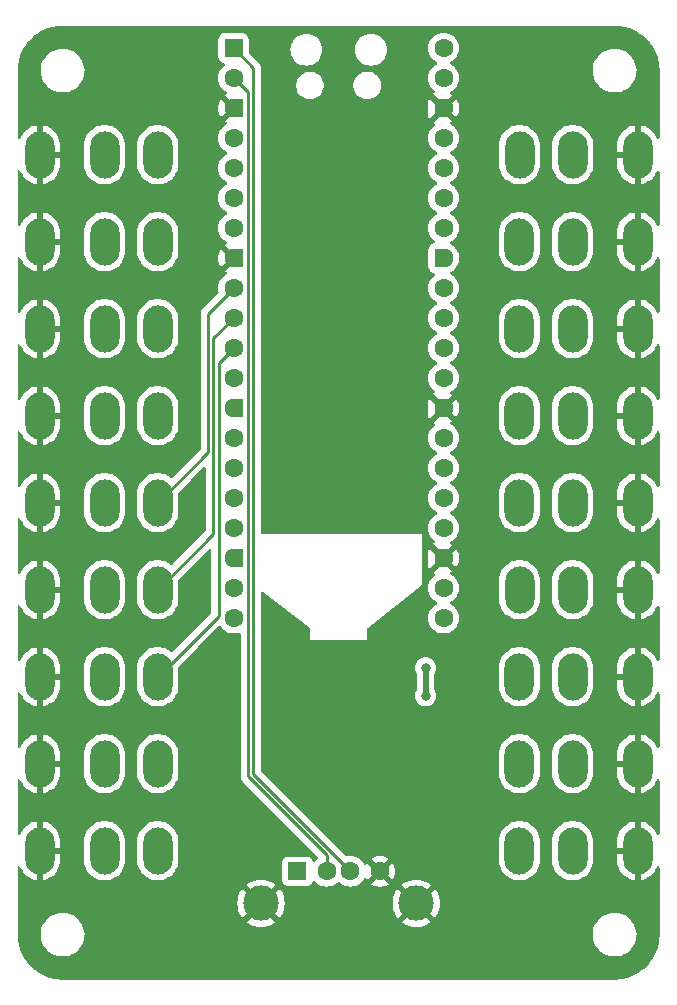
<source format=gbr>
%TF.GenerationSoftware,KiCad,Pcbnew,7.0.10*%
%TF.CreationDate,2024-03-07T13:06:01-05:00*%
%TF.ProjectId,adaptive-2040-nomoth,61646170-7469-4766-952d-323034302d6e,0*%
%TF.SameCoordinates,Original*%
%TF.FileFunction,Copper,L2,Bot*%
%TF.FilePolarity,Positive*%
%FSLAX46Y46*%
G04 Gerber Fmt 4.6, Leading zero omitted, Abs format (unit mm)*
G04 Created by KiCad (PCBNEW 7.0.10) date 2024-03-07 13:06:01*
%MOMM*%
%LPD*%
G01*
G04 APERTURE LIST*
G04 Aperture macros list*
%AMRoundRect*
0 Rectangle with rounded corners*
0 $1 Rounding radius*
0 $2 $3 $4 $5 $6 $7 $8 $9 X,Y pos of 4 corners*
0 Add a 4 corners polygon primitive as box body*
4,1,4,$2,$3,$4,$5,$6,$7,$8,$9,$2,$3,0*
0 Add four circle primitives for the rounded corners*
1,1,$1+$1,$2,$3*
1,1,$1+$1,$4,$5*
1,1,$1+$1,$6,$7*
1,1,$1+$1,$8,$9*
0 Add four rect primitives between the rounded corners*
20,1,$1+$1,$2,$3,$4,$5,0*
20,1,$1+$1,$4,$5,$6,$7,0*
20,1,$1+$1,$6,$7,$8,$9,0*
20,1,$1+$1,$8,$9,$2,$3,0*%
%AMFreePoly0*
4,1,28,0.605014,0.794986,0.644504,0.794986,0.724698,0.756366,0.780194,0.686777,0.800000,0.600000,0.800000,-0.600000,0.780194,-0.686777,0.724698,-0.756366,0.644504,-0.794986,0.605014,-0.794986,0.600000,-0.800000,0.000000,-0.800000,-0.178017,-0.779942,-0.347107,-0.720775,-0.498792,-0.625465,-0.625465,-0.498792,-0.720775,-0.347107,-0.779942,-0.178017,-0.800000,0.000000,-0.779942,0.178017,
-0.720775,0.347107,-0.625465,0.498792,-0.498792,0.625465,-0.347107,0.720775,-0.178017,0.779942,0.000000,0.800000,0.600000,0.800000,0.605014,0.794986,0.605014,0.794986,$1*%
%AMFreePoly1*
4,1,28,0.178017,0.779942,0.347107,0.720775,0.498792,0.625465,0.625465,0.498792,0.720775,0.347107,0.779942,0.178017,0.800000,0.000000,0.779942,-0.178017,0.720775,-0.347107,0.625465,-0.498792,0.498792,-0.625465,0.347107,-0.720775,0.178017,-0.779942,0.000000,-0.800000,-0.600000,-0.800000,-0.605014,-0.794986,-0.644504,-0.794986,-0.724698,-0.756366,-0.780194,-0.686777,-0.800000,-0.600000,
-0.800000,0.600000,-0.780194,0.686777,-0.724698,0.756366,-0.644504,0.794986,-0.605014,0.794986,-0.600000,0.800000,0.000000,0.800000,0.178017,0.779942,0.178017,0.779942,$1*%
G04 Aperture macros list end*
%TA.AperFunction,ComponentPad*%
%ADD10O,2.500000X4.000000*%
%TD*%
%TA.AperFunction,ComponentPad*%
%ADD11R,1.600000X1.500000*%
%TD*%
%TA.AperFunction,ComponentPad*%
%ADD12C,1.600000*%
%TD*%
%TA.AperFunction,ComponentPad*%
%ADD13C,3.000000*%
%TD*%
%TA.AperFunction,ComponentPad*%
%ADD14RoundRect,0.200000X-0.600000X-0.600000X0.600000X-0.600000X0.600000X0.600000X-0.600000X0.600000X0*%
%TD*%
%TA.AperFunction,ComponentPad*%
%ADD15FreePoly0,0.000000*%
%TD*%
%TA.AperFunction,ComponentPad*%
%ADD16FreePoly1,0.000000*%
%TD*%
%TA.AperFunction,ViaPad*%
%ADD17C,0.800000*%
%TD*%
%TA.AperFunction,Conductor*%
%ADD18C,0.500000*%
%TD*%
%TA.AperFunction,Conductor*%
%ADD19C,0.250000*%
%TD*%
G04 APERTURE END LIST*
D10*
%TO.P,J10,S*%
%TO.N,GND*%
X79717000Y-177927000D03*
%TO.P,J10,T*%
%TO.N,B3*%
X85217000Y-177927000D03*
%TO.P,J10,TN*%
X89717000Y-177927000D03*
%TD*%
D11*
%TO.P,J1,1,VBUS*%
%TO.N,VBUS*%
X101529000Y-179679000D03*
D12*
%TO.P,J1,2,D-*%
%TO.N,DM*%
X104029000Y-179679000D03*
%TO.P,J1,3,D+*%
%TO.N,DP*%
X106029000Y-179679000D03*
%TO.P,J1,4,GND*%
%TO.N,GND*%
X108529000Y-179679000D03*
D13*
%TO.P,J1,5,Shield*%
X98459000Y-182389000D03*
X111599000Y-182389000D03*
%TD*%
D10*
%TO.P,J2,S*%
%TO.N,GND*%
X79717000Y-118999000D03*
%TO.P,J2,T*%
%TO.N,UP*%
X85217000Y-118999000D03*
%TO.P,J2,TN*%
X89717000Y-118999000D03*
%TD*%
%TO.P,J14,S*%
%TO.N,GND*%
X130349000Y-155829000D03*
%TO.P,J14,T*%
%TO.N,S1*%
X124849000Y-155829000D03*
%TO.P,J14,TN*%
X120349000Y-155829000D03*
%TD*%
%TO.P,J15,S*%
%TO.N,GND*%
X130341000Y-148463000D03*
%TO.P,J15,T*%
%TO.N,S2*%
X124841000Y-148463000D03*
%TO.P,J15,TN*%
X120341000Y-148463000D03*
%TD*%
%TO.P,J19,S*%
%TO.N,GND*%
X130349000Y-118999000D03*
%TO.P,J19,T*%
%TO.N,A2*%
X124849000Y-118999000D03*
%TO.P,J19,TN*%
X120349000Y-118999000D03*
%TD*%
%TO.P,J3,S*%
%TO.N,GND*%
X79717000Y-126365000D03*
%TO.P,J3,T*%
%TO.N,DOWN*%
X85217000Y-126365000D03*
%TO.P,J3,TN*%
X89717000Y-126365000D03*
%TD*%
%TO.P,J12,S*%
%TO.N,GND*%
X130341000Y-170561000D03*
%TO.P,J12,T*%
%TO.N,R1*%
X124841000Y-170561000D03*
%TO.P,J12,TN*%
X120341000Y-170561000D03*
%TD*%
%TO.P,J5,S*%
%TO.N,GND*%
X79717000Y-141097000D03*
%TO.P,J5,T*%
%TO.N,RIGHT*%
X85217000Y-141097000D03*
%TO.P,J5,TN*%
X89717000Y-141097000D03*
%TD*%
%TO.P,J17,S*%
%TO.N,GND*%
X130341000Y-133731000D03*
%TO.P,J17,T*%
%TO.N,R3*%
X124841000Y-133731000D03*
%TO.P,J17,TN*%
X120341000Y-133731000D03*
%TD*%
%TO.P,J4,S*%
%TO.N,GND*%
X79717000Y-133731000D03*
%TO.P,J4,T*%
%TO.N,LEFT*%
X85217000Y-133731000D03*
%TO.P,J4,TN*%
X89717000Y-133731000D03*
%TD*%
%TO.P,J9,S*%
%TO.N,GND*%
X79717000Y-170561000D03*
%TO.P,J9,T*%
%TO.N,L2*%
X85217000Y-170561000D03*
%TO.P,J9,TN*%
X89717000Y-170561000D03*
%TD*%
%TO.P,J7,S*%
%TO.N,GND*%
X79717000Y-155829000D03*
%TO.P,J7,T*%
%TO.N,B2*%
X85217000Y-155829000D03*
%TO.P,J7,TN*%
X89717000Y-155829000D03*
%TD*%
%TO.P,J16,S*%
%TO.N,GND*%
X130341000Y-141097000D03*
%TO.P,J16,T*%
%TO.N,L3*%
X124841000Y-141097000D03*
%TO.P,J16,TN*%
X120341000Y-141097000D03*
%TD*%
%TO.P,J6,S*%
%TO.N,GND*%
X79717000Y-148463000D03*
%TO.P,J6,T*%
%TO.N,B1*%
X85217000Y-148463000D03*
%TO.P,J6,TN*%
X89717000Y-148463000D03*
%TD*%
D14*
%TO.P,U1,1,GPIO0*%
%TO.N,DP*%
X96139000Y-109982000D03*
D12*
%TO.P,U1,2,GPIO1*%
%TO.N,DM*%
X96139000Y-112522000D03*
D15*
%TO.P,U1,3,GND*%
%TO.N,GND*%
X96139000Y-115062000D03*
D12*
%TO.P,U1,4,GPIO2*%
%TO.N,UP*%
X96139000Y-117602000D03*
%TO.P,U1,5,GPIO3*%
%TO.N,DOWN*%
X96139000Y-120142000D03*
%TO.P,U1,6,GPIO4*%
%TO.N,LEFT*%
X96139000Y-122682000D03*
%TO.P,U1,7,GPIO5*%
%TO.N,RIGHT*%
X96139000Y-125222000D03*
D15*
%TO.P,U1,8,GND*%
%TO.N,GND*%
X96139000Y-127762000D03*
D12*
%TO.P,U1,9,GPIO6*%
%TO.N,B1*%
X96139000Y-130302000D03*
%TO.P,U1,10,GPIO7*%
%TO.N,B2*%
X96139000Y-132842000D03*
%TO.P,U1,11,GPIO8*%
%TO.N,R2*%
X96139000Y-135382000D03*
%TO.P,U1,12,GPIO9*%
%TO.N,L2*%
X96139000Y-137922000D03*
D15*
%TO.P,U1,13,GND*%
%TO.N,GND*%
X96139000Y-140462000D03*
D12*
%TO.P,U1,14,GPIO10*%
%TO.N,B3*%
X96139000Y-143002000D03*
%TO.P,U1,15,GPIO11*%
%TO.N,B4*%
X96139000Y-145542000D03*
%TO.P,U1,16,GPIO12*%
%TO.N,R1*%
X96139000Y-148082000D03*
%TO.P,U1,17,GPIO13*%
%TO.N,L1*%
X96139000Y-150622000D03*
D15*
%TO.P,U1,18,GND*%
%TO.N,GND*%
X96139000Y-153162000D03*
D12*
%TO.P,U1,19,GPIO14*%
%TO.N,unconnected-(U1-GPIO14-Pad19)*%
X96139000Y-155702000D03*
%TO.P,U1,20,GPIO15*%
%TO.N,unconnected-(U1-GPIO15-Pad20)*%
X96139000Y-158242000D03*
%TO.P,U1,21,GPIO16*%
%TO.N,S1*%
X113919000Y-158242000D03*
%TO.P,U1,22,GPIO17*%
%TO.N,S2*%
X113919000Y-155702000D03*
D16*
%TO.P,U1,23,GND*%
%TO.N,GND*%
X113919000Y-153162000D03*
D12*
%TO.P,U1,24,GPIO18*%
%TO.N,L3*%
X113919000Y-150622000D03*
%TO.P,U1,25,GPIO19*%
%TO.N,R3*%
X113919000Y-148082000D03*
%TO.P,U1,26,GPIO20*%
%TO.N,A1*%
X113919000Y-145542000D03*
%TO.P,U1,27,GPIO21*%
%TO.N,A2*%
X113919000Y-143002000D03*
D16*
%TO.P,U1,28,GND*%
%TO.N,GND*%
X113919000Y-140462000D03*
D12*
%TO.P,U1,29,GPIO22*%
%TO.N,unconnected-(U1-GPIO22-Pad29)*%
X113919000Y-137922000D03*
%TO.P,U1,30,RUN*%
%TO.N,unconnected-(U1-RUN-Pad30)*%
X113919000Y-135382000D03*
%TO.P,U1,31,GPIO26_ADC0*%
%TO.N,unconnected-(U1-GPIO26_ADC0-Pad31)*%
X113919000Y-132842000D03*
%TO.P,U1,32,GPIO27_ADC1*%
%TO.N,unconnected-(U1-GPIO27_ADC1-Pad32)*%
X113919000Y-130302000D03*
D16*
%TO.P,U1,33,AGND*%
%TO.N,unconnected-(U1-AGND-Pad33)*%
X113919000Y-127762000D03*
D12*
%TO.P,U1,34,GPIO28_ADC2*%
%TO.N,unconnected-(U1-GPIO28_ADC2-Pad34)*%
X113919000Y-125222000D03*
%TO.P,U1,35,ADC_VREF*%
%TO.N,unconnected-(U1-ADC_VREF-Pad35)*%
X113919000Y-122682000D03*
%TO.P,U1,36,3V3*%
%TO.N,unconnected-(U1-3V3-Pad36)*%
X113919000Y-120142000D03*
%TO.P,U1,37,3V3_EN*%
%TO.N,unconnected-(U1-3V3_EN-Pad37)*%
X113919000Y-117602000D03*
D16*
%TO.P,U1,38,GND*%
%TO.N,GND*%
X113919000Y-115062000D03*
D12*
%TO.P,U1,39,VSYS*%
%TO.N,unconnected-(U1-VSYS-Pad39)*%
X113919000Y-112522000D03*
%TO.P,U1,40,VBUS*%
%TO.N,VBUS*%
X113919000Y-109982000D03*
%TD*%
D10*
%TO.P,J8,S*%
%TO.N,GND*%
X79717000Y-163195000D03*
%TO.P,J8,T*%
%TO.N,R2*%
X85217000Y-163195000D03*
%TO.P,J8,TN*%
X89717000Y-163195000D03*
%TD*%
%TO.P,J11,S*%
%TO.N,GND*%
X130341000Y-177927000D03*
%TO.P,J11,T*%
%TO.N,B4*%
X124841000Y-177927000D03*
%TO.P,J11,TN*%
X120341000Y-177927000D03*
%TD*%
%TO.P,J13,S*%
%TO.N,GND*%
X130341000Y-163195000D03*
%TO.P,J13,T*%
%TO.N,L1*%
X124841000Y-163195000D03*
%TO.P,J13,TN*%
X120341000Y-163195000D03*
%TD*%
%TO.P,J18,S*%
%TO.N,GND*%
X130341000Y-126365000D03*
%TO.P,J18,T*%
%TO.N,A1*%
X124841000Y-126365000D03*
%TO.P,J18,TN*%
X120341000Y-126365000D03*
%TD*%
D17*
%TO.N,VBUS*%
X112395000Y-162470000D03*
X112395000Y-164820000D03*
%TD*%
D18*
%TO.N,VBUS*%
X112395000Y-162470000D02*
X112395000Y-164820000D01*
D19*
%TO.N,DM*%
X104029000Y-178315396D02*
X97354000Y-171640396D01*
X97354000Y-113737000D02*
X96139000Y-112522000D01*
X97354000Y-171640396D02*
X97354000Y-113737000D01*
X104029000Y-179679000D02*
X104029000Y-178315396D01*
%TO.N,DP*%
X97804000Y-171454000D02*
X97804000Y-111647000D01*
X106029000Y-179679000D02*
X97804000Y-171454000D01*
X97804000Y-111647000D02*
X96139000Y-109982000D01*
%TO.N,B1*%
X93969000Y-132472000D02*
X96139000Y-130302000D01*
X89717000Y-148463000D02*
X93969000Y-144211000D01*
X93969000Y-144211000D02*
X93969000Y-132472000D01*
%TO.N,B2*%
X94419000Y-134562000D02*
X96139000Y-132842000D01*
X94419000Y-151127000D02*
X94419000Y-134562000D01*
X89717000Y-155829000D02*
X94419000Y-151127000D01*
%TO.N,R2*%
X94869000Y-136652000D02*
X96139000Y-135382000D01*
X89717000Y-163195000D02*
X94869000Y-158043000D01*
X94869000Y-158043000D02*
X94869000Y-136652000D01*
%TD*%
%TA.AperFunction,Conductor*%
%TO.N,GND*%
G36*
X128400032Y-108077649D02*
G01*
X128402828Y-108077786D01*
X128549663Y-108084999D01*
X128772097Y-108096658D01*
X128783757Y-108097825D01*
X128959923Y-108123957D01*
X128960840Y-108124098D01*
X129154424Y-108154758D01*
X129165111Y-108156938D01*
X129342944Y-108201483D01*
X129344696Y-108201938D01*
X129528842Y-108251279D01*
X129538513Y-108254301D01*
X129713097Y-108316768D01*
X129715743Y-108317748D01*
X129891560Y-108385238D01*
X129900091Y-108388886D01*
X130068811Y-108468685D01*
X130071954Y-108470228D01*
X130238803Y-108555242D01*
X130246239Y-108559359D01*
X130406823Y-108655610D01*
X130410530Y-108657923D01*
X130567016Y-108759546D01*
X130573337Y-108763937D01*
X130723991Y-108875669D01*
X130728150Y-108878893D01*
X130872861Y-108996077D01*
X130878098Y-109000565D01*
X131017185Y-109126626D01*
X131021593Y-109130823D01*
X131153175Y-109262405D01*
X131157372Y-109266813D01*
X131283433Y-109405900D01*
X131287921Y-109411137D01*
X131405097Y-109555837D01*
X131408329Y-109560007D01*
X131520061Y-109710661D01*
X131524458Y-109716991D01*
X131626057Y-109873439D01*
X131628406Y-109877204D01*
X131724634Y-110037751D01*
X131728761Y-110045205D01*
X131813750Y-110212005D01*
X131815341Y-110215245D01*
X131895097Y-110383873D01*
X131898766Y-110392453D01*
X131966243Y-110568238D01*
X131967230Y-110570901D01*
X132029697Y-110745485D01*
X132032721Y-110755165D01*
X132082033Y-110939198D01*
X132082542Y-110941162D01*
X132127055Y-111118866D01*
X132129244Y-111129598D01*
X132159874Y-111322991D01*
X132160059Y-111324194D01*
X132186170Y-111500220D01*
X132187342Y-111511925D01*
X132198993Y-111734222D01*
X132199014Y-111734627D01*
X132206351Y-111883967D01*
X132206500Y-111890052D01*
X132206500Y-117536431D01*
X132186815Y-117603470D01*
X132134011Y-117649225D01*
X132064853Y-117659169D01*
X132001297Y-117630144D01*
X131967072Y-117581734D01*
X131930115Y-117487571D01*
X131798971Y-117260426D01*
X131635437Y-117055360D01*
X131635429Y-117055351D01*
X131443169Y-116876959D01*
X131443167Y-116876958D01*
X131226454Y-116729206D01*
X131226445Y-116729201D01*
X130990142Y-116615404D01*
X130990144Y-116615404D01*
X130739512Y-116538094D01*
X130739506Y-116538093D01*
X130599000Y-116516914D01*
X130599000Y-117815313D01*
X130558844Y-117789507D01*
X130420889Y-117749000D01*
X130277111Y-117749000D01*
X130139156Y-117789507D01*
X130099000Y-117815313D01*
X130099000Y-116516914D01*
X129958493Y-116538093D01*
X129958487Y-116538094D01*
X129707858Y-116615404D01*
X129707854Y-116615405D01*
X129471550Y-116729204D01*
X129471546Y-116729206D01*
X129254832Y-116876958D01*
X129254830Y-116876959D01*
X129062570Y-117055351D01*
X129062562Y-117055360D01*
X128899028Y-117260426D01*
X128767883Y-117487573D01*
X128672058Y-117731729D01*
X128613693Y-117987449D01*
X128613692Y-117987453D01*
X128599000Y-118183501D01*
X128599000Y-118749000D01*
X129849000Y-118749000D01*
X129849000Y-119249000D01*
X128599000Y-119249000D01*
X128599000Y-119814498D01*
X128613692Y-120010546D01*
X128613693Y-120010550D01*
X128672058Y-120266270D01*
X128767883Y-120510426D01*
X128767882Y-120510426D01*
X128899028Y-120737573D01*
X129062562Y-120942639D01*
X129062570Y-120942648D01*
X129254830Y-121121040D01*
X129254832Y-121121041D01*
X129471545Y-121268793D01*
X129471554Y-121268798D01*
X129707857Y-121382595D01*
X129707855Y-121382595D01*
X129958494Y-121459907D01*
X129958502Y-121459909D01*
X130099000Y-121481085D01*
X130099000Y-120182686D01*
X130139156Y-120208493D01*
X130277111Y-120249000D01*
X130420889Y-120249000D01*
X130558844Y-120208493D01*
X130599000Y-120182686D01*
X130599000Y-121481084D01*
X130739497Y-121459909D01*
X130739505Y-121459907D01*
X130990141Y-121382595D01*
X130990145Y-121382594D01*
X131226449Y-121268795D01*
X131226453Y-121268793D01*
X131443167Y-121121041D01*
X131443169Y-121121040D01*
X131635429Y-120942648D01*
X131635437Y-120942639D01*
X131798971Y-120737573D01*
X131930116Y-120510426D01*
X131967072Y-120416266D01*
X132009888Y-120361052D01*
X132075758Y-120337751D01*
X132143768Y-120353762D01*
X132192327Y-120404000D01*
X132206500Y-120461568D01*
X132206500Y-124922815D01*
X132186815Y-124989854D01*
X132134011Y-125035609D01*
X132064853Y-125045553D01*
X132001297Y-125016528D01*
X131967072Y-124968117D01*
X131922116Y-124853573D01*
X131922117Y-124853573D01*
X131790971Y-124626426D01*
X131627437Y-124421360D01*
X131627429Y-124421351D01*
X131435169Y-124242959D01*
X131435167Y-124242958D01*
X131218454Y-124095206D01*
X131218445Y-124095201D01*
X130982142Y-123981404D01*
X130982144Y-123981404D01*
X130731512Y-123904094D01*
X130731506Y-123904093D01*
X130591000Y-123882914D01*
X130591000Y-125181313D01*
X130550844Y-125155507D01*
X130412889Y-125115000D01*
X130269111Y-125115000D01*
X130131156Y-125155507D01*
X130091000Y-125181313D01*
X130091000Y-123882914D01*
X129950493Y-123904093D01*
X129950487Y-123904094D01*
X129699858Y-123981404D01*
X129699854Y-123981405D01*
X129463550Y-124095204D01*
X129463546Y-124095206D01*
X129246832Y-124242958D01*
X129246830Y-124242959D01*
X129054570Y-124421351D01*
X129054562Y-124421360D01*
X128891028Y-124626426D01*
X128759883Y-124853573D01*
X128664058Y-125097729D01*
X128605693Y-125353449D01*
X128605692Y-125353453D01*
X128591000Y-125549501D01*
X128591000Y-126115000D01*
X129841000Y-126115000D01*
X129841000Y-126615000D01*
X128591000Y-126615000D01*
X128591000Y-127180498D01*
X128605692Y-127376546D01*
X128605693Y-127376550D01*
X128664058Y-127632270D01*
X128759883Y-127876426D01*
X128759882Y-127876426D01*
X128891028Y-128103573D01*
X129054562Y-128308639D01*
X129054570Y-128308648D01*
X129246830Y-128487040D01*
X129246832Y-128487041D01*
X129463545Y-128634793D01*
X129463554Y-128634798D01*
X129699857Y-128748595D01*
X129699855Y-128748595D01*
X129950494Y-128825907D01*
X129950502Y-128825909D01*
X130091000Y-128847085D01*
X130091000Y-127548686D01*
X130131156Y-127574493D01*
X130269111Y-127615000D01*
X130412889Y-127615000D01*
X130550844Y-127574493D01*
X130591000Y-127548686D01*
X130591000Y-128847084D01*
X130731497Y-128825909D01*
X130731505Y-128825907D01*
X130982141Y-128748595D01*
X130982145Y-128748594D01*
X131218449Y-128634795D01*
X131218453Y-128634793D01*
X131435167Y-128487041D01*
X131435169Y-128487040D01*
X131627429Y-128308648D01*
X131627437Y-128308639D01*
X131790971Y-128103573D01*
X131922116Y-127876426D01*
X131967072Y-127761882D01*
X132009888Y-127706668D01*
X132075757Y-127683367D01*
X132143768Y-127699378D01*
X132192327Y-127749616D01*
X132206500Y-127807184D01*
X132206500Y-132288815D01*
X132186815Y-132355854D01*
X132134011Y-132401609D01*
X132064853Y-132411553D01*
X132001297Y-132382528D01*
X131967072Y-132334117D01*
X131922116Y-132219573D01*
X131922117Y-132219573D01*
X131790971Y-131992426D01*
X131627437Y-131787360D01*
X131627429Y-131787351D01*
X131435169Y-131608959D01*
X131435167Y-131608958D01*
X131218454Y-131461206D01*
X131218445Y-131461201D01*
X130982142Y-131347404D01*
X130982144Y-131347404D01*
X130731512Y-131270094D01*
X130731506Y-131270093D01*
X130591000Y-131248914D01*
X130591000Y-132547313D01*
X130550844Y-132521507D01*
X130412889Y-132481000D01*
X130269111Y-132481000D01*
X130131156Y-132521507D01*
X130091000Y-132547313D01*
X130091000Y-131248914D01*
X129950493Y-131270093D01*
X129950487Y-131270094D01*
X129699858Y-131347404D01*
X129699854Y-131347405D01*
X129463550Y-131461204D01*
X129463546Y-131461206D01*
X129246832Y-131608958D01*
X129246830Y-131608959D01*
X129054570Y-131787351D01*
X129054562Y-131787360D01*
X128891028Y-131992426D01*
X128759883Y-132219573D01*
X128664058Y-132463729D01*
X128605693Y-132719449D01*
X128605692Y-132719453D01*
X128591000Y-132915501D01*
X128591000Y-133481000D01*
X129841000Y-133481000D01*
X129841000Y-133981000D01*
X128591000Y-133981000D01*
X128591000Y-134546498D01*
X128605692Y-134742546D01*
X128605693Y-134742550D01*
X128664058Y-134998270D01*
X128759883Y-135242426D01*
X128759882Y-135242426D01*
X128891028Y-135469573D01*
X129054562Y-135674639D01*
X129054570Y-135674648D01*
X129246830Y-135853040D01*
X129246832Y-135853041D01*
X129463545Y-136000793D01*
X129463554Y-136000798D01*
X129699857Y-136114595D01*
X129699855Y-136114595D01*
X129950494Y-136191907D01*
X129950502Y-136191909D01*
X130091000Y-136213085D01*
X130091000Y-134914686D01*
X130131156Y-134940493D01*
X130269111Y-134981000D01*
X130412889Y-134981000D01*
X130550844Y-134940493D01*
X130591000Y-134914686D01*
X130591000Y-136213084D01*
X130731497Y-136191909D01*
X130731505Y-136191907D01*
X130982141Y-136114595D01*
X130982145Y-136114594D01*
X131218449Y-136000795D01*
X131218453Y-136000793D01*
X131435167Y-135853041D01*
X131435169Y-135853040D01*
X131627429Y-135674648D01*
X131627437Y-135674639D01*
X131790971Y-135469573D01*
X131922116Y-135242426D01*
X131967072Y-135127882D01*
X132009888Y-135072668D01*
X132075757Y-135049367D01*
X132143768Y-135065378D01*
X132192327Y-135115616D01*
X132206500Y-135173184D01*
X132206500Y-139654815D01*
X132186815Y-139721854D01*
X132134011Y-139767609D01*
X132064853Y-139777553D01*
X132001297Y-139748528D01*
X131967072Y-139700117D01*
X131922116Y-139585573D01*
X131922117Y-139585573D01*
X131790971Y-139358426D01*
X131627437Y-139153360D01*
X131627429Y-139153351D01*
X131435169Y-138974959D01*
X131435167Y-138974958D01*
X131218454Y-138827206D01*
X131218445Y-138827201D01*
X130982142Y-138713404D01*
X130982144Y-138713404D01*
X130731512Y-138636094D01*
X130731506Y-138636093D01*
X130591000Y-138614914D01*
X130591000Y-139913313D01*
X130550844Y-139887507D01*
X130412889Y-139847000D01*
X130269111Y-139847000D01*
X130131156Y-139887507D01*
X130091000Y-139913313D01*
X130091000Y-138614914D01*
X129950493Y-138636093D01*
X129950487Y-138636094D01*
X129699858Y-138713404D01*
X129699854Y-138713405D01*
X129463550Y-138827204D01*
X129463546Y-138827206D01*
X129246832Y-138974958D01*
X129246830Y-138974959D01*
X129054570Y-139153351D01*
X129054562Y-139153360D01*
X128891028Y-139358426D01*
X128759883Y-139585573D01*
X128664058Y-139829729D01*
X128605693Y-140085449D01*
X128605692Y-140085453D01*
X128591000Y-140281501D01*
X128591000Y-140847000D01*
X129841000Y-140847000D01*
X129841000Y-141347000D01*
X128591000Y-141347000D01*
X128591000Y-141912498D01*
X128605692Y-142108546D01*
X128605693Y-142108550D01*
X128664058Y-142364270D01*
X128759883Y-142608426D01*
X128759882Y-142608426D01*
X128891028Y-142835573D01*
X129054562Y-143040639D01*
X129054570Y-143040648D01*
X129246830Y-143219040D01*
X129246832Y-143219041D01*
X129463545Y-143366793D01*
X129463554Y-143366798D01*
X129699857Y-143480595D01*
X129699855Y-143480595D01*
X129950494Y-143557907D01*
X129950502Y-143557909D01*
X130091000Y-143579085D01*
X130091000Y-142280686D01*
X130131156Y-142306493D01*
X130269111Y-142347000D01*
X130412889Y-142347000D01*
X130550844Y-142306493D01*
X130591000Y-142280686D01*
X130591000Y-143579084D01*
X130731497Y-143557909D01*
X130731505Y-143557907D01*
X130982141Y-143480595D01*
X130982145Y-143480594D01*
X131218449Y-143366795D01*
X131218453Y-143366793D01*
X131435167Y-143219041D01*
X131435169Y-143219040D01*
X131627429Y-143040648D01*
X131627437Y-143040639D01*
X131790971Y-142835573D01*
X131922116Y-142608426D01*
X131967072Y-142493882D01*
X132009888Y-142438668D01*
X132075757Y-142415367D01*
X132143768Y-142431378D01*
X132192327Y-142481616D01*
X132206500Y-142539184D01*
X132206500Y-147020815D01*
X132186815Y-147087854D01*
X132134011Y-147133609D01*
X132064853Y-147143553D01*
X132001297Y-147114528D01*
X131967072Y-147066117D01*
X131922116Y-146951573D01*
X131922117Y-146951573D01*
X131790971Y-146724426D01*
X131627437Y-146519360D01*
X131627429Y-146519351D01*
X131435169Y-146340959D01*
X131435167Y-146340958D01*
X131218454Y-146193206D01*
X131218445Y-146193201D01*
X130982142Y-146079404D01*
X130982144Y-146079404D01*
X130731512Y-146002094D01*
X130731506Y-146002093D01*
X130591000Y-145980914D01*
X130591000Y-147279313D01*
X130550844Y-147253507D01*
X130412889Y-147213000D01*
X130269111Y-147213000D01*
X130131156Y-147253507D01*
X130091000Y-147279313D01*
X130091000Y-145980914D01*
X129950493Y-146002093D01*
X129950487Y-146002094D01*
X129699858Y-146079404D01*
X129699854Y-146079405D01*
X129463550Y-146193204D01*
X129463546Y-146193206D01*
X129246832Y-146340958D01*
X129246830Y-146340959D01*
X129054570Y-146519351D01*
X129054562Y-146519360D01*
X128891028Y-146724426D01*
X128759883Y-146951573D01*
X128664058Y-147195729D01*
X128605693Y-147451449D01*
X128605692Y-147451453D01*
X128591000Y-147647501D01*
X128591000Y-148213000D01*
X129841000Y-148213000D01*
X129841000Y-148713000D01*
X128591000Y-148713000D01*
X128591000Y-149278498D01*
X128605692Y-149474546D01*
X128605693Y-149474550D01*
X128664058Y-149730270D01*
X128759883Y-149974426D01*
X128759882Y-149974426D01*
X128891028Y-150201573D01*
X129054562Y-150406639D01*
X129054570Y-150406648D01*
X129246830Y-150585040D01*
X129246832Y-150585041D01*
X129463545Y-150732793D01*
X129463554Y-150732798D01*
X129699857Y-150846595D01*
X129699855Y-150846595D01*
X129950494Y-150923907D01*
X129950502Y-150923909D01*
X130091000Y-150945085D01*
X130091000Y-149646686D01*
X130131156Y-149672493D01*
X130269111Y-149713000D01*
X130412889Y-149713000D01*
X130550844Y-149672493D01*
X130591000Y-149646686D01*
X130591000Y-150945084D01*
X130731497Y-150923909D01*
X130731505Y-150923907D01*
X130982141Y-150846595D01*
X130982145Y-150846594D01*
X131218449Y-150732795D01*
X131218453Y-150732793D01*
X131435167Y-150585041D01*
X131435169Y-150585040D01*
X131627429Y-150406648D01*
X131627437Y-150406639D01*
X131790971Y-150201573D01*
X131922116Y-149974426D01*
X131967072Y-149859882D01*
X132009888Y-149804668D01*
X132075757Y-149781367D01*
X132143768Y-149797378D01*
X132192327Y-149847616D01*
X132206500Y-149905184D01*
X132206500Y-154366431D01*
X132186815Y-154433470D01*
X132134011Y-154479225D01*
X132064853Y-154489169D01*
X132001297Y-154460144D01*
X131967072Y-154411734D01*
X131930115Y-154317571D01*
X131798971Y-154090426D01*
X131635437Y-153885360D01*
X131635429Y-153885351D01*
X131443169Y-153706959D01*
X131443167Y-153706958D01*
X131226454Y-153559206D01*
X131226445Y-153559201D01*
X130990142Y-153445404D01*
X130990144Y-153445404D01*
X130739512Y-153368094D01*
X130739506Y-153368093D01*
X130599000Y-153346914D01*
X130599000Y-154645313D01*
X130558844Y-154619507D01*
X130420889Y-154579000D01*
X130277111Y-154579000D01*
X130139156Y-154619507D01*
X130099000Y-154645313D01*
X130099000Y-153346914D01*
X129958493Y-153368093D01*
X129958487Y-153368094D01*
X129707858Y-153445404D01*
X129707854Y-153445405D01*
X129471550Y-153559204D01*
X129471546Y-153559206D01*
X129254832Y-153706958D01*
X129254830Y-153706959D01*
X129062570Y-153885351D01*
X129062562Y-153885360D01*
X128899028Y-154090426D01*
X128767883Y-154317573D01*
X128672058Y-154561729D01*
X128613693Y-154817449D01*
X128613692Y-154817453D01*
X128599000Y-155013501D01*
X128599000Y-155579000D01*
X129849000Y-155579000D01*
X129849000Y-156079000D01*
X128599000Y-156079000D01*
X128599000Y-156644498D01*
X128613692Y-156840546D01*
X128613693Y-156840550D01*
X128672058Y-157096270D01*
X128767883Y-157340426D01*
X128767882Y-157340426D01*
X128899028Y-157567573D01*
X129062562Y-157772639D01*
X129062570Y-157772648D01*
X129254830Y-157951040D01*
X129254832Y-157951041D01*
X129471545Y-158098793D01*
X129471554Y-158098798D01*
X129707857Y-158212595D01*
X129707855Y-158212595D01*
X129958494Y-158289907D01*
X129958502Y-158289909D01*
X130099000Y-158311085D01*
X130099000Y-157012686D01*
X130139156Y-157038493D01*
X130277111Y-157079000D01*
X130420889Y-157079000D01*
X130558844Y-157038493D01*
X130599000Y-157012686D01*
X130599000Y-158311084D01*
X130739497Y-158289909D01*
X130739505Y-158289907D01*
X130990141Y-158212595D01*
X130990145Y-158212594D01*
X131226449Y-158098795D01*
X131226453Y-158098793D01*
X131443167Y-157951041D01*
X131443169Y-157951040D01*
X131635429Y-157772648D01*
X131635437Y-157772639D01*
X131798971Y-157567573D01*
X131930116Y-157340426D01*
X131967072Y-157246266D01*
X132009888Y-157191052D01*
X132075758Y-157167751D01*
X132143768Y-157183762D01*
X132192327Y-157234000D01*
X132206500Y-157291568D01*
X132206500Y-161752815D01*
X132186815Y-161819854D01*
X132134011Y-161865609D01*
X132064853Y-161875553D01*
X132001297Y-161846528D01*
X131967072Y-161798117D01*
X131922116Y-161683573D01*
X131922117Y-161683573D01*
X131790971Y-161456426D01*
X131627437Y-161251360D01*
X131627429Y-161251351D01*
X131435169Y-161072959D01*
X131435167Y-161072958D01*
X131218454Y-160925206D01*
X131218445Y-160925201D01*
X130982142Y-160811404D01*
X130982144Y-160811404D01*
X130731512Y-160734094D01*
X130731506Y-160734093D01*
X130591000Y-160712914D01*
X130591000Y-162011313D01*
X130550844Y-161985507D01*
X130412889Y-161945000D01*
X130269111Y-161945000D01*
X130131156Y-161985507D01*
X130091000Y-162011313D01*
X130091000Y-160712914D01*
X129950493Y-160734093D01*
X129950487Y-160734094D01*
X129699858Y-160811404D01*
X129699854Y-160811405D01*
X129463550Y-160925204D01*
X129463546Y-160925206D01*
X129246832Y-161072958D01*
X129246830Y-161072959D01*
X129054570Y-161251351D01*
X129054562Y-161251360D01*
X128891028Y-161456426D01*
X128759883Y-161683573D01*
X128664058Y-161927729D01*
X128605693Y-162183449D01*
X128605692Y-162183453D01*
X128591000Y-162379501D01*
X128591000Y-162945000D01*
X129841000Y-162945000D01*
X129841000Y-163445000D01*
X128591000Y-163445000D01*
X128591000Y-164010498D01*
X128605692Y-164206546D01*
X128605693Y-164206550D01*
X128664058Y-164462270D01*
X128759883Y-164706426D01*
X128759882Y-164706426D01*
X128891028Y-164933573D01*
X129054562Y-165138639D01*
X129054570Y-165138648D01*
X129246830Y-165317040D01*
X129246832Y-165317041D01*
X129463545Y-165464793D01*
X129463554Y-165464798D01*
X129699857Y-165578595D01*
X129699855Y-165578595D01*
X129950494Y-165655907D01*
X129950502Y-165655909D01*
X130091000Y-165677085D01*
X130091000Y-164378686D01*
X130131156Y-164404493D01*
X130269111Y-164445000D01*
X130412889Y-164445000D01*
X130550844Y-164404493D01*
X130591000Y-164378686D01*
X130591000Y-165677084D01*
X130731497Y-165655909D01*
X130731505Y-165655907D01*
X130982141Y-165578595D01*
X130982145Y-165578594D01*
X131218449Y-165464795D01*
X131218453Y-165464793D01*
X131435167Y-165317041D01*
X131435169Y-165317040D01*
X131627429Y-165138648D01*
X131627437Y-165138639D01*
X131790971Y-164933573D01*
X131922116Y-164706426D01*
X131967072Y-164591882D01*
X132009888Y-164536668D01*
X132075757Y-164513367D01*
X132143768Y-164529378D01*
X132192327Y-164579616D01*
X132206500Y-164637184D01*
X132206500Y-169118815D01*
X132186815Y-169185854D01*
X132134011Y-169231609D01*
X132064853Y-169241553D01*
X132001297Y-169212528D01*
X131967072Y-169164117D01*
X131922116Y-169049573D01*
X131922117Y-169049573D01*
X131790971Y-168822426D01*
X131627437Y-168617360D01*
X131627429Y-168617351D01*
X131435169Y-168438959D01*
X131435167Y-168438958D01*
X131218454Y-168291206D01*
X131218445Y-168291201D01*
X130982142Y-168177404D01*
X130982144Y-168177404D01*
X130731512Y-168100094D01*
X130731506Y-168100093D01*
X130591000Y-168078914D01*
X130591000Y-169377313D01*
X130550844Y-169351507D01*
X130412889Y-169311000D01*
X130269111Y-169311000D01*
X130131156Y-169351507D01*
X130091000Y-169377313D01*
X130091000Y-168078914D01*
X129950493Y-168100093D01*
X129950487Y-168100094D01*
X129699858Y-168177404D01*
X129699854Y-168177405D01*
X129463550Y-168291204D01*
X129463546Y-168291206D01*
X129246832Y-168438958D01*
X129246830Y-168438959D01*
X129054570Y-168617351D01*
X129054562Y-168617360D01*
X128891028Y-168822426D01*
X128759883Y-169049573D01*
X128664058Y-169293729D01*
X128605693Y-169549449D01*
X128605692Y-169549453D01*
X128591000Y-169745501D01*
X128591000Y-170311000D01*
X129841000Y-170311000D01*
X129841000Y-170811000D01*
X128591000Y-170811000D01*
X128591000Y-171376498D01*
X128605692Y-171572546D01*
X128605693Y-171572550D01*
X128664058Y-171828270D01*
X128759883Y-172072426D01*
X128759882Y-172072426D01*
X128891028Y-172299573D01*
X129054562Y-172504639D01*
X129054570Y-172504648D01*
X129246830Y-172683040D01*
X129246832Y-172683041D01*
X129463545Y-172830793D01*
X129463554Y-172830798D01*
X129699857Y-172944595D01*
X129699855Y-172944595D01*
X129950494Y-173021907D01*
X129950502Y-173021909D01*
X130091000Y-173043085D01*
X130091000Y-171744686D01*
X130131156Y-171770493D01*
X130269111Y-171811000D01*
X130412889Y-171811000D01*
X130550844Y-171770493D01*
X130591000Y-171744686D01*
X130591000Y-173043084D01*
X130731497Y-173021909D01*
X130731505Y-173021907D01*
X130982141Y-172944595D01*
X130982145Y-172944594D01*
X131218449Y-172830795D01*
X131218453Y-172830793D01*
X131435167Y-172683041D01*
X131435169Y-172683040D01*
X131627429Y-172504648D01*
X131627437Y-172504639D01*
X131790971Y-172299573D01*
X131922116Y-172072426D01*
X131967072Y-171957882D01*
X132009888Y-171902668D01*
X132075757Y-171879367D01*
X132143768Y-171895378D01*
X132192327Y-171945616D01*
X132206500Y-172003184D01*
X132206500Y-176484815D01*
X132186815Y-176551854D01*
X132134011Y-176597609D01*
X132064853Y-176607553D01*
X132001297Y-176578528D01*
X131967072Y-176530117D01*
X131922116Y-176415573D01*
X131922117Y-176415573D01*
X131790971Y-176188426D01*
X131627437Y-175983360D01*
X131627429Y-175983351D01*
X131435169Y-175804959D01*
X131435167Y-175804958D01*
X131218454Y-175657206D01*
X131218445Y-175657201D01*
X130982142Y-175543404D01*
X130982144Y-175543404D01*
X130731512Y-175466094D01*
X130731506Y-175466093D01*
X130591000Y-175444914D01*
X130591000Y-176743313D01*
X130550844Y-176717507D01*
X130412889Y-176677000D01*
X130269111Y-176677000D01*
X130131156Y-176717507D01*
X130091000Y-176743313D01*
X130091000Y-175444914D01*
X129950493Y-175466093D01*
X129950487Y-175466094D01*
X129699858Y-175543404D01*
X129699854Y-175543405D01*
X129463550Y-175657204D01*
X129463546Y-175657206D01*
X129246832Y-175804958D01*
X129246830Y-175804959D01*
X129054570Y-175983351D01*
X129054562Y-175983360D01*
X128891028Y-176188426D01*
X128759883Y-176415573D01*
X128664058Y-176659729D01*
X128605693Y-176915449D01*
X128605692Y-176915453D01*
X128591000Y-177111501D01*
X128591000Y-177677000D01*
X129841000Y-177677000D01*
X129841000Y-178177000D01*
X128591000Y-178177000D01*
X128591000Y-178742498D01*
X128605692Y-178938546D01*
X128605693Y-178938550D01*
X128664058Y-179194270D01*
X128759883Y-179438426D01*
X128759882Y-179438426D01*
X128891028Y-179665573D01*
X129054562Y-179870639D01*
X129054570Y-179870648D01*
X129246830Y-180049040D01*
X129246832Y-180049041D01*
X129463545Y-180196793D01*
X129463554Y-180196798D01*
X129699857Y-180310595D01*
X129699855Y-180310595D01*
X129950494Y-180387907D01*
X129950502Y-180387909D01*
X130091000Y-180409085D01*
X130091000Y-179110686D01*
X130131156Y-179136493D01*
X130269111Y-179177000D01*
X130412889Y-179177000D01*
X130550844Y-179136493D01*
X130591000Y-179110686D01*
X130591000Y-180409084D01*
X130731497Y-180387909D01*
X130731505Y-180387907D01*
X130982141Y-180310595D01*
X130982145Y-180310594D01*
X131218449Y-180196795D01*
X131218453Y-180196793D01*
X131435167Y-180049041D01*
X131435169Y-180049040D01*
X131627429Y-179870648D01*
X131627437Y-179870639D01*
X131790971Y-179665573D01*
X131922116Y-179438426D01*
X131967072Y-179323882D01*
X132009888Y-179268668D01*
X132075757Y-179245367D01*
X132143768Y-179261378D01*
X132192327Y-179311616D01*
X132206500Y-179369184D01*
X132206500Y-185035947D01*
X132206351Y-185042032D01*
X132199017Y-185191303D01*
X132198996Y-185191708D01*
X132187342Y-185414073D01*
X132186170Y-185425778D01*
X132160059Y-185601804D01*
X132159874Y-185603007D01*
X132129244Y-185796400D01*
X132127055Y-185807132D01*
X132082542Y-185984836D01*
X132082033Y-185986800D01*
X132032721Y-186170833D01*
X132029697Y-186180513D01*
X131967230Y-186355097D01*
X131966243Y-186357760D01*
X131898766Y-186533545D01*
X131895097Y-186542125D01*
X131815360Y-186710715D01*
X131813750Y-186713993D01*
X131728761Y-186880793D01*
X131724634Y-186888247D01*
X131628406Y-187048794D01*
X131626043Y-187052581D01*
X131524458Y-187209007D01*
X131520061Y-187215337D01*
X131408329Y-187365991D01*
X131405097Y-187370161D01*
X131287921Y-187514861D01*
X131283433Y-187520098D01*
X131157372Y-187659185D01*
X131153175Y-187663593D01*
X131021593Y-187795175D01*
X131017185Y-187799372D01*
X130878098Y-187925433D01*
X130872861Y-187929921D01*
X130728161Y-188047097D01*
X130723991Y-188050329D01*
X130573337Y-188162061D01*
X130567007Y-188166458D01*
X130410581Y-188268043D01*
X130406794Y-188270406D01*
X130246247Y-188366634D01*
X130238793Y-188370761D01*
X130071993Y-188455750D01*
X130068715Y-188457360D01*
X129900125Y-188537097D01*
X129891545Y-188540766D01*
X129715760Y-188608243D01*
X129713097Y-188609230D01*
X129538513Y-188671697D01*
X129528833Y-188674721D01*
X129344800Y-188724033D01*
X129342836Y-188724542D01*
X129165132Y-188769055D01*
X129154400Y-188771244D01*
X128961007Y-188801874D01*
X128959804Y-188802059D01*
X128783778Y-188828170D01*
X128772073Y-188829342D01*
X128549708Y-188840996D01*
X128549303Y-188841017D01*
X128400033Y-188848351D01*
X128393948Y-188848500D01*
X81664052Y-188848500D01*
X81657967Y-188848351D01*
X81508695Y-188841017D01*
X81508290Y-188840996D01*
X81285925Y-188829342D01*
X81274220Y-188828170D01*
X81098194Y-188802059D01*
X81096991Y-188801874D01*
X80903598Y-188771244D01*
X80892866Y-188769055D01*
X80715162Y-188724542D01*
X80713198Y-188724033D01*
X80529165Y-188674721D01*
X80519485Y-188671697D01*
X80344901Y-188609230D01*
X80342238Y-188608243D01*
X80166453Y-188540766D01*
X80157883Y-188537101D01*
X79989245Y-188457341D01*
X79986005Y-188455750D01*
X79819205Y-188370761D01*
X79811751Y-188366634D01*
X79651204Y-188270406D01*
X79647439Y-188268057D01*
X79490991Y-188166458D01*
X79484661Y-188162061D01*
X79334007Y-188050329D01*
X79329837Y-188047097D01*
X79185137Y-187929921D01*
X79179900Y-187925433D01*
X79040813Y-187799372D01*
X79036405Y-187795175D01*
X78904823Y-187663593D01*
X78900626Y-187659185D01*
X78774565Y-187520098D01*
X78770077Y-187514861D01*
X78652901Y-187370161D01*
X78649669Y-187365991D01*
X78537937Y-187215337D01*
X78533540Y-187209007D01*
X78431923Y-187052530D01*
X78429610Y-187048823D01*
X78333359Y-186888239D01*
X78329237Y-186880793D01*
X78244228Y-186713954D01*
X78242685Y-186710811D01*
X78162886Y-186542091D01*
X78159238Y-186533560D01*
X78091748Y-186357743D01*
X78090768Y-186355097D01*
X78028301Y-186180513D01*
X78025277Y-186170833D01*
X77975938Y-185986696D01*
X77975483Y-185984944D01*
X77930938Y-185807111D01*
X77928758Y-185796424D01*
X77898098Y-185602840D01*
X77897957Y-185601923D01*
X77871825Y-185425757D01*
X77870658Y-185414097D01*
X77858999Y-185191663D01*
X77854829Y-185106763D01*
X79806787Y-185106763D01*
X79836413Y-185376013D01*
X79836415Y-185376024D01*
X79904926Y-185638082D01*
X79904928Y-185638088D01*
X80010870Y-185887390D01*
X80082998Y-186005575D01*
X80151979Y-186118605D01*
X80151986Y-186118615D01*
X80325253Y-186326819D01*
X80325259Y-186326824D01*
X80526998Y-186507582D01*
X80752910Y-186657044D01*
X80998176Y-186772020D01*
X80998183Y-186772022D01*
X80998185Y-186772023D01*
X81257557Y-186850057D01*
X81257564Y-186850058D01*
X81257569Y-186850060D01*
X81525561Y-186889500D01*
X81525566Y-186889500D01*
X81728629Y-186889500D01*
X81728631Y-186889500D01*
X81728636Y-186889499D01*
X81728648Y-186889499D01*
X81766191Y-186886750D01*
X81931156Y-186874677D01*
X82043758Y-186849593D01*
X82195546Y-186815782D01*
X82195548Y-186815781D01*
X82195553Y-186815780D01*
X82448558Y-186719014D01*
X82684777Y-186586441D01*
X82899177Y-186420888D01*
X83087186Y-186225881D01*
X83244799Y-186005579D01*
X83318787Y-185861669D01*
X83368649Y-185764690D01*
X83368651Y-185764684D01*
X83368656Y-185764675D01*
X83456118Y-185508305D01*
X83505319Y-185241933D01*
X83510259Y-185106763D01*
X126542787Y-185106763D01*
X126572413Y-185376013D01*
X126572415Y-185376024D01*
X126640926Y-185638082D01*
X126640928Y-185638088D01*
X126746870Y-185887390D01*
X126818998Y-186005575D01*
X126887979Y-186118605D01*
X126887986Y-186118615D01*
X127061253Y-186326819D01*
X127061259Y-186326824D01*
X127262998Y-186507582D01*
X127488910Y-186657044D01*
X127734176Y-186772020D01*
X127734183Y-186772022D01*
X127734185Y-186772023D01*
X127993557Y-186850057D01*
X127993564Y-186850058D01*
X127993569Y-186850060D01*
X128261561Y-186889500D01*
X128261566Y-186889500D01*
X128464629Y-186889500D01*
X128464631Y-186889500D01*
X128464636Y-186889499D01*
X128464648Y-186889499D01*
X128502191Y-186886750D01*
X128667156Y-186874677D01*
X128779758Y-186849593D01*
X128931546Y-186815782D01*
X128931548Y-186815781D01*
X128931553Y-186815780D01*
X129184558Y-186719014D01*
X129420777Y-186586441D01*
X129635177Y-186420888D01*
X129823186Y-186225881D01*
X129980799Y-186005579D01*
X130054787Y-185861669D01*
X130104649Y-185764690D01*
X130104651Y-185764684D01*
X130104656Y-185764675D01*
X130192118Y-185508305D01*
X130241319Y-185241933D01*
X130251212Y-184971235D01*
X130221586Y-184701982D01*
X130153072Y-184439912D01*
X130047130Y-184190610D01*
X129906018Y-183959390D01*
X129816747Y-183852119D01*
X129732746Y-183751180D01*
X129732740Y-183751175D01*
X129531002Y-183570418D01*
X129305092Y-183420957D01*
X129305090Y-183420956D01*
X129059824Y-183305980D01*
X129059819Y-183305978D01*
X129059814Y-183305976D01*
X128800442Y-183227942D01*
X128800428Y-183227939D01*
X128684791Y-183210921D01*
X128532439Y-183188500D01*
X128329369Y-183188500D01*
X128329351Y-183188500D01*
X128126844Y-183203323D01*
X128126831Y-183203325D01*
X127862453Y-183262217D01*
X127862446Y-183262220D01*
X127609439Y-183358987D01*
X127373226Y-183491557D01*
X127158822Y-183657112D01*
X126970822Y-183852109D01*
X126970816Y-183852116D01*
X126813202Y-184072419D01*
X126813199Y-184072424D01*
X126689350Y-184313309D01*
X126689343Y-184313327D01*
X126601884Y-184569685D01*
X126601881Y-184569699D01*
X126552681Y-184836068D01*
X126552680Y-184836075D01*
X126542787Y-185106763D01*
X83510259Y-185106763D01*
X83515212Y-184971235D01*
X83485586Y-184701982D01*
X83417072Y-184439912D01*
X83311130Y-184190610D01*
X83170018Y-183959390D01*
X83080747Y-183852119D01*
X82996746Y-183751180D01*
X82996740Y-183751175D01*
X82795002Y-183570418D01*
X82569092Y-183420957D01*
X82569090Y-183420956D01*
X82323824Y-183305980D01*
X82323819Y-183305978D01*
X82323814Y-183305976D01*
X82064442Y-183227942D01*
X82064428Y-183227939D01*
X81948791Y-183210921D01*
X81796439Y-183188500D01*
X81593369Y-183188500D01*
X81593351Y-183188500D01*
X81390844Y-183203323D01*
X81390831Y-183203325D01*
X81126453Y-183262217D01*
X81126446Y-183262220D01*
X80873439Y-183358987D01*
X80637226Y-183491557D01*
X80422822Y-183657112D01*
X80234822Y-183852109D01*
X80234816Y-183852116D01*
X80077202Y-184072419D01*
X80077199Y-184072424D01*
X79953350Y-184313309D01*
X79953343Y-184313327D01*
X79865884Y-184569685D01*
X79865881Y-184569699D01*
X79816681Y-184836068D01*
X79816680Y-184836075D01*
X79806787Y-185106763D01*
X77854829Y-185106763D01*
X77851649Y-185042032D01*
X77851500Y-185035949D01*
X77851500Y-182389001D01*
X96453891Y-182389001D01*
X96474300Y-182674362D01*
X96535109Y-182953895D01*
X96635091Y-183221958D01*
X96772191Y-183473038D01*
X96772196Y-183473046D01*
X96878882Y-183615561D01*
X96878883Y-183615562D01*
X97488438Y-183006006D01*
X97537348Y-183084999D01*
X97680931Y-183242501D01*
X97839388Y-183362163D01*
X97232436Y-183969115D01*
X97374960Y-184075807D01*
X97374961Y-184075808D01*
X97626042Y-184212908D01*
X97626041Y-184212908D01*
X97894104Y-184312890D01*
X98173637Y-184373699D01*
X98458999Y-184394109D01*
X98459001Y-184394109D01*
X98744362Y-184373699D01*
X99023895Y-184312890D01*
X99291958Y-184212908D01*
X99543047Y-184075803D01*
X99685561Y-183969116D01*
X99685562Y-183969115D01*
X99078611Y-183362163D01*
X99237069Y-183242501D01*
X99380652Y-183084999D01*
X99429560Y-183006007D01*
X100039115Y-183615562D01*
X100039116Y-183615561D01*
X100145803Y-183473047D01*
X100282908Y-183221958D01*
X100382890Y-182953895D01*
X100443699Y-182674362D01*
X100464109Y-182389001D01*
X109593891Y-182389001D01*
X109614300Y-182674362D01*
X109675109Y-182953895D01*
X109775091Y-183221958D01*
X109912191Y-183473038D01*
X109912196Y-183473046D01*
X110018882Y-183615561D01*
X110018883Y-183615562D01*
X110628438Y-183006006D01*
X110677348Y-183084999D01*
X110820931Y-183242501D01*
X110979388Y-183362163D01*
X110372436Y-183969115D01*
X110514960Y-184075807D01*
X110514961Y-184075808D01*
X110766042Y-184212908D01*
X110766041Y-184212908D01*
X111034104Y-184312890D01*
X111313637Y-184373699D01*
X111598999Y-184394109D01*
X111599001Y-184394109D01*
X111884362Y-184373699D01*
X112163895Y-184312890D01*
X112431958Y-184212908D01*
X112683047Y-184075803D01*
X112825561Y-183969116D01*
X112825562Y-183969115D01*
X112218611Y-183362163D01*
X112377069Y-183242501D01*
X112520652Y-183084999D01*
X112569560Y-183006007D01*
X113179115Y-183615562D01*
X113179116Y-183615561D01*
X113285803Y-183473047D01*
X113422908Y-183221958D01*
X113522890Y-182953895D01*
X113583699Y-182674362D01*
X113604109Y-182389001D01*
X113604109Y-182388998D01*
X113583699Y-182103637D01*
X113522890Y-181824104D01*
X113422908Y-181556041D01*
X113285808Y-181304961D01*
X113285807Y-181304960D01*
X113179115Y-181162436D01*
X112569560Y-181771991D01*
X112520652Y-181693001D01*
X112377069Y-181535499D01*
X112218610Y-181415835D01*
X112825562Y-180808883D01*
X112825561Y-180808882D01*
X112683046Y-180702196D01*
X112683038Y-180702191D01*
X112431957Y-180565091D01*
X112431958Y-180565091D01*
X112163895Y-180465109D01*
X111884362Y-180404300D01*
X111599001Y-180383891D01*
X111598999Y-180383891D01*
X111313637Y-180404300D01*
X111034104Y-180465109D01*
X110766041Y-180565091D01*
X110514961Y-180702191D01*
X110514953Y-180702196D01*
X110372437Y-180808882D01*
X110372436Y-180808883D01*
X110979389Y-181415835D01*
X110820931Y-181535499D01*
X110677348Y-181693001D01*
X110628439Y-181771992D01*
X110018883Y-181162436D01*
X110018882Y-181162437D01*
X109912196Y-181304953D01*
X109912191Y-181304961D01*
X109775091Y-181556041D01*
X109675109Y-181824104D01*
X109614300Y-182103637D01*
X109593891Y-182388998D01*
X109593891Y-182389001D01*
X100464109Y-182389001D01*
X100464109Y-182388998D01*
X100443699Y-182103637D01*
X100382890Y-181824104D01*
X100282908Y-181556041D01*
X100145808Y-181304961D01*
X100145807Y-181304960D01*
X100039115Y-181162436D01*
X99429560Y-181771991D01*
X99380652Y-181693001D01*
X99237069Y-181535499D01*
X99078610Y-181415835D01*
X99685562Y-180808883D01*
X99685561Y-180808882D01*
X99543046Y-180702196D01*
X99543038Y-180702191D01*
X99291957Y-180565091D01*
X99291958Y-180565091D01*
X99023895Y-180465109D01*
X98744362Y-180404300D01*
X98459001Y-180383891D01*
X98458999Y-180383891D01*
X98173637Y-180404300D01*
X97894104Y-180465109D01*
X97626041Y-180565091D01*
X97374961Y-180702191D01*
X97374953Y-180702196D01*
X97232437Y-180808882D01*
X97232436Y-180808883D01*
X97839389Y-181415835D01*
X97680931Y-181535499D01*
X97537348Y-181693001D01*
X97488439Y-181771992D01*
X96878883Y-181162436D01*
X96878882Y-181162437D01*
X96772196Y-181304953D01*
X96772191Y-181304961D01*
X96635091Y-181556041D01*
X96535109Y-181824104D01*
X96474300Y-182103637D01*
X96453891Y-182388998D01*
X96453891Y-182389001D01*
X77851500Y-182389001D01*
X77851500Y-179369184D01*
X77871185Y-179302145D01*
X77923989Y-179256390D01*
X77993147Y-179246446D01*
X78056703Y-179275471D01*
X78090928Y-179323882D01*
X78135883Y-179438426D01*
X78267028Y-179665573D01*
X78430562Y-179870639D01*
X78430570Y-179870648D01*
X78622830Y-180049040D01*
X78622832Y-180049041D01*
X78839545Y-180196793D01*
X78839554Y-180196798D01*
X79075857Y-180310595D01*
X79075855Y-180310595D01*
X79326494Y-180387907D01*
X79326502Y-180387909D01*
X79467000Y-180409085D01*
X79467000Y-179110686D01*
X79507156Y-179136493D01*
X79645111Y-179177000D01*
X79788889Y-179177000D01*
X79926844Y-179136493D01*
X79967000Y-179110686D01*
X79967000Y-180409084D01*
X80107497Y-180387909D01*
X80107505Y-180387907D01*
X80358141Y-180310595D01*
X80358145Y-180310594D01*
X80594449Y-180196795D01*
X80594453Y-180196793D01*
X80811167Y-180049041D01*
X80811169Y-180049040D01*
X81003429Y-179870648D01*
X81003437Y-179870639D01*
X81166971Y-179665573D01*
X81298116Y-179438426D01*
X81393941Y-179194270D01*
X81452306Y-178938550D01*
X81452307Y-178938546D01*
X81466998Y-178742515D01*
X83466500Y-178742515D01*
X83481196Y-178938620D01*
X83481197Y-178938625D01*
X83539576Y-179194402D01*
X83539578Y-179194411D01*
X83539580Y-179194416D01*
X83635432Y-179438643D01*
X83766614Y-179665857D01*
X83831559Y-179747295D01*
X83930198Y-179870985D01*
X84104329Y-180032553D01*
X84122521Y-180049433D01*
X84339296Y-180197228D01*
X84339301Y-180197230D01*
X84339302Y-180197231D01*
X84339303Y-180197232D01*
X84437318Y-180244433D01*
X84575673Y-180311061D01*
X84575674Y-180311061D01*
X84575677Y-180311063D01*
X84826385Y-180388396D01*
X85085818Y-180427500D01*
X85348182Y-180427500D01*
X85607615Y-180388396D01*
X85858323Y-180311063D01*
X86094704Y-180197228D01*
X86311479Y-180049433D01*
X86503805Y-179870981D01*
X86667386Y-179665857D01*
X86798568Y-179438643D01*
X86894420Y-179194416D01*
X86952802Y-178938630D01*
X86952808Y-178938550D01*
X86967499Y-178742515D01*
X87966500Y-178742515D01*
X87981196Y-178938620D01*
X87981197Y-178938625D01*
X88039576Y-179194402D01*
X88039578Y-179194411D01*
X88039580Y-179194416D01*
X88135432Y-179438643D01*
X88266614Y-179665857D01*
X88331559Y-179747295D01*
X88430198Y-179870985D01*
X88604329Y-180032553D01*
X88622521Y-180049433D01*
X88839296Y-180197228D01*
X88839301Y-180197230D01*
X88839302Y-180197231D01*
X88839303Y-180197232D01*
X88937318Y-180244433D01*
X89075673Y-180311061D01*
X89075674Y-180311061D01*
X89075677Y-180311063D01*
X89326385Y-180388396D01*
X89585818Y-180427500D01*
X89848182Y-180427500D01*
X90107615Y-180388396D01*
X90358323Y-180311063D01*
X90594704Y-180197228D01*
X90811479Y-180049433D01*
X91003805Y-179870981D01*
X91167386Y-179665857D01*
X91298568Y-179438643D01*
X91394420Y-179194416D01*
X91452802Y-178938630D01*
X91452808Y-178938550D01*
X91467499Y-178742515D01*
X91467500Y-178742492D01*
X91467500Y-177111507D01*
X91467499Y-177111484D01*
X91452803Y-176915379D01*
X91452802Y-176915374D01*
X91452802Y-176915370D01*
X91394420Y-176659584D01*
X91298568Y-176415357D01*
X91167386Y-176188143D01*
X91003805Y-175983019D01*
X91003804Y-175983018D01*
X91003801Y-175983014D01*
X90811479Y-175804567D01*
X90594704Y-175656772D01*
X90594700Y-175656770D01*
X90594697Y-175656768D01*
X90594696Y-175656767D01*
X90358325Y-175542938D01*
X90358327Y-175542938D01*
X90107623Y-175465606D01*
X90107619Y-175465605D01*
X90107615Y-175465604D01*
X89970349Y-175444914D01*
X89848187Y-175426500D01*
X89848182Y-175426500D01*
X89585818Y-175426500D01*
X89585812Y-175426500D01*
X89424247Y-175450853D01*
X89326385Y-175465604D01*
X89326382Y-175465605D01*
X89326376Y-175465606D01*
X89075673Y-175542938D01*
X88839303Y-175656767D01*
X88839302Y-175656768D01*
X88839296Y-175656771D01*
X88839296Y-175656772D01*
X88813839Y-175674128D01*
X88622520Y-175804567D01*
X88430198Y-175983014D01*
X88266614Y-176188143D01*
X88135432Y-176415356D01*
X88039582Y-176659578D01*
X88039576Y-176659597D01*
X87981197Y-176915374D01*
X87981196Y-176915379D01*
X87966500Y-177111484D01*
X87966500Y-178742515D01*
X86967499Y-178742515D01*
X86967500Y-178742492D01*
X86967500Y-177111507D01*
X86967499Y-177111484D01*
X86952803Y-176915379D01*
X86952802Y-176915374D01*
X86952802Y-176915370D01*
X86894420Y-176659584D01*
X86798568Y-176415357D01*
X86667386Y-176188143D01*
X86503805Y-175983019D01*
X86503804Y-175983018D01*
X86503801Y-175983014D01*
X86311479Y-175804567D01*
X86094704Y-175656772D01*
X86094700Y-175656770D01*
X86094697Y-175656768D01*
X86094696Y-175656767D01*
X85858325Y-175542938D01*
X85858327Y-175542938D01*
X85607623Y-175465606D01*
X85607619Y-175465605D01*
X85607615Y-175465604D01*
X85470349Y-175444914D01*
X85348187Y-175426500D01*
X85348182Y-175426500D01*
X85085818Y-175426500D01*
X85085812Y-175426500D01*
X84924247Y-175450853D01*
X84826385Y-175465604D01*
X84826382Y-175465605D01*
X84826376Y-175465606D01*
X84575673Y-175542938D01*
X84339303Y-175656767D01*
X84339302Y-175656768D01*
X84339296Y-175656771D01*
X84339296Y-175656772D01*
X84313839Y-175674128D01*
X84122520Y-175804567D01*
X83930198Y-175983014D01*
X83766614Y-176188143D01*
X83635432Y-176415356D01*
X83539582Y-176659578D01*
X83539576Y-176659597D01*
X83481197Y-176915374D01*
X83481196Y-176915379D01*
X83466500Y-177111484D01*
X83466500Y-178742515D01*
X81466998Y-178742515D01*
X81466999Y-178742498D01*
X81467000Y-178742477D01*
X81467000Y-178177000D01*
X80217000Y-178177000D01*
X80217000Y-177677000D01*
X81467000Y-177677000D01*
X81467000Y-177111522D01*
X81466999Y-177111501D01*
X81452307Y-176915453D01*
X81452306Y-176915449D01*
X81393941Y-176659729D01*
X81298116Y-176415573D01*
X81298117Y-176415573D01*
X81166971Y-176188426D01*
X81003437Y-175983360D01*
X81003429Y-175983351D01*
X80811169Y-175804959D01*
X80811167Y-175804958D01*
X80594454Y-175657206D01*
X80594445Y-175657201D01*
X80358142Y-175543404D01*
X80358144Y-175543404D01*
X80107512Y-175466094D01*
X80107506Y-175466093D01*
X79967000Y-175444914D01*
X79967000Y-176743313D01*
X79926844Y-176717507D01*
X79788889Y-176677000D01*
X79645111Y-176677000D01*
X79507156Y-176717507D01*
X79467000Y-176743313D01*
X79467000Y-175444914D01*
X79326493Y-175466093D01*
X79326487Y-175466094D01*
X79075858Y-175543404D01*
X79075854Y-175543405D01*
X78839550Y-175657204D01*
X78839546Y-175657206D01*
X78622832Y-175804958D01*
X78622830Y-175804959D01*
X78430570Y-175983351D01*
X78430562Y-175983360D01*
X78267028Y-176188426D01*
X78135883Y-176415573D01*
X78090928Y-176530117D01*
X78048112Y-176585331D01*
X77982242Y-176608632D01*
X77914232Y-176592621D01*
X77865673Y-176542383D01*
X77851500Y-176484815D01*
X77851500Y-172003184D01*
X77871185Y-171936145D01*
X77923989Y-171890390D01*
X77993147Y-171880446D01*
X78056703Y-171909471D01*
X78090928Y-171957882D01*
X78135883Y-172072426D01*
X78267028Y-172299573D01*
X78430562Y-172504639D01*
X78430570Y-172504648D01*
X78622830Y-172683040D01*
X78622832Y-172683041D01*
X78839545Y-172830793D01*
X78839554Y-172830798D01*
X79075857Y-172944595D01*
X79075855Y-172944595D01*
X79326494Y-173021907D01*
X79326502Y-173021909D01*
X79467000Y-173043085D01*
X79467000Y-171744686D01*
X79507156Y-171770493D01*
X79645111Y-171811000D01*
X79788889Y-171811000D01*
X79926844Y-171770493D01*
X79967000Y-171744686D01*
X79967000Y-173043084D01*
X80107497Y-173021909D01*
X80107505Y-173021907D01*
X80358141Y-172944595D01*
X80358145Y-172944594D01*
X80594449Y-172830795D01*
X80594453Y-172830793D01*
X80811167Y-172683041D01*
X80811169Y-172683040D01*
X81003429Y-172504648D01*
X81003437Y-172504639D01*
X81166971Y-172299573D01*
X81298116Y-172072426D01*
X81393941Y-171828270D01*
X81452306Y-171572550D01*
X81452307Y-171572546D01*
X81466998Y-171376515D01*
X83466500Y-171376515D01*
X83481196Y-171572620D01*
X83481197Y-171572625D01*
X83539576Y-171828402D01*
X83539578Y-171828411D01*
X83539580Y-171828416D01*
X83635432Y-172072643D01*
X83766614Y-172299857D01*
X83898736Y-172465533D01*
X83930198Y-172504985D01*
X84111753Y-172673441D01*
X84122521Y-172683433D01*
X84339296Y-172831228D01*
X84339301Y-172831230D01*
X84339302Y-172831231D01*
X84339303Y-172831232D01*
X84464843Y-172891688D01*
X84575673Y-172945061D01*
X84575674Y-172945061D01*
X84575677Y-172945063D01*
X84826385Y-173022396D01*
X85085818Y-173061500D01*
X85348182Y-173061500D01*
X85607615Y-173022396D01*
X85858323Y-172945063D01*
X86094704Y-172831228D01*
X86311479Y-172683433D01*
X86503805Y-172504981D01*
X86667386Y-172299857D01*
X86798568Y-172072643D01*
X86894420Y-171828416D01*
X86952802Y-171572630D01*
X86952808Y-171572550D01*
X86967499Y-171376515D01*
X87966500Y-171376515D01*
X87981196Y-171572620D01*
X87981197Y-171572625D01*
X88039576Y-171828402D01*
X88039578Y-171828411D01*
X88039580Y-171828416D01*
X88135432Y-172072643D01*
X88266614Y-172299857D01*
X88398736Y-172465533D01*
X88430198Y-172504985D01*
X88611753Y-172673441D01*
X88622521Y-172683433D01*
X88839296Y-172831228D01*
X88839301Y-172831230D01*
X88839302Y-172831231D01*
X88839303Y-172831232D01*
X88964843Y-172891688D01*
X89075673Y-172945061D01*
X89075674Y-172945061D01*
X89075677Y-172945063D01*
X89326385Y-173022396D01*
X89585818Y-173061500D01*
X89848182Y-173061500D01*
X90107615Y-173022396D01*
X90358323Y-172945063D01*
X90594704Y-172831228D01*
X90811479Y-172683433D01*
X91003805Y-172504981D01*
X91167386Y-172299857D01*
X91298568Y-172072643D01*
X91394420Y-171828416D01*
X91452802Y-171572630D01*
X91452808Y-171572550D01*
X91467499Y-171376515D01*
X91467500Y-171376492D01*
X91467500Y-169745507D01*
X91467499Y-169745484D01*
X91452803Y-169549379D01*
X91452802Y-169549374D01*
X91452802Y-169549370D01*
X91394420Y-169293584D01*
X91298568Y-169049357D01*
X91167386Y-168822143D01*
X91003805Y-168617019D01*
X91003804Y-168617018D01*
X91003801Y-168617014D01*
X90811479Y-168438567D01*
X90594704Y-168290772D01*
X90594700Y-168290770D01*
X90594697Y-168290768D01*
X90594696Y-168290767D01*
X90358325Y-168176938D01*
X90358327Y-168176938D01*
X90107623Y-168099606D01*
X90107619Y-168099605D01*
X90107615Y-168099604D01*
X89970349Y-168078914D01*
X89848187Y-168060500D01*
X89848182Y-168060500D01*
X89585818Y-168060500D01*
X89585812Y-168060500D01*
X89424247Y-168084853D01*
X89326385Y-168099604D01*
X89326382Y-168099605D01*
X89326376Y-168099606D01*
X89075673Y-168176938D01*
X88839303Y-168290767D01*
X88839302Y-168290768D01*
X88839296Y-168290771D01*
X88839296Y-168290772D01*
X88813839Y-168308128D01*
X88622520Y-168438567D01*
X88430198Y-168617014D01*
X88266614Y-168822143D01*
X88135432Y-169049356D01*
X88039582Y-169293578D01*
X88039576Y-169293597D01*
X87981197Y-169549374D01*
X87981196Y-169549379D01*
X87966500Y-169745484D01*
X87966500Y-171376515D01*
X86967499Y-171376515D01*
X86967500Y-171376492D01*
X86967500Y-169745507D01*
X86967499Y-169745484D01*
X86952803Y-169549379D01*
X86952802Y-169549374D01*
X86952802Y-169549370D01*
X86894420Y-169293584D01*
X86798568Y-169049357D01*
X86667386Y-168822143D01*
X86503805Y-168617019D01*
X86503804Y-168617018D01*
X86503801Y-168617014D01*
X86311479Y-168438567D01*
X86094704Y-168290772D01*
X86094700Y-168290770D01*
X86094697Y-168290768D01*
X86094696Y-168290767D01*
X85858325Y-168176938D01*
X85858327Y-168176938D01*
X85607623Y-168099606D01*
X85607619Y-168099605D01*
X85607615Y-168099604D01*
X85470349Y-168078914D01*
X85348187Y-168060500D01*
X85348182Y-168060500D01*
X85085818Y-168060500D01*
X85085812Y-168060500D01*
X84924247Y-168084853D01*
X84826385Y-168099604D01*
X84826382Y-168099605D01*
X84826376Y-168099606D01*
X84575673Y-168176938D01*
X84339303Y-168290767D01*
X84339302Y-168290768D01*
X84339296Y-168290771D01*
X84339296Y-168290772D01*
X84313839Y-168308128D01*
X84122520Y-168438567D01*
X83930198Y-168617014D01*
X83766614Y-168822143D01*
X83635432Y-169049356D01*
X83539582Y-169293578D01*
X83539576Y-169293597D01*
X83481197Y-169549374D01*
X83481196Y-169549379D01*
X83466500Y-169745484D01*
X83466500Y-171376515D01*
X81466998Y-171376515D01*
X81466999Y-171376498D01*
X81467000Y-171376477D01*
X81467000Y-170811000D01*
X80217000Y-170811000D01*
X80217000Y-170311000D01*
X81467000Y-170311000D01*
X81467000Y-169745522D01*
X81466999Y-169745501D01*
X81452307Y-169549453D01*
X81452306Y-169549449D01*
X81393941Y-169293729D01*
X81298116Y-169049573D01*
X81298117Y-169049573D01*
X81166971Y-168822426D01*
X81003437Y-168617360D01*
X81003429Y-168617351D01*
X80811169Y-168438959D01*
X80811167Y-168438958D01*
X80594454Y-168291206D01*
X80594445Y-168291201D01*
X80358142Y-168177404D01*
X80358144Y-168177404D01*
X80107512Y-168100094D01*
X80107506Y-168100093D01*
X79967000Y-168078914D01*
X79967000Y-169377313D01*
X79926844Y-169351507D01*
X79788889Y-169311000D01*
X79645111Y-169311000D01*
X79507156Y-169351507D01*
X79467000Y-169377313D01*
X79467000Y-168078914D01*
X79326493Y-168100093D01*
X79326487Y-168100094D01*
X79075858Y-168177404D01*
X79075854Y-168177405D01*
X78839550Y-168291204D01*
X78839546Y-168291206D01*
X78622832Y-168438958D01*
X78622830Y-168438959D01*
X78430570Y-168617351D01*
X78430562Y-168617360D01*
X78267028Y-168822426D01*
X78135883Y-169049573D01*
X78090928Y-169164117D01*
X78048112Y-169219331D01*
X77982242Y-169242632D01*
X77914232Y-169226621D01*
X77865673Y-169176383D01*
X77851500Y-169118815D01*
X77851500Y-164637184D01*
X77871185Y-164570145D01*
X77923989Y-164524390D01*
X77993147Y-164514446D01*
X78056703Y-164543471D01*
X78090928Y-164591882D01*
X78135883Y-164706426D01*
X78267028Y-164933573D01*
X78430562Y-165138639D01*
X78430570Y-165138648D01*
X78622830Y-165317040D01*
X78622832Y-165317041D01*
X78839545Y-165464793D01*
X78839554Y-165464798D01*
X79075857Y-165578595D01*
X79075855Y-165578595D01*
X79326494Y-165655907D01*
X79326502Y-165655909D01*
X79467000Y-165677085D01*
X79467000Y-164378686D01*
X79507156Y-164404493D01*
X79645111Y-164445000D01*
X79788889Y-164445000D01*
X79926844Y-164404493D01*
X79967000Y-164378686D01*
X79967000Y-165677084D01*
X80107497Y-165655909D01*
X80107505Y-165655907D01*
X80358141Y-165578595D01*
X80358145Y-165578594D01*
X80594449Y-165464795D01*
X80594453Y-165464793D01*
X80811167Y-165317041D01*
X80811169Y-165317040D01*
X81003429Y-165138648D01*
X81003437Y-165138639D01*
X81166971Y-164933573D01*
X81298116Y-164706426D01*
X81393941Y-164462270D01*
X81452306Y-164206550D01*
X81452307Y-164206546D01*
X81466998Y-164010515D01*
X83466500Y-164010515D01*
X83481196Y-164206620D01*
X83481197Y-164206625D01*
X83539576Y-164462402D01*
X83539578Y-164462411D01*
X83539580Y-164462416D01*
X83635432Y-164706643D01*
X83766614Y-164933857D01*
X83825948Y-165008259D01*
X83930198Y-165138985D01*
X84111753Y-165307441D01*
X84122521Y-165317433D01*
X84339296Y-165465228D01*
X84339301Y-165465230D01*
X84339302Y-165465231D01*
X84339303Y-165465232D01*
X84464843Y-165525688D01*
X84575673Y-165579061D01*
X84575674Y-165579061D01*
X84575677Y-165579063D01*
X84826385Y-165656396D01*
X85085818Y-165695500D01*
X85348182Y-165695500D01*
X85607615Y-165656396D01*
X85858323Y-165579063D01*
X86094704Y-165465228D01*
X86311479Y-165317433D01*
X86503805Y-165138981D01*
X86667386Y-164933857D01*
X86798568Y-164706643D01*
X86894420Y-164462416D01*
X86952802Y-164206630D01*
X86952808Y-164206550D01*
X86967499Y-164010515D01*
X87966500Y-164010515D01*
X87981196Y-164206620D01*
X87981197Y-164206625D01*
X88039576Y-164462402D01*
X88039578Y-164462411D01*
X88039580Y-164462416D01*
X88135432Y-164706643D01*
X88266614Y-164933857D01*
X88325948Y-165008259D01*
X88430198Y-165138985D01*
X88611753Y-165307441D01*
X88622521Y-165317433D01*
X88839296Y-165465228D01*
X88839301Y-165465230D01*
X88839302Y-165465231D01*
X88839303Y-165465232D01*
X88964843Y-165525688D01*
X89075673Y-165579061D01*
X89075674Y-165579061D01*
X89075677Y-165579063D01*
X89326385Y-165656396D01*
X89585818Y-165695500D01*
X89848182Y-165695500D01*
X90107615Y-165656396D01*
X90358323Y-165579063D01*
X90594704Y-165465228D01*
X90811479Y-165317433D01*
X91003805Y-165138981D01*
X91167386Y-164933857D01*
X91298568Y-164706643D01*
X91394420Y-164462416D01*
X91452802Y-164206630D01*
X91452808Y-164206550D01*
X91467499Y-164010515D01*
X91467500Y-164010492D01*
X91467500Y-162380451D01*
X91487185Y-162313412D01*
X91503819Y-162292770D01*
X93102089Y-160694500D01*
X94860047Y-158936542D01*
X94921368Y-158903059D01*
X94991060Y-158908043D01*
X95046993Y-158949915D01*
X95049301Y-158953102D01*
X95138954Y-159081141D01*
X95299858Y-159242045D01*
X95299861Y-159242047D01*
X95486266Y-159372568D01*
X95692504Y-159468739D01*
X95912308Y-159527635D01*
X96074230Y-159541801D01*
X96138998Y-159547468D01*
X96139000Y-159547468D01*
X96139002Y-159547468D01*
X96195673Y-159542509D01*
X96365692Y-159527635D01*
X96572407Y-159472246D01*
X96642256Y-159473909D01*
X96700119Y-159513072D01*
X96727623Y-159577300D01*
X96728500Y-159592021D01*
X96728500Y-171557651D01*
X96726775Y-171573268D01*
X96727061Y-171573295D01*
X96726326Y-171581061D01*
X96728439Y-171648268D01*
X96728500Y-171652163D01*
X96728500Y-171679753D01*
X96729003Y-171683731D01*
X96729918Y-171695363D01*
X96731290Y-171739020D01*
X96731291Y-171739023D01*
X96736880Y-171758263D01*
X96740824Y-171777307D01*
X96743336Y-171797188D01*
X96759414Y-171837799D01*
X96763197Y-171848848D01*
X96775381Y-171890784D01*
X96785580Y-171908030D01*
X96794138Y-171925499D01*
X96801514Y-171944128D01*
X96827181Y-171979456D01*
X96833593Y-171989217D01*
X96855828Y-172026813D01*
X96855833Y-172026820D01*
X96869990Y-172040976D01*
X96882628Y-172055772D01*
X96894405Y-172071982D01*
X96894406Y-172071983D01*
X96928057Y-172099821D01*
X96936698Y-172107684D01*
X103272464Y-178443450D01*
X103305949Y-178504773D01*
X103300965Y-178574465D01*
X103259093Y-178630398D01*
X103255908Y-178632705D01*
X103189858Y-178678954D01*
X103028953Y-178839859D01*
X103027973Y-178841028D01*
X103027411Y-178841401D01*
X103025124Y-178843689D01*
X103024664Y-178843229D01*
X102969802Y-178879730D01*
X102899941Y-178880838D01*
X102840571Y-178844001D01*
X102816802Y-178804655D01*
X102772797Y-178686671D01*
X102772793Y-178686664D01*
X102686547Y-178571455D01*
X102686544Y-178571452D01*
X102571335Y-178485206D01*
X102571328Y-178485202D01*
X102436482Y-178434908D01*
X102436483Y-178434908D01*
X102376883Y-178428501D01*
X102376881Y-178428500D01*
X102376873Y-178428500D01*
X102376864Y-178428500D01*
X100681129Y-178428500D01*
X100681123Y-178428501D01*
X100621516Y-178434908D01*
X100486671Y-178485202D01*
X100486664Y-178485206D01*
X100371455Y-178571452D01*
X100371452Y-178571455D01*
X100285206Y-178686664D01*
X100285202Y-178686671D01*
X100234908Y-178821517D01*
X100228501Y-178881116D01*
X100228500Y-178881135D01*
X100228500Y-180476870D01*
X100228501Y-180476876D01*
X100234908Y-180536483D01*
X100285202Y-180671328D01*
X100285206Y-180671335D01*
X100371452Y-180786544D01*
X100371455Y-180786547D01*
X100486664Y-180872793D01*
X100486671Y-180872797D01*
X100621517Y-180923091D01*
X100621516Y-180923091D01*
X100628444Y-180923835D01*
X100681127Y-180929500D01*
X102376872Y-180929499D01*
X102436483Y-180923091D01*
X102571331Y-180872796D01*
X102686546Y-180786546D01*
X102772796Y-180671331D01*
X102797213Y-180605867D01*
X102816802Y-180553345D01*
X102858673Y-180497411D01*
X102924137Y-180472993D01*
X102992410Y-180487844D01*
X103024943Y-180514491D01*
X103025124Y-180514311D01*
X103026941Y-180516128D01*
X103027981Y-180516980D01*
X103028960Y-180518147D01*
X103189858Y-180679045D01*
X103189861Y-180679047D01*
X103376266Y-180809568D01*
X103582504Y-180905739D01*
X103802308Y-180964635D01*
X103964230Y-180978801D01*
X104028998Y-180984468D01*
X104029000Y-180984468D01*
X104029002Y-180984468D01*
X104085673Y-180979509D01*
X104255692Y-180964635D01*
X104475496Y-180905739D01*
X104681734Y-180809568D01*
X104868139Y-180679047D01*
X104941320Y-180605865D01*
X105002641Y-180572382D01*
X105072333Y-180577366D01*
X105116679Y-180605865D01*
X105189861Y-180679047D01*
X105376266Y-180809568D01*
X105582504Y-180905739D01*
X105802308Y-180964635D01*
X105964230Y-180978801D01*
X106028998Y-180984468D01*
X106029000Y-180984468D01*
X106029002Y-180984468D01*
X106085673Y-180979509D01*
X106255692Y-180964635D01*
X106475496Y-180905739D01*
X106681734Y-180809568D01*
X106868139Y-180679047D01*
X107029047Y-180518139D01*
X107159568Y-180331734D01*
X107166893Y-180316024D01*
X107213064Y-180263586D01*
X107280257Y-180244433D01*
X107347138Y-180264648D01*
X107391657Y-180316024D01*
X107398864Y-180331480D01*
X107449974Y-180404472D01*
X108066064Y-179788382D01*
X108092481Y-179878351D01*
X108166327Y-179993258D01*
X108269555Y-180082705D01*
X108393801Y-180139446D01*
X108418548Y-180143004D01*
X107803526Y-180758025D01*
X107876513Y-180809132D01*
X107876521Y-180809136D01*
X108082668Y-180905264D01*
X108082682Y-180905269D01*
X108302389Y-180964139D01*
X108302400Y-180964141D01*
X108528998Y-180983966D01*
X108529002Y-180983966D01*
X108755599Y-180964141D01*
X108755610Y-180964139D01*
X108975317Y-180905269D01*
X108975331Y-180905264D01*
X109181478Y-180809136D01*
X109254471Y-180758024D01*
X108639451Y-180143004D01*
X108664199Y-180139446D01*
X108788445Y-180082705D01*
X108891673Y-179993258D01*
X108965519Y-179878351D01*
X108991935Y-179788382D01*
X109608024Y-180404471D01*
X109659136Y-180331478D01*
X109755264Y-180125331D01*
X109755269Y-180125317D01*
X109814139Y-179905610D01*
X109814141Y-179905599D01*
X109833966Y-179679002D01*
X109833966Y-179678997D01*
X109814141Y-179452400D01*
X109814139Y-179452389D01*
X109755269Y-179232682D01*
X109755264Y-179232668D01*
X109659136Y-179026521D01*
X109659132Y-179026513D01*
X109608025Y-178953526D01*
X108991935Y-179569616D01*
X108965519Y-179479649D01*
X108891673Y-179364742D01*
X108788445Y-179275295D01*
X108664199Y-179218554D01*
X108639451Y-179214995D01*
X109111931Y-178742515D01*
X118590500Y-178742515D01*
X118605196Y-178938620D01*
X118605197Y-178938625D01*
X118663576Y-179194402D01*
X118663578Y-179194411D01*
X118663580Y-179194416D01*
X118759432Y-179438643D01*
X118890614Y-179665857D01*
X118955559Y-179747295D01*
X119054198Y-179870985D01*
X119228329Y-180032553D01*
X119246521Y-180049433D01*
X119463296Y-180197228D01*
X119463301Y-180197230D01*
X119463302Y-180197231D01*
X119463303Y-180197232D01*
X119561318Y-180244433D01*
X119699673Y-180311061D01*
X119699674Y-180311061D01*
X119699677Y-180311063D01*
X119950385Y-180388396D01*
X120209818Y-180427500D01*
X120472182Y-180427500D01*
X120731615Y-180388396D01*
X120982323Y-180311063D01*
X121218704Y-180197228D01*
X121435479Y-180049433D01*
X121627805Y-179870981D01*
X121791386Y-179665857D01*
X121922568Y-179438643D01*
X122018420Y-179194416D01*
X122076802Y-178938630D01*
X122076808Y-178938550D01*
X122091499Y-178742515D01*
X123090500Y-178742515D01*
X123105196Y-178938620D01*
X123105197Y-178938625D01*
X123163576Y-179194402D01*
X123163578Y-179194411D01*
X123163580Y-179194416D01*
X123259432Y-179438643D01*
X123390614Y-179665857D01*
X123455559Y-179747295D01*
X123554198Y-179870985D01*
X123728329Y-180032553D01*
X123746521Y-180049433D01*
X123963296Y-180197228D01*
X123963301Y-180197230D01*
X123963302Y-180197231D01*
X123963303Y-180197232D01*
X124061318Y-180244433D01*
X124199673Y-180311061D01*
X124199674Y-180311061D01*
X124199677Y-180311063D01*
X124450385Y-180388396D01*
X124709818Y-180427500D01*
X124972182Y-180427500D01*
X125231615Y-180388396D01*
X125482323Y-180311063D01*
X125718704Y-180197228D01*
X125935479Y-180049433D01*
X126127805Y-179870981D01*
X126291386Y-179665857D01*
X126422568Y-179438643D01*
X126518420Y-179194416D01*
X126576802Y-178938630D01*
X126576808Y-178938550D01*
X126591499Y-178742515D01*
X126591500Y-178742492D01*
X126591500Y-177111507D01*
X126591499Y-177111484D01*
X126576803Y-176915379D01*
X126576802Y-176915374D01*
X126576802Y-176915370D01*
X126518420Y-176659584D01*
X126422568Y-176415357D01*
X126291386Y-176188143D01*
X126127805Y-175983019D01*
X126127804Y-175983018D01*
X126127801Y-175983014D01*
X125935479Y-175804567D01*
X125718704Y-175656772D01*
X125718700Y-175656770D01*
X125718697Y-175656768D01*
X125718696Y-175656767D01*
X125482325Y-175542938D01*
X125482327Y-175542938D01*
X125231623Y-175465606D01*
X125231619Y-175465605D01*
X125231615Y-175465604D01*
X125094349Y-175444914D01*
X124972187Y-175426500D01*
X124972182Y-175426500D01*
X124709818Y-175426500D01*
X124709812Y-175426500D01*
X124548247Y-175450853D01*
X124450385Y-175465604D01*
X124450382Y-175465605D01*
X124450376Y-175465606D01*
X124199673Y-175542938D01*
X123963303Y-175656767D01*
X123963302Y-175656768D01*
X123963296Y-175656771D01*
X123963296Y-175656772D01*
X123937839Y-175674128D01*
X123746520Y-175804567D01*
X123554198Y-175983014D01*
X123390614Y-176188143D01*
X123259432Y-176415356D01*
X123163582Y-176659578D01*
X123163576Y-176659597D01*
X123105197Y-176915374D01*
X123105196Y-176915379D01*
X123090500Y-177111484D01*
X123090500Y-178742515D01*
X122091499Y-178742515D01*
X122091500Y-178742492D01*
X122091500Y-177111507D01*
X122091499Y-177111484D01*
X122076803Y-176915379D01*
X122076802Y-176915374D01*
X122076802Y-176915370D01*
X122018420Y-176659584D01*
X121922568Y-176415357D01*
X121791386Y-176188143D01*
X121627805Y-175983019D01*
X121627804Y-175983018D01*
X121627801Y-175983014D01*
X121435479Y-175804567D01*
X121218704Y-175656772D01*
X121218700Y-175656770D01*
X121218697Y-175656768D01*
X121218696Y-175656767D01*
X120982325Y-175542938D01*
X120982327Y-175542938D01*
X120731623Y-175465606D01*
X120731619Y-175465605D01*
X120731615Y-175465604D01*
X120594349Y-175444914D01*
X120472187Y-175426500D01*
X120472182Y-175426500D01*
X120209818Y-175426500D01*
X120209812Y-175426500D01*
X120048247Y-175450853D01*
X119950385Y-175465604D01*
X119950382Y-175465605D01*
X119950376Y-175465606D01*
X119699673Y-175542938D01*
X119463303Y-175656767D01*
X119463302Y-175656768D01*
X119463296Y-175656771D01*
X119463296Y-175656772D01*
X119437839Y-175674128D01*
X119246520Y-175804567D01*
X119054198Y-175983014D01*
X118890614Y-176188143D01*
X118759432Y-176415356D01*
X118663582Y-176659578D01*
X118663576Y-176659597D01*
X118605197Y-176915374D01*
X118605196Y-176915379D01*
X118590500Y-177111484D01*
X118590500Y-178742515D01*
X109111931Y-178742515D01*
X109254472Y-178599974D01*
X109181478Y-178548863D01*
X108975331Y-178452735D01*
X108975317Y-178452730D01*
X108755610Y-178393860D01*
X108755599Y-178393858D01*
X108529002Y-178374034D01*
X108528998Y-178374034D01*
X108302400Y-178393858D01*
X108302389Y-178393860D01*
X108082682Y-178452730D01*
X108082673Y-178452734D01*
X107876516Y-178548866D01*
X107876512Y-178548868D01*
X107803526Y-178599973D01*
X107803526Y-178599974D01*
X108418548Y-179214995D01*
X108393801Y-179218554D01*
X108269555Y-179275295D01*
X108166327Y-179364742D01*
X108092481Y-179479649D01*
X108066064Y-179569616D01*
X107449974Y-178953526D01*
X107449973Y-178953526D01*
X107398868Y-179026512D01*
X107398867Y-179026514D01*
X107391656Y-179041979D01*
X107345482Y-179094417D01*
X107278288Y-179113567D01*
X107211407Y-179093350D01*
X107166893Y-179041976D01*
X107159568Y-179026266D01*
X107029047Y-178839861D01*
X107029045Y-178839858D01*
X106868141Y-178678954D01*
X106681734Y-178548432D01*
X106681732Y-178548431D01*
X106475497Y-178452261D01*
X106475488Y-178452258D01*
X106255697Y-178393366D01*
X106255693Y-178393365D01*
X106255692Y-178393365D01*
X106255691Y-178393364D01*
X106255686Y-178393364D01*
X106029002Y-178373532D01*
X106028999Y-178373532D01*
X105802313Y-178393364D01*
X105802296Y-178393367D01*
X105733949Y-178411680D01*
X105664099Y-178410016D01*
X105614177Y-178379586D01*
X98611106Y-171376515D01*
X118590500Y-171376515D01*
X118605196Y-171572620D01*
X118605197Y-171572625D01*
X118663576Y-171828402D01*
X118663578Y-171828411D01*
X118663580Y-171828416D01*
X118759432Y-172072643D01*
X118890614Y-172299857D01*
X119022736Y-172465533D01*
X119054198Y-172504985D01*
X119235753Y-172673441D01*
X119246521Y-172683433D01*
X119463296Y-172831228D01*
X119463301Y-172831230D01*
X119463302Y-172831231D01*
X119463303Y-172831232D01*
X119588843Y-172891688D01*
X119699673Y-172945061D01*
X119699674Y-172945061D01*
X119699677Y-172945063D01*
X119950385Y-173022396D01*
X120209818Y-173061500D01*
X120472182Y-173061500D01*
X120731615Y-173022396D01*
X120982323Y-172945063D01*
X121218704Y-172831228D01*
X121435479Y-172683433D01*
X121627805Y-172504981D01*
X121791386Y-172299857D01*
X121922568Y-172072643D01*
X122018420Y-171828416D01*
X122076802Y-171572630D01*
X122076808Y-171572550D01*
X122091499Y-171376515D01*
X123090500Y-171376515D01*
X123105196Y-171572620D01*
X123105197Y-171572625D01*
X123163576Y-171828402D01*
X123163578Y-171828411D01*
X123163580Y-171828416D01*
X123259432Y-172072643D01*
X123390614Y-172299857D01*
X123522736Y-172465533D01*
X123554198Y-172504985D01*
X123735753Y-172673441D01*
X123746521Y-172683433D01*
X123963296Y-172831228D01*
X123963301Y-172831230D01*
X123963302Y-172831231D01*
X123963303Y-172831232D01*
X124088843Y-172891688D01*
X124199673Y-172945061D01*
X124199674Y-172945061D01*
X124199677Y-172945063D01*
X124450385Y-173022396D01*
X124709818Y-173061500D01*
X124972182Y-173061500D01*
X125231615Y-173022396D01*
X125482323Y-172945063D01*
X125718704Y-172831228D01*
X125935479Y-172683433D01*
X126127805Y-172504981D01*
X126291386Y-172299857D01*
X126422568Y-172072643D01*
X126518420Y-171828416D01*
X126576802Y-171572630D01*
X126576808Y-171572550D01*
X126591499Y-171376515D01*
X126591500Y-171376492D01*
X126591500Y-169745507D01*
X126591499Y-169745484D01*
X126576803Y-169549379D01*
X126576802Y-169549374D01*
X126576802Y-169549370D01*
X126518420Y-169293584D01*
X126422568Y-169049357D01*
X126291386Y-168822143D01*
X126127805Y-168617019D01*
X126127804Y-168617018D01*
X126127801Y-168617014D01*
X125935479Y-168438567D01*
X125718704Y-168290772D01*
X125718700Y-168290770D01*
X125718697Y-168290768D01*
X125718696Y-168290767D01*
X125482325Y-168176938D01*
X125482327Y-168176938D01*
X125231623Y-168099606D01*
X125231619Y-168099605D01*
X125231615Y-168099604D01*
X125094349Y-168078914D01*
X124972187Y-168060500D01*
X124972182Y-168060500D01*
X124709818Y-168060500D01*
X124709812Y-168060500D01*
X124548247Y-168084853D01*
X124450385Y-168099604D01*
X124450382Y-168099605D01*
X124450376Y-168099606D01*
X124199673Y-168176938D01*
X123963303Y-168290767D01*
X123963302Y-168290768D01*
X123963296Y-168290771D01*
X123963296Y-168290772D01*
X123937839Y-168308128D01*
X123746520Y-168438567D01*
X123554198Y-168617014D01*
X123390614Y-168822143D01*
X123259432Y-169049356D01*
X123163582Y-169293578D01*
X123163576Y-169293597D01*
X123105197Y-169549374D01*
X123105196Y-169549379D01*
X123090500Y-169745484D01*
X123090500Y-171376515D01*
X122091499Y-171376515D01*
X122091500Y-171376492D01*
X122091500Y-169745507D01*
X122091499Y-169745484D01*
X122076803Y-169549379D01*
X122076802Y-169549374D01*
X122076802Y-169549370D01*
X122018420Y-169293584D01*
X121922568Y-169049357D01*
X121791386Y-168822143D01*
X121627805Y-168617019D01*
X121627804Y-168617018D01*
X121627801Y-168617014D01*
X121435479Y-168438567D01*
X121218704Y-168290772D01*
X121218700Y-168290770D01*
X121218697Y-168290768D01*
X121218696Y-168290767D01*
X120982325Y-168176938D01*
X120982327Y-168176938D01*
X120731623Y-168099606D01*
X120731619Y-168099605D01*
X120731615Y-168099604D01*
X120594349Y-168078914D01*
X120472187Y-168060500D01*
X120472182Y-168060500D01*
X120209818Y-168060500D01*
X120209812Y-168060500D01*
X120048247Y-168084853D01*
X119950385Y-168099604D01*
X119950382Y-168099605D01*
X119950376Y-168099606D01*
X119699673Y-168176938D01*
X119463303Y-168290767D01*
X119463302Y-168290768D01*
X119463296Y-168290771D01*
X119463296Y-168290772D01*
X119437839Y-168308128D01*
X119246520Y-168438567D01*
X119054198Y-168617014D01*
X118890614Y-168822143D01*
X118759432Y-169049356D01*
X118663582Y-169293578D01*
X118663576Y-169293597D01*
X118605197Y-169549374D01*
X118605196Y-169549379D01*
X118590500Y-169745484D01*
X118590500Y-171376515D01*
X98611106Y-171376515D01*
X98465819Y-171231228D01*
X98432334Y-171169905D01*
X98429500Y-171143547D01*
X98429500Y-164820000D01*
X111489540Y-164820000D01*
X111509326Y-165008256D01*
X111509327Y-165008259D01*
X111567818Y-165188277D01*
X111567821Y-165188284D01*
X111662467Y-165352216D01*
X111789129Y-165492888D01*
X111942265Y-165604148D01*
X111942270Y-165604151D01*
X112115192Y-165681142D01*
X112115197Y-165681144D01*
X112300354Y-165720500D01*
X112300355Y-165720500D01*
X112489644Y-165720500D01*
X112489646Y-165720500D01*
X112674803Y-165681144D01*
X112847730Y-165604151D01*
X113000871Y-165492888D01*
X113127533Y-165352216D01*
X113222179Y-165188284D01*
X113280674Y-165008256D01*
X113300460Y-164820000D01*
X113280674Y-164631744D01*
X113222179Y-164451716D01*
X113162113Y-164347677D01*
X113145500Y-164285677D01*
X113145500Y-164010515D01*
X118590500Y-164010515D01*
X118605196Y-164206620D01*
X118605197Y-164206625D01*
X118663576Y-164462402D01*
X118663578Y-164462411D01*
X118663580Y-164462416D01*
X118759432Y-164706643D01*
X118890614Y-164933857D01*
X118949948Y-165008259D01*
X119054198Y-165138985D01*
X119235753Y-165307441D01*
X119246521Y-165317433D01*
X119463296Y-165465228D01*
X119463301Y-165465230D01*
X119463302Y-165465231D01*
X119463303Y-165465232D01*
X119588843Y-165525688D01*
X119699673Y-165579061D01*
X119699674Y-165579061D01*
X119699677Y-165579063D01*
X119950385Y-165656396D01*
X120209818Y-165695500D01*
X120472182Y-165695500D01*
X120731615Y-165656396D01*
X120982323Y-165579063D01*
X121218704Y-165465228D01*
X121435479Y-165317433D01*
X121627805Y-165138981D01*
X121791386Y-164933857D01*
X121922568Y-164706643D01*
X122018420Y-164462416D01*
X122076802Y-164206630D01*
X122076808Y-164206550D01*
X122091499Y-164010515D01*
X123090500Y-164010515D01*
X123105196Y-164206620D01*
X123105197Y-164206625D01*
X123163576Y-164462402D01*
X123163578Y-164462411D01*
X123163580Y-164462416D01*
X123259432Y-164706643D01*
X123390614Y-164933857D01*
X123449948Y-165008259D01*
X123554198Y-165138985D01*
X123735753Y-165307441D01*
X123746521Y-165317433D01*
X123963296Y-165465228D01*
X123963301Y-165465230D01*
X123963302Y-165465231D01*
X123963303Y-165465232D01*
X124088843Y-165525688D01*
X124199673Y-165579061D01*
X124199674Y-165579061D01*
X124199677Y-165579063D01*
X124450385Y-165656396D01*
X124709818Y-165695500D01*
X124972182Y-165695500D01*
X125231615Y-165656396D01*
X125482323Y-165579063D01*
X125718704Y-165465228D01*
X125935479Y-165317433D01*
X126127805Y-165138981D01*
X126291386Y-164933857D01*
X126422568Y-164706643D01*
X126518420Y-164462416D01*
X126576802Y-164206630D01*
X126576808Y-164206550D01*
X126591499Y-164010515D01*
X126591500Y-164010492D01*
X126591500Y-162379507D01*
X126591499Y-162379484D01*
X126576803Y-162183379D01*
X126576802Y-162183374D01*
X126576802Y-162183370D01*
X126518420Y-161927584D01*
X126422568Y-161683357D01*
X126291386Y-161456143D01*
X126127805Y-161251019D01*
X126127804Y-161251018D01*
X126127801Y-161251014D01*
X125935479Y-161072567D01*
X125914169Y-161058038D01*
X125718704Y-160924772D01*
X125718700Y-160924770D01*
X125718697Y-160924768D01*
X125718696Y-160924767D01*
X125482325Y-160810938D01*
X125482327Y-160810938D01*
X125231623Y-160733606D01*
X125231619Y-160733605D01*
X125231615Y-160733604D01*
X125094349Y-160712914D01*
X124972187Y-160694500D01*
X124972182Y-160694500D01*
X124709818Y-160694500D01*
X124709812Y-160694500D01*
X124548247Y-160718853D01*
X124450385Y-160733604D01*
X124450382Y-160733605D01*
X124450376Y-160733606D01*
X124199673Y-160810938D01*
X123963303Y-160924767D01*
X123963302Y-160924768D01*
X123963296Y-160924771D01*
X123963296Y-160924772D01*
X123937839Y-160942128D01*
X123746520Y-161072567D01*
X123554198Y-161251014D01*
X123390614Y-161456143D01*
X123259432Y-161683356D01*
X123163582Y-161927578D01*
X123163576Y-161927597D01*
X123105197Y-162183374D01*
X123105196Y-162183379D01*
X123090500Y-162379484D01*
X123090500Y-164010515D01*
X122091499Y-164010515D01*
X122091500Y-164010492D01*
X122091500Y-162379507D01*
X122091499Y-162379484D01*
X122076803Y-162183379D01*
X122076802Y-162183374D01*
X122076802Y-162183370D01*
X122018420Y-161927584D01*
X121922568Y-161683357D01*
X121791386Y-161456143D01*
X121627805Y-161251019D01*
X121627804Y-161251018D01*
X121627801Y-161251014D01*
X121435479Y-161072567D01*
X121414169Y-161058038D01*
X121218704Y-160924772D01*
X121218700Y-160924770D01*
X121218697Y-160924768D01*
X121218696Y-160924767D01*
X120982325Y-160810938D01*
X120982327Y-160810938D01*
X120731623Y-160733606D01*
X120731619Y-160733605D01*
X120731615Y-160733604D01*
X120594349Y-160712914D01*
X120472187Y-160694500D01*
X120472182Y-160694500D01*
X120209818Y-160694500D01*
X120209812Y-160694500D01*
X120048247Y-160718853D01*
X119950385Y-160733604D01*
X119950382Y-160733605D01*
X119950376Y-160733606D01*
X119699673Y-160810938D01*
X119463303Y-160924767D01*
X119463302Y-160924768D01*
X119463296Y-160924771D01*
X119463296Y-160924772D01*
X119437839Y-160942128D01*
X119246520Y-161072567D01*
X119054198Y-161251014D01*
X118890614Y-161456143D01*
X118759432Y-161683356D01*
X118663582Y-161927578D01*
X118663576Y-161927597D01*
X118605197Y-162183374D01*
X118605196Y-162183379D01*
X118590500Y-162379484D01*
X118590500Y-164010515D01*
X113145500Y-164010515D01*
X113145500Y-163004321D01*
X113162113Y-162942321D01*
X113222179Y-162838284D01*
X113280674Y-162658256D01*
X113300460Y-162470000D01*
X113280674Y-162281744D01*
X113222179Y-162101716D01*
X113127533Y-161937784D01*
X113000871Y-161797112D01*
X113000870Y-161797111D01*
X112847734Y-161685851D01*
X112847729Y-161685848D01*
X112674807Y-161608857D01*
X112674802Y-161608855D01*
X112529001Y-161577865D01*
X112489646Y-161569500D01*
X112300354Y-161569500D01*
X112267897Y-161576398D01*
X112115197Y-161608855D01*
X112115192Y-161608857D01*
X111942270Y-161685848D01*
X111942265Y-161685851D01*
X111789129Y-161797111D01*
X111662466Y-161937785D01*
X111567821Y-162101715D01*
X111567818Y-162101722D01*
X111509327Y-162281740D01*
X111509326Y-162281744D01*
X111489540Y-162470000D01*
X111509326Y-162658256D01*
X111509327Y-162658259D01*
X111567818Y-162838277D01*
X111567821Y-162838284D01*
X111627887Y-162942321D01*
X111644500Y-163004321D01*
X111644500Y-164285677D01*
X111627887Y-164347677D01*
X111567821Y-164451714D01*
X111522278Y-164591882D01*
X111509326Y-164631744D01*
X111489540Y-164820000D01*
X98429500Y-164820000D01*
X98429500Y-156093879D01*
X98449185Y-156026840D01*
X98501989Y-155981085D01*
X98571147Y-155971141D01*
X98629554Y-155995942D01*
X102581057Y-159064663D01*
X102621931Y-159121327D01*
X102629000Y-159162597D01*
X102629000Y-160112000D01*
X107429000Y-160112000D01*
X107429000Y-159162597D01*
X107448685Y-159095558D01*
X107476941Y-159064664D01*
X112129000Y-155451895D01*
X112129000Y-151112000D01*
X98553500Y-151112000D01*
X98486461Y-151092315D01*
X98440706Y-151039511D01*
X98429500Y-150988000D01*
X98429500Y-128331079D01*
X112609155Y-128331079D01*
X112620887Y-128474517D01*
X112641206Y-128563537D01*
X112641206Y-128563538D01*
X112666030Y-128642113D01*
X112666033Y-128642119D01*
X112666034Y-128642122D01*
X112738840Y-128766271D01*
X112795762Y-128837650D01*
X112795766Y-128837654D01*
X112795771Y-128837660D01*
X112852232Y-128897688D01*
X112852237Y-128897692D01*
X112852238Y-128897693D01*
X112971700Y-128977958D01*
X112991766Y-128987621D01*
X113053937Y-129017563D01*
X113053958Y-129017572D01*
X113115330Y-129041179D01*
X113170834Y-129083619D01*
X113194581Y-129149329D01*
X113179033Y-129217447D01*
X113141937Y-129258487D01*
X113079856Y-129301956D01*
X112918954Y-129462858D01*
X112788432Y-129649265D01*
X112788431Y-129649267D01*
X112692261Y-129855502D01*
X112692258Y-129855511D01*
X112633366Y-130075302D01*
X112633364Y-130075313D01*
X112613532Y-130301998D01*
X112613532Y-130302001D01*
X112633364Y-130528686D01*
X112633366Y-130528697D01*
X112692258Y-130748488D01*
X112692261Y-130748497D01*
X112788431Y-130954732D01*
X112788432Y-130954734D01*
X112918954Y-131141141D01*
X113079858Y-131302045D01*
X113079861Y-131302047D01*
X113266266Y-131432568D01*
X113324275Y-131459618D01*
X113376714Y-131505791D01*
X113395866Y-131572984D01*
X113375650Y-131639865D01*
X113324275Y-131684382D01*
X113266267Y-131711431D01*
X113266265Y-131711432D01*
X113079858Y-131841954D01*
X112918954Y-132002858D01*
X112788432Y-132189265D01*
X112788431Y-132189267D01*
X112692261Y-132395502D01*
X112692258Y-132395511D01*
X112633366Y-132615302D01*
X112633364Y-132615313D01*
X112613532Y-132841998D01*
X112613532Y-132842001D01*
X112633364Y-133068686D01*
X112633366Y-133068697D01*
X112692258Y-133288488D01*
X112692261Y-133288497D01*
X112788431Y-133494732D01*
X112788432Y-133494734D01*
X112918954Y-133681141D01*
X113079858Y-133842045D01*
X113079861Y-133842047D01*
X113266266Y-133972568D01*
X113324275Y-133999618D01*
X113376714Y-134045791D01*
X113395866Y-134112984D01*
X113375650Y-134179865D01*
X113324275Y-134224382D01*
X113266267Y-134251431D01*
X113266265Y-134251432D01*
X113079858Y-134381954D01*
X112918954Y-134542858D01*
X112788432Y-134729265D01*
X112788431Y-134729267D01*
X112692261Y-134935502D01*
X112692258Y-134935511D01*
X112633366Y-135155302D01*
X112633364Y-135155313D01*
X112613532Y-135381998D01*
X112613532Y-135382001D01*
X112633364Y-135608686D01*
X112633366Y-135608697D01*
X112692258Y-135828488D01*
X112692261Y-135828497D01*
X112788431Y-136034732D01*
X112788432Y-136034734D01*
X112918954Y-136221141D01*
X113079858Y-136382045D01*
X113079861Y-136382047D01*
X113266266Y-136512568D01*
X113324275Y-136539618D01*
X113376714Y-136585791D01*
X113395866Y-136652984D01*
X113375650Y-136719865D01*
X113324275Y-136764382D01*
X113266267Y-136791431D01*
X113266265Y-136791432D01*
X113079858Y-136921954D01*
X112918954Y-137082858D01*
X112788432Y-137269265D01*
X112788431Y-137269267D01*
X112692261Y-137475502D01*
X112692258Y-137475511D01*
X112633366Y-137695302D01*
X112633364Y-137695313D01*
X112613532Y-137921998D01*
X112613532Y-137922001D01*
X112633364Y-138148686D01*
X112633366Y-138148697D01*
X112692258Y-138368488D01*
X112692261Y-138368497D01*
X112788431Y-138574732D01*
X112788432Y-138574734D01*
X112918954Y-138761141D01*
X113079857Y-138922044D01*
X113079860Y-138922046D01*
X113079861Y-138922047D01*
X113146364Y-138968612D01*
X113189989Y-139023188D01*
X113197183Y-139092686D01*
X113165661Y-139155041D01*
X113112597Y-139188426D01*
X113054175Y-139206883D01*
X113029379Y-139218824D01*
X113029379Y-139218825D01*
X113786467Y-139975913D01*
X113776685Y-139977320D01*
X113645900Y-140037048D01*
X113537239Y-140131202D01*
X113459507Y-140252156D01*
X113435923Y-140332476D01*
X112675679Y-139572232D01*
X112641699Y-139660578D01*
X112641694Y-139660592D01*
X112621381Y-139749591D01*
X112609660Y-139831105D01*
X112609660Y-139831106D01*
X112613445Y-139877378D01*
X112613858Y-139887485D01*
X112613858Y-140381739D01*
X112613078Y-140395625D01*
X112611972Y-140405439D01*
X112611972Y-140518560D01*
X112613078Y-140528374D01*
X112613858Y-140542261D01*
X112613858Y-140993046D01*
X112612596Y-141010692D01*
X112609661Y-141031106D01*
X112609660Y-141031109D01*
X112621380Y-141174404D01*
X112641695Y-141263405D01*
X112641701Y-141263427D01*
X112666499Y-141341925D01*
X112666502Y-141341932D01*
X112673530Y-141353915D01*
X113435922Y-140591523D01*
X113459507Y-140671844D01*
X113537239Y-140792798D01*
X113645900Y-140886952D01*
X113776685Y-140946680D01*
X113786466Y-140948086D01*
X113029378Y-141705173D01*
X113029378Y-141705174D01*
X113054150Y-141717105D01*
X113054163Y-141717110D01*
X113115828Y-141740830D01*
X113171331Y-141783270D01*
X113195079Y-141848981D01*
X113179531Y-141917098D01*
X113142434Y-141958139D01*
X113079858Y-142001954D01*
X112918954Y-142162858D01*
X112788432Y-142349265D01*
X112788431Y-142349267D01*
X112692261Y-142555502D01*
X112692258Y-142555511D01*
X112633366Y-142775302D01*
X112633364Y-142775313D01*
X112613532Y-143001998D01*
X112613532Y-143002001D01*
X112633364Y-143228686D01*
X112633366Y-143228697D01*
X112692258Y-143448488D01*
X112692261Y-143448497D01*
X112788431Y-143654732D01*
X112788432Y-143654734D01*
X112918954Y-143841141D01*
X113079858Y-144002045D01*
X113079861Y-144002047D01*
X113266266Y-144132568D01*
X113324275Y-144159618D01*
X113376714Y-144205791D01*
X113395866Y-144272984D01*
X113375650Y-144339865D01*
X113324275Y-144384382D01*
X113266267Y-144411431D01*
X113266265Y-144411432D01*
X113079858Y-144541954D01*
X112918954Y-144702858D01*
X112788432Y-144889265D01*
X112788431Y-144889267D01*
X112692261Y-145095502D01*
X112692258Y-145095511D01*
X112633366Y-145315302D01*
X112633364Y-145315313D01*
X112613532Y-145541998D01*
X112613532Y-145542001D01*
X112633364Y-145768686D01*
X112633366Y-145768697D01*
X112692258Y-145988488D01*
X112692261Y-145988497D01*
X112788431Y-146194732D01*
X112788432Y-146194734D01*
X112918954Y-146381141D01*
X113079858Y-146542045D01*
X113079861Y-146542047D01*
X113266266Y-146672568D01*
X113324275Y-146699618D01*
X113376714Y-146745791D01*
X113395866Y-146812984D01*
X113375650Y-146879865D01*
X113324275Y-146924382D01*
X113266267Y-146951431D01*
X113266265Y-146951432D01*
X113079858Y-147081954D01*
X112918954Y-147242858D01*
X112788432Y-147429265D01*
X112788431Y-147429267D01*
X112692261Y-147635502D01*
X112692258Y-147635511D01*
X112633366Y-147855302D01*
X112633364Y-147855313D01*
X112613532Y-148081998D01*
X112613532Y-148082001D01*
X112633364Y-148308686D01*
X112633366Y-148308697D01*
X112692258Y-148528488D01*
X112692261Y-148528497D01*
X112788431Y-148734732D01*
X112788432Y-148734734D01*
X112918954Y-148921141D01*
X113079858Y-149082045D01*
X113079861Y-149082047D01*
X113266266Y-149212568D01*
X113324275Y-149239618D01*
X113376714Y-149285791D01*
X113395866Y-149352984D01*
X113375650Y-149419865D01*
X113324275Y-149464382D01*
X113266267Y-149491431D01*
X113266265Y-149491432D01*
X113079858Y-149621954D01*
X112918954Y-149782858D01*
X112788432Y-149969265D01*
X112788431Y-149969267D01*
X112692261Y-150175502D01*
X112692258Y-150175511D01*
X112633366Y-150395302D01*
X112633364Y-150395313D01*
X112613532Y-150621998D01*
X112613532Y-150622001D01*
X112633364Y-150848686D01*
X112633366Y-150848697D01*
X112692258Y-151068488D01*
X112692261Y-151068497D01*
X112788431Y-151274732D01*
X112788432Y-151274734D01*
X112918954Y-151461141D01*
X113079857Y-151622044D01*
X113079860Y-151622046D01*
X113079861Y-151622047D01*
X113146364Y-151668612D01*
X113189989Y-151723188D01*
X113197183Y-151792686D01*
X113165661Y-151855041D01*
X113112597Y-151888426D01*
X113054175Y-151906883D01*
X113029379Y-151918824D01*
X113029379Y-151918825D01*
X113786467Y-152675913D01*
X113776685Y-152677320D01*
X113645900Y-152737048D01*
X113537239Y-152831202D01*
X113459507Y-152952156D01*
X113435923Y-153032476D01*
X112675679Y-152272232D01*
X112641699Y-152360578D01*
X112641694Y-152360592D01*
X112621381Y-152449591D01*
X112609660Y-152531105D01*
X112609660Y-152531106D01*
X112613445Y-152577378D01*
X112613858Y-152587485D01*
X112613858Y-153081739D01*
X112613078Y-153095625D01*
X112611972Y-153105439D01*
X112611972Y-153218560D01*
X112613078Y-153228374D01*
X112613858Y-153242261D01*
X112613858Y-153693046D01*
X112612596Y-153710692D01*
X112609661Y-153731106D01*
X112609660Y-153731109D01*
X112621380Y-153874404D01*
X112641695Y-153963405D01*
X112641701Y-153963427D01*
X112666499Y-154041925D01*
X112666502Y-154041932D01*
X112673530Y-154053915D01*
X113435922Y-153291523D01*
X113459507Y-153371844D01*
X113537239Y-153492798D01*
X113645900Y-153586952D01*
X113776685Y-153646680D01*
X113786466Y-153648086D01*
X113029378Y-154405173D01*
X113029378Y-154405174D01*
X113054150Y-154417105D01*
X113054163Y-154417110D01*
X113115828Y-154440830D01*
X113171331Y-154483270D01*
X113195079Y-154548981D01*
X113179531Y-154617098D01*
X113142434Y-154658139D01*
X113079858Y-154701954D01*
X112918954Y-154862858D01*
X112788432Y-155049265D01*
X112788431Y-155049267D01*
X112692261Y-155255502D01*
X112692258Y-155255511D01*
X112633366Y-155475302D01*
X112633364Y-155475313D01*
X112613532Y-155701998D01*
X112613532Y-155702001D01*
X112633364Y-155928686D01*
X112633366Y-155928697D01*
X112692258Y-156148488D01*
X112692261Y-156148497D01*
X112788431Y-156354732D01*
X112788432Y-156354734D01*
X112918954Y-156541141D01*
X113079858Y-156702045D01*
X113079861Y-156702047D01*
X113266266Y-156832568D01*
X113324275Y-156859618D01*
X113376714Y-156905791D01*
X113395866Y-156972984D01*
X113375650Y-157039865D01*
X113324275Y-157084382D01*
X113266267Y-157111431D01*
X113266265Y-157111432D01*
X113079858Y-157241954D01*
X112918954Y-157402858D01*
X112788432Y-157589265D01*
X112788431Y-157589267D01*
X112692261Y-157795502D01*
X112692258Y-157795511D01*
X112633366Y-158015302D01*
X112633364Y-158015313D01*
X112613532Y-158241998D01*
X112613532Y-158242001D01*
X112633364Y-158468686D01*
X112633366Y-158468697D01*
X112692258Y-158688488D01*
X112692261Y-158688497D01*
X112788431Y-158894732D01*
X112788432Y-158894734D01*
X112918954Y-159081141D01*
X113079858Y-159242045D01*
X113079861Y-159242047D01*
X113266266Y-159372568D01*
X113472504Y-159468739D01*
X113692308Y-159527635D01*
X113854230Y-159541801D01*
X113918998Y-159547468D01*
X113919000Y-159547468D01*
X113919002Y-159547468D01*
X113975673Y-159542509D01*
X114145692Y-159527635D01*
X114365496Y-159468739D01*
X114571734Y-159372568D01*
X114758139Y-159242047D01*
X114919047Y-159081139D01*
X115049568Y-158894734D01*
X115145739Y-158688496D01*
X115204635Y-158468692D01*
X115224468Y-158242000D01*
X115204635Y-158015308D01*
X115159916Y-157848415D01*
X115145741Y-157795511D01*
X115145738Y-157795502D01*
X115049568Y-157589267D01*
X115049567Y-157589265D01*
X115034576Y-157567856D01*
X114919047Y-157402861D01*
X114919045Y-157402858D01*
X114758141Y-157241954D01*
X114571734Y-157111432D01*
X114571728Y-157111429D01*
X114513725Y-157084382D01*
X114461285Y-157038210D01*
X114442133Y-156971017D01*
X114462348Y-156904135D01*
X114513725Y-156859618D01*
X114571734Y-156832568D01*
X114758139Y-156702047D01*
X114815671Y-156644515D01*
X118598500Y-156644515D01*
X118613196Y-156840620D01*
X118613197Y-156840625D01*
X118671576Y-157096402D01*
X118671578Y-157096411D01*
X118671580Y-157096416D01*
X118767432Y-157340643D01*
X118898614Y-157567857D01*
X119029949Y-157732546D01*
X119062198Y-157772985D01*
X119243753Y-157941441D01*
X119254521Y-157951433D01*
X119471296Y-158099228D01*
X119471301Y-158099230D01*
X119471302Y-158099231D01*
X119471303Y-158099232D01*
X119596843Y-158159688D01*
X119707673Y-158213061D01*
X119707674Y-158213061D01*
X119707677Y-158213063D01*
X119958385Y-158290396D01*
X120217818Y-158329500D01*
X120480182Y-158329500D01*
X120739615Y-158290396D01*
X120990323Y-158213063D01*
X121226704Y-158099228D01*
X121443479Y-157951433D01*
X121607133Y-157799585D01*
X121635801Y-157772985D01*
X121635801Y-157772983D01*
X121635805Y-157772981D01*
X121799386Y-157567857D01*
X121930568Y-157340643D01*
X122026420Y-157096416D01*
X122084802Y-156840630D01*
X122084808Y-156840550D01*
X122099499Y-156644515D01*
X123098500Y-156644515D01*
X123113196Y-156840620D01*
X123113197Y-156840625D01*
X123171576Y-157096402D01*
X123171578Y-157096411D01*
X123171580Y-157096416D01*
X123267432Y-157340643D01*
X123398614Y-157567857D01*
X123529949Y-157732546D01*
X123562198Y-157772985D01*
X123743753Y-157941441D01*
X123754521Y-157951433D01*
X123971296Y-158099228D01*
X123971301Y-158099230D01*
X123971302Y-158099231D01*
X123971303Y-158099232D01*
X124096843Y-158159688D01*
X124207673Y-158213061D01*
X124207674Y-158213061D01*
X124207677Y-158213063D01*
X124458385Y-158290396D01*
X124717818Y-158329500D01*
X124980182Y-158329500D01*
X125239615Y-158290396D01*
X125490323Y-158213063D01*
X125726704Y-158099228D01*
X125943479Y-157951433D01*
X126107133Y-157799585D01*
X126135801Y-157772985D01*
X126135801Y-157772983D01*
X126135805Y-157772981D01*
X126299386Y-157567857D01*
X126430568Y-157340643D01*
X126526420Y-157096416D01*
X126584802Y-156840630D01*
X126584808Y-156840550D01*
X126599499Y-156644515D01*
X126599500Y-156644492D01*
X126599500Y-155013507D01*
X126599499Y-155013484D01*
X126584803Y-154817379D01*
X126584802Y-154817374D01*
X126584802Y-154817370D01*
X126526420Y-154561584D01*
X126430568Y-154317357D01*
X126299386Y-154090143D01*
X126135805Y-153885019D01*
X126135804Y-153885018D01*
X126135801Y-153885014D01*
X125943479Y-153706567D01*
X125855641Y-153646680D01*
X125726704Y-153558772D01*
X125726700Y-153558770D01*
X125726697Y-153558768D01*
X125726696Y-153558767D01*
X125490325Y-153444938D01*
X125490327Y-153444938D01*
X125239623Y-153367606D01*
X125239619Y-153367605D01*
X125239615Y-153367604D01*
X125102349Y-153346914D01*
X124980187Y-153328500D01*
X124980182Y-153328500D01*
X124717818Y-153328500D01*
X124717812Y-153328500D01*
X124556247Y-153352853D01*
X124458385Y-153367604D01*
X124458382Y-153367605D01*
X124458376Y-153367606D01*
X124207673Y-153444938D01*
X123971303Y-153558767D01*
X123971302Y-153558768D01*
X123971296Y-153558771D01*
X123971296Y-153558772D01*
X123945839Y-153576128D01*
X123754520Y-153706567D01*
X123562198Y-153885014D01*
X123398614Y-154090143D01*
X123267432Y-154317356D01*
X123171582Y-154561578D01*
X123171576Y-154561597D01*
X123113197Y-154817374D01*
X123113196Y-154817379D01*
X123098500Y-155013484D01*
X123098500Y-156644515D01*
X122099499Y-156644515D01*
X122099500Y-156644492D01*
X122099500Y-155013507D01*
X122099499Y-155013484D01*
X122084803Y-154817379D01*
X122084802Y-154817374D01*
X122084802Y-154817370D01*
X122026420Y-154561584D01*
X121930568Y-154317357D01*
X121799386Y-154090143D01*
X121635805Y-153885019D01*
X121635804Y-153885018D01*
X121635801Y-153885014D01*
X121443479Y-153706567D01*
X121355641Y-153646680D01*
X121226704Y-153558772D01*
X121226700Y-153558770D01*
X121226697Y-153558768D01*
X121226696Y-153558767D01*
X120990325Y-153444938D01*
X120990327Y-153444938D01*
X120739623Y-153367606D01*
X120739619Y-153367605D01*
X120739615Y-153367604D01*
X120602349Y-153346914D01*
X120480187Y-153328500D01*
X120480182Y-153328500D01*
X120217818Y-153328500D01*
X120217812Y-153328500D01*
X120056247Y-153352853D01*
X119958385Y-153367604D01*
X119958382Y-153367605D01*
X119958376Y-153367606D01*
X119707673Y-153444938D01*
X119471303Y-153558767D01*
X119471302Y-153558768D01*
X119471296Y-153558771D01*
X119471296Y-153558772D01*
X119445839Y-153576128D01*
X119254520Y-153706567D01*
X119062198Y-153885014D01*
X118898614Y-154090143D01*
X118767432Y-154317356D01*
X118671582Y-154561578D01*
X118671576Y-154561597D01*
X118613197Y-154817374D01*
X118613196Y-154817379D01*
X118598500Y-155013484D01*
X118598500Y-156644515D01*
X114815671Y-156644515D01*
X114919047Y-156541139D01*
X115049568Y-156354734D01*
X115145739Y-156148496D01*
X115204635Y-155928692D01*
X115224468Y-155702000D01*
X115204635Y-155475308D01*
X115145739Y-155255504D01*
X115049568Y-155049266D01*
X114919047Y-154862861D01*
X114919045Y-154862858D01*
X114758141Y-154701954D01*
X114571735Y-154571433D01*
X114571736Y-154571433D01*
X114571734Y-154571432D01*
X114520769Y-154547666D01*
X114468331Y-154501493D01*
X114449180Y-154434300D01*
X114469397Y-154367419D01*
X114519379Y-154323563D01*
X114537050Y-154315053D01*
X114648482Y-154245036D01*
X114051533Y-153648086D01*
X114061315Y-153646680D01*
X114192100Y-153586952D01*
X114300761Y-153492798D01*
X114378493Y-153371844D01*
X114402076Y-153291523D01*
X115002035Y-153891482D01*
X115072046Y-153780063D01*
X115121133Y-153678136D01*
X115180672Y-153507979D01*
X115180674Y-153507973D01*
X115205842Y-153397705D01*
X115205844Y-153397689D01*
X115226027Y-153218563D01*
X115226028Y-153218563D01*
X115226028Y-153105437D01*
X115226027Y-153105436D01*
X115205844Y-152926310D01*
X115205842Y-152926294D01*
X115180674Y-152816026D01*
X115180672Y-152816020D01*
X115121131Y-152645859D01*
X115072053Y-152543948D01*
X115002035Y-152432516D01*
X114402076Y-153032475D01*
X114378493Y-152952156D01*
X114300761Y-152831202D01*
X114192100Y-152737048D01*
X114061315Y-152677320D01*
X114051532Y-152675913D01*
X114648481Y-152078963D01*
X114648482Y-152078963D01*
X114537057Y-152008950D01*
X114519372Y-152000433D01*
X114467513Y-151953610D01*
X114449202Y-151886182D01*
X114470251Y-151819559D01*
X114520772Y-151776332D01*
X114571734Y-151752568D01*
X114758139Y-151622047D01*
X114919047Y-151461139D01*
X115049568Y-151274734D01*
X115145739Y-151068496D01*
X115204635Y-150848692D01*
X115224468Y-150622000D01*
X115204635Y-150395308D01*
X115145739Y-150175504D01*
X115049568Y-149969266D01*
X114919047Y-149782861D01*
X114919045Y-149782858D01*
X114758141Y-149621954D01*
X114571734Y-149491432D01*
X114571728Y-149491429D01*
X114535702Y-149474630D01*
X114513724Y-149464381D01*
X114461285Y-149418210D01*
X114442133Y-149351017D01*
X114462348Y-149284135D01*
X114468834Y-149278515D01*
X118590500Y-149278515D01*
X118605196Y-149474620D01*
X118605197Y-149474625D01*
X118663576Y-149730402D01*
X118663578Y-149730411D01*
X118663580Y-149730416D01*
X118759432Y-149974643D01*
X118890614Y-150201857D01*
X119022736Y-150367533D01*
X119054198Y-150406985D01*
X119235753Y-150575441D01*
X119246521Y-150585433D01*
X119463296Y-150733228D01*
X119463301Y-150733230D01*
X119463302Y-150733231D01*
X119463303Y-150733232D01*
X119588843Y-150793688D01*
X119699673Y-150847061D01*
X119699674Y-150847061D01*
X119699677Y-150847063D01*
X119950385Y-150924396D01*
X120209818Y-150963500D01*
X120472182Y-150963500D01*
X120731615Y-150924396D01*
X120982323Y-150847063D01*
X121218704Y-150733228D01*
X121435479Y-150585433D01*
X121627805Y-150406981D01*
X121791386Y-150201857D01*
X121922568Y-149974643D01*
X122018420Y-149730416D01*
X122076802Y-149474630D01*
X122076808Y-149474550D01*
X122091499Y-149278515D01*
X123090500Y-149278515D01*
X123105196Y-149474620D01*
X123105197Y-149474625D01*
X123163576Y-149730402D01*
X123163578Y-149730411D01*
X123163580Y-149730416D01*
X123259432Y-149974643D01*
X123390614Y-150201857D01*
X123522736Y-150367533D01*
X123554198Y-150406985D01*
X123735753Y-150575441D01*
X123746521Y-150585433D01*
X123963296Y-150733228D01*
X123963301Y-150733230D01*
X123963302Y-150733231D01*
X123963303Y-150733232D01*
X124088843Y-150793688D01*
X124199673Y-150847061D01*
X124199674Y-150847061D01*
X124199677Y-150847063D01*
X124450385Y-150924396D01*
X124709818Y-150963500D01*
X124972182Y-150963500D01*
X125231615Y-150924396D01*
X125482323Y-150847063D01*
X125718704Y-150733228D01*
X125935479Y-150585433D01*
X126127805Y-150406981D01*
X126291386Y-150201857D01*
X126422568Y-149974643D01*
X126518420Y-149730416D01*
X126576802Y-149474630D01*
X126576808Y-149474550D01*
X126591499Y-149278515D01*
X126591500Y-149278492D01*
X126591500Y-147647507D01*
X126591499Y-147647484D01*
X126576803Y-147451379D01*
X126576802Y-147451374D01*
X126576802Y-147451370D01*
X126518420Y-147195584D01*
X126422568Y-146951357D01*
X126291386Y-146724143D01*
X126127805Y-146519019D01*
X126127804Y-146519018D01*
X126127801Y-146519014D01*
X125935479Y-146340567D01*
X125914169Y-146326038D01*
X125718704Y-146192772D01*
X125718700Y-146192770D01*
X125718697Y-146192768D01*
X125718696Y-146192767D01*
X125482325Y-146078938D01*
X125482327Y-146078938D01*
X125231623Y-146001606D01*
X125231619Y-146001605D01*
X125231615Y-146001604D01*
X125094349Y-145980914D01*
X124972187Y-145962500D01*
X124972182Y-145962500D01*
X124709818Y-145962500D01*
X124709812Y-145962500D01*
X124548247Y-145986853D01*
X124450385Y-146001604D01*
X124450382Y-146001605D01*
X124450376Y-146001606D01*
X124199673Y-146078938D01*
X123963303Y-146192767D01*
X123963302Y-146192768D01*
X123963296Y-146192771D01*
X123963296Y-146192772D01*
X123960421Y-146194732D01*
X123746520Y-146340567D01*
X123554198Y-146519014D01*
X123390614Y-146724143D01*
X123259432Y-146951356D01*
X123163582Y-147195578D01*
X123163576Y-147195597D01*
X123105197Y-147451374D01*
X123105196Y-147451379D01*
X123090500Y-147647484D01*
X123090500Y-149278515D01*
X122091499Y-149278515D01*
X122091500Y-149278492D01*
X122091500Y-147647507D01*
X122091499Y-147647484D01*
X122076803Y-147451379D01*
X122076802Y-147451374D01*
X122076802Y-147451370D01*
X122018420Y-147195584D01*
X121922568Y-146951357D01*
X121791386Y-146724143D01*
X121627805Y-146519019D01*
X121627804Y-146519018D01*
X121627801Y-146519014D01*
X121435479Y-146340567D01*
X121414169Y-146326038D01*
X121218704Y-146192772D01*
X121218700Y-146192770D01*
X121218697Y-146192768D01*
X121218696Y-146192767D01*
X120982325Y-146078938D01*
X120982327Y-146078938D01*
X120731623Y-146001606D01*
X120731619Y-146001605D01*
X120731615Y-146001604D01*
X120594349Y-145980914D01*
X120472187Y-145962500D01*
X120472182Y-145962500D01*
X120209818Y-145962500D01*
X120209812Y-145962500D01*
X120048247Y-145986853D01*
X119950385Y-146001604D01*
X119950382Y-146001605D01*
X119950376Y-146001606D01*
X119699673Y-146078938D01*
X119463303Y-146192767D01*
X119463302Y-146192768D01*
X119463296Y-146192771D01*
X119463296Y-146192772D01*
X119460421Y-146194732D01*
X119246520Y-146340567D01*
X119054198Y-146519014D01*
X118890614Y-146724143D01*
X118759432Y-146951356D01*
X118663582Y-147195578D01*
X118663576Y-147195597D01*
X118605197Y-147451374D01*
X118605196Y-147451379D01*
X118590500Y-147647484D01*
X118590500Y-149278515D01*
X114468834Y-149278515D01*
X114513725Y-149239618D01*
X114571734Y-149212568D01*
X114758139Y-149082047D01*
X114919047Y-148921139D01*
X115049568Y-148734734D01*
X115145739Y-148528496D01*
X115204635Y-148308692D01*
X115224468Y-148082000D01*
X115204635Y-147855308D01*
X115145739Y-147635504D01*
X115049568Y-147429266D01*
X114919047Y-147242861D01*
X114919045Y-147242858D01*
X114758141Y-147081954D01*
X114571734Y-146951432D01*
X114571728Y-146951429D01*
X114513725Y-146924382D01*
X114461285Y-146878210D01*
X114442133Y-146811017D01*
X114462348Y-146744135D01*
X114513725Y-146699618D01*
X114571734Y-146672568D01*
X114758139Y-146542047D01*
X114919047Y-146381139D01*
X115049568Y-146194734D01*
X115145739Y-145988496D01*
X115204635Y-145768692D01*
X115224468Y-145542000D01*
X115204635Y-145315308D01*
X115145739Y-145095504D01*
X115049568Y-144889266D01*
X114919047Y-144702861D01*
X114919045Y-144702858D01*
X114758141Y-144541954D01*
X114571734Y-144411432D01*
X114571728Y-144411429D01*
X114513725Y-144384382D01*
X114461285Y-144338210D01*
X114442133Y-144271017D01*
X114462348Y-144204135D01*
X114513725Y-144159618D01*
X114571734Y-144132568D01*
X114758139Y-144002047D01*
X114919047Y-143841139D01*
X115049568Y-143654734D01*
X115145739Y-143448496D01*
X115204635Y-143228692D01*
X115224468Y-143002000D01*
X115204635Y-142775308D01*
X115145739Y-142555504D01*
X115049568Y-142349266D01*
X114919047Y-142162861D01*
X114919045Y-142162858D01*
X114758141Y-142001954D01*
X114630407Y-141912515D01*
X118590500Y-141912515D01*
X118605196Y-142108620D01*
X118605197Y-142108625D01*
X118663576Y-142364402D01*
X118663578Y-142364411D01*
X118663580Y-142364416D01*
X118759432Y-142608643D01*
X118890614Y-142835857D01*
X119022736Y-143001533D01*
X119054198Y-143040985D01*
X119235753Y-143209441D01*
X119246521Y-143219433D01*
X119463296Y-143367228D01*
X119463301Y-143367230D01*
X119463302Y-143367231D01*
X119463303Y-143367232D01*
X119588843Y-143427688D01*
X119699673Y-143481061D01*
X119699674Y-143481061D01*
X119699677Y-143481063D01*
X119950385Y-143558396D01*
X120209818Y-143597500D01*
X120472182Y-143597500D01*
X120731615Y-143558396D01*
X120982323Y-143481063D01*
X121218704Y-143367228D01*
X121435479Y-143219433D01*
X121627805Y-143040981D01*
X121791386Y-142835857D01*
X121922568Y-142608643D01*
X122018420Y-142364416D01*
X122076802Y-142108630D01*
X122076808Y-142108550D01*
X122091499Y-141912515D01*
X123090500Y-141912515D01*
X123105196Y-142108620D01*
X123105197Y-142108625D01*
X123163576Y-142364402D01*
X123163578Y-142364411D01*
X123163580Y-142364416D01*
X123259432Y-142608643D01*
X123390614Y-142835857D01*
X123522736Y-143001533D01*
X123554198Y-143040985D01*
X123735753Y-143209441D01*
X123746521Y-143219433D01*
X123963296Y-143367228D01*
X123963301Y-143367230D01*
X123963302Y-143367231D01*
X123963303Y-143367232D01*
X124088843Y-143427688D01*
X124199673Y-143481061D01*
X124199674Y-143481061D01*
X124199677Y-143481063D01*
X124450385Y-143558396D01*
X124709818Y-143597500D01*
X124972182Y-143597500D01*
X125231615Y-143558396D01*
X125482323Y-143481063D01*
X125718704Y-143367228D01*
X125935479Y-143219433D01*
X126127805Y-143040981D01*
X126291386Y-142835857D01*
X126422568Y-142608643D01*
X126518420Y-142364416D01*
X126576802Y-142108630D01*
X126576808Y-142108550D01*
X126591499Y-141912515D01*
X126591500Y-141912492D01*
X126591500Y-140281507D01*
X126591499Y-140281484D01*
X126576803Y-140085379D01*
X126576802Y-140085374D01*
X126576802Y-140085370D01*
X126518420Y-139829584D01*
X126422568Y-139585357D01*
X126291386Y-139358143D01*
X126127805Y-139153019D01*
X126127804Y-139153018D01*
X126127801Y-139153014D01*
X125935479Y-138974567D01*
X125858446Y-138922047D01*
X125718704Y-138826772D01*
X125718700Y-138826770D01*
X125718697Y-138826768D01*
X125718696Y-138826767D01*
X125482325Y-138712938D01*
X125482327Y-138712938D01*
X125231623Y-138635606D01*
X125231619Y-138635605D01*
X125231615Y-138635604D01*
X125094349Y-138614914D01*
X124972187Y-138596500D01*
X124972182Y-138596500D01*
X124709818Y-138596500D01*
X124709812Y-138596500D01*
X124548247Y-138620853D01*
X124450385Y-138635604D01*
X124450382Y-138635605D01*
X124450376Y-138635606D01*
X124199673Y-138712938D01*
X123963303Y-138826767D01*
X123963302Y-138826768D01*
X123963296Y-138826771D01*
X123963296Y-138826772D01*
X123937839Y-138844128D01*
X123746520Y-138974567D01*
X123554198Y-139153014D01*
X123390614Y-139358143D01*
X123259432Y-139585356D01*
X123163582Y-139829578D01*
X123163576Y-139829597D01*
X123105197Y-140085374D01*
X123105196Y-140085379D01*
X123090500Y-140281484D01*
X123090500Y-141912515D01*
X122091499Y-141912515D01*
X122091500Y-141912492D01*
X122091500Y-140281507D01*
X122091499Y-140281484D01*
X122076803Y-140085379D01*
X122076802Y-140085374D01*
X122076802Y-140085370D01*
X122018420Y-139829584D01*
X121922568Y-139585357D01*
X121791386Y-139358143D01*
X121627805Y-139153019D01*
X121627804Y-139153018D01*
X121627801Y-139153014D01*
X121435479Y-138974567D01*
X121358446Y-138922047D01*
X121218704Y-138826772D01*
X121218700Y-138826770D01*
X121218697Y-138826768D01*
X121218696Y-138826767D01*
X120982325Y-138712938D01*
X120982327Y-138712938D01*
X120731623Y-138635606D01*
X120731619Y-138635605D01*
X120731615Y-138635604D01*
X120594349Y-138614914D01*
X120472187Y-138596500D01*
X120472182Y-138596500D01*
X120209818Y-138596500D01*
X120209812Y-138596500D01*
X120048247Y-138620853D01*
X119950385Y-138635604D01*
X119950382Y-138635605D01*
X119950376Y-138635606D01*
X119699673Y-138712938D01*
X119463303Y-138826767D01*
X119463302Y-138826768D01*
X119463296Y-138826771D01*
X119463296Y-138826772D01*
X119437839Y-138844128D01*
X119246520Y-138974567D01*
X119054198Y-139153014D01*
X118890614Y-139358143D01*
X118759432Y-139585356D01*
X118663582Y-139829578D01*
X118663576Y-139829597D01*
X118605197Y-140085374D01*
X118605196Y-140085379D01*
X118590500Y-140281484D01*
X118590500Y-141912515D01*
X114630407Y-141912515D01*
X114571735Y-141871433D01*
X114571736Y-141871433D01*
X114571734Y-141871432D01*
X114520769Y-141847666D01*
X114468331Y-141801493D01*
X114449180Y-141734300D01*
X114469397Y-141667419D01*
X114519379Y-141623563D01*
X114537050Y-141615053D01*
X114648482Y-141545036D01*
X114051533Y-140948086D01*
X114061315Y-140946680D01*
X114192100Y-140886952D01*
X114300761Y-140792798D01*
X114378493Y-140671844D01*
X114402076Y-140591523D01*
X115002035Y-141191482D01*
X115072046Y-141080063D01*
X115121133Y-140978136D01*
X115180672Y-140807979D01*
X115180674Y-140807973D01*
X115205842Y-140697705D01*
X115205844Y-140697689D01*
X115226027Y-140518563D01*
X115226028Y-140518563D01*
X115226028Y-140405437D01*
X115226027Y-140405436D01*
X115205844Y-140226310D01*
X115205842Y-140226294D01*
X115180674Y-140116026D01*
X115180672Y-140116020D01*
X115121131Y-139945859D01*
X115072053Y-139843948D01*
X115002035Y-139732516D01*
X114402076Y-140332475D01*
X114378493Y-140252156D01*
X114300761Y-140131202D01*
X114192100Y-140037048D01*
X114061315Y-139977320D01*
X114051532Y-139975913D01*
X114648481Y-139378963D01*
X114648482Y-139378963D01*
X114537057Y-139308950D01*
X114519372Y-139300433D01*
X114467513Y-139253610D01*
X114449202Y-139186182D01*
X114470251Y-139119559D01*
X114520772Y-139076332D01*
X114571734Y-139052568D01*
X114758139Y-138922047D01*
X114919047Y-138761139D01*
X115049568Y-138574734D01*
X115145739Y-138368496D01*
X115204635Y-138148692D01*
X115224468Y-137922000D01*
X115204635Y-137695308D01*
X115145739Y-137475504D01*
X115049568Y-137269266D01*
X114919047Y-137082861D01*
X114919045Y-137082858D01*
X114758141Y-136921954D01*
X114571734Y-136791432D01*
X114571728Y-136791429D01*
X114513725Y-136764382D01*
X114461285Y-136718210D01*
X114442133Y-136651017D01*
X114462348Y-136584135D01*
X114513725Y-136539618D01*
X114571734Y-136512568D01*
X114758139Y-136382047D01*
X114919047Y-136221139D01*
X115049568Y-136034734D01*
X115145739Y-135828496D01*
X115204635Y-135608692D01*
X115224468Y-135382000D01*
X115204635Y-135155308D01*
X115145739Y-134935504D01*
X115049568Y-134729266D01*
X114921606Y-134546515D01*
X118590500Y-134546515D01*
X118605196Y-134742620D01*
X118605197Y-134742625D01*
X118663576Y-134998402D01*
X118663578Y-134998411D01*
X118663580Y-134998416D01*
X118759432Y-135242643D01*
X118890614Y-135469857D01*
X119001331Y-135608692D01*
X119054198Y-135674985D01*
X119219645Y-135828496D01*
X119246521Y-135853433D01*
X119463296Y-136001228D01*
X119463301Y-136001230D01*
X119463302Y-136001231D01*
X119463303Y-136001232D01*
X119588843Y-136061688D01*
X119699673Y-136115061D01*
X119699674Y-136115061D01*
X119699677Y-136115063D01*
X119950385Y-136192396D01*
X120209818Y-136231500D01*
X120472182Y-136231500D01*
X120731615Y-136192396D01*
X120982323Y-136115063D01*
X121218704Y-136001228D01*
X121435479Y-135853433D01*
X121627805Y-135674981D01*
X121791386Y-135469857D01*
X121922568Y-135242643D01*
X122018420Y-134998416D01*
X122076802Y-134742630D01*
X122076808Y-134742550D01*
X122091499Y-134546515D01*
X123090500Y-134546515D01*
X123105196Y-134742620D01*
X123105197Y-134742625D01*
X123163576Y-134998402D01*
X123163578Y-134998411D01*
X123163580Y-134998416D01*
X123259432Y-135242643D01*
X123390614Y-135469857D01*
X123501331Y-135608692D01*
X123554198Y-135674985D01*
X123719645Y-135828496D01*
X123746521Y-135853433D01*
X123963296Y-136001228D01*
X123963301Y-136001230D01*
X123963302Y-136001231D01*
X123963303Y-136001232D01*
X124088843Y-136061688D01*
X124199673Y-136115061D01*
X124199674Y-136115061D01*
X124199677Y-136115063D01*
X124450385Y-136192396D01*
X124709818Y-136231500D01*
X124972182Y-136231500D01*
X125231615Y-136192396D01*
X125482323Y-136115063D01*
X125718704Y-136001228D01*
X125935479Y-135853433D01*
X126127805Y-135674981D01*
X126291386Y-135469857D01*
X126422568Y-135242643D01*
X126518420Y-134998416D01*
X126576802Y-134742630D01*
X126576808Y-134742550D01*
X126591499Y-134546515D01*
X126591500Y-134546492D01*
X126591500Y-132915507D01*
X126591499Y-132915484D01*
X126576803Y-132719379D01*
X126576802Y-132719374D01*
X126576802Y-132719370D01*
X126518420Y-132463584D01*
X126422568Y-132219357D01*
X126291386Y-131992143D01*
X126127805Y-131787019D01*
X126127804Y-131787018D01*
X126127801Y-131787014D01*
X125935479Y-131608567D01*
X125880403Y-131571017D01*
X125718704Y-131460772D01*
X125718700Y-131460770D01*
X125718697Y-131460768D01*
X125718696Y-131460767D01*
X125482325Y-131346938D01*
X125482327Y-131346938D01*
X125231623Y-131269606D01*
X125231619Y-131269605D01*
X125231615Y-131269604D01*
X125094349Y-131248914D01*
X124972187Y-131230500D01*
X124972182Y-131230500D01*
X124709818Y-131230500D01*
X124709812Y-131230500D01*
X124548247Y-131254853D01*
X124450385Y-131269604D01*
X124450382Y-131269605D01*
X124450376Y-131269606D01*
X124199673Y-131346938D01*
X123963303Y-131460767D01*
X123963302Y-131460768D01*
X123963296Y-131460771D01*
X123963296Y-131460772D01*
X123961416Y-131462054D01*
X123746520Y-131608567D01*
X123554198Y-131787014D01*
X123390614Y-131992143D01*
X123259432Y-132219356D01*
X123163582Y-132463578D01*
X123163576Y-132463597D01*
X123105197Y-132719374D01*
X123105196Y-132719379D01*
X123090500Y-132915484D01*
X123090500Y-134546515D01*
X122091499Y-134546515D01*
X122091500Y-134546492D01*
X122091500Y-132915507D01*
X122091499Y-132915484D01*
X122076803Y-132719379D01*
X122076802Y-132719374D01*
X122076802Y-132719370D01*
X122018420Y-132463584D01*
X121922568Y-132219357D01*
X121791386Y-131992143D01*
X121627805Y-131787019D01*
X121627804Y-131787018D01*
X121627801Y-131787014D01*
X121435479Y-131608567D01*
X121380403Y-131571017D01*
X121218704Y-131460772D01*
X121218700Y-131460770D01*
X121218697Y-131460768D01*
X121218696Y-131460767D01*
X120982325Y-131346938D01*
X120982327Y-131346938D01*
X120731623Y-131269606D01*
X120731619Y-131269605D01*
X120731615Y-131269604D01*
X120594349Y-131248914D01*
X120472187Y-131230500D01*
X120472182Y-131230500D01*
X120209818Y-131230500D01*
X120209812Y-131230500D01*
X120048247Y-131254853D01*
X119950385Y-131269604D01*
X119950382Y-131269605D01*
X119950376Y-131269606D01*
X119699673Y-131346938D01*
X119463303Y-131460767D01*
X119463302Y-131460768D01*
X119463296Y-131460771D01*
X119463296Y-131460772D01*
X119461416Y-131462054D01*
X119246520Y-131608567D01*
X119054198Y-131787014D01*
X118890614Y-131992143D01*
X118759432Y-132219356D01*
X118663582Y-132463578D01*
X118663576Y-132463597D01*
X118605197Y-132719374D01*
X118605196Y-132719379D01*
X118590500Y-132915484D01*
X118590500Y-134546515D01*
X114921606Y-134546515D01*
X114921591Y-134546494D01*
X114919045Y-134542858D01*
X114758141Y-134381954D01*
X114571734Y-134251432D01*
X114571728Y-134251429D01*
X114513725Y-134224382D01*
X114461285Y-134178210D01*
X114442133Y-134111017D01*
X114462348Y-134044135D01*
X114513725Y-133999618D01*
X114571734Y-133972568D01*
X114758139Y-133842047D01*
X114919047Y-133681139D01*
X115049568Y-133494734D01*
X115145739Y-133288496D01*
X115204635Y-133068692D01*
X115224468Y-132842000D01*
X115204635Y-132615308D01*
X115145739Y-132395504D01*
X115049568Y-132189266D01*
X114919047Y-132002861D01*
X114919045Y-132002858D01*
X114758141Y-131841954D01*
X114571734Y-131711432D01*
X114571728Y-131711429D01*
X114513725Y-131684382D01*
X114461285Y-131638210D01*
X114442133Y-131571017D01*
X114462348Y-131504135D01*
X114513725Y-131459618D01*
X114571734Y-131432568D01*
X114758139Y-131302047D01*
X114919047Y-131141139D01*
X115049568Y-130954734D01*
X115145739Y-130748496D01*
X115204635Y-130528692D01*
X115224468Y-130302000D01*
X115204635Y-130075308D01*
X115145739Y-129855504D01*
X115049568Y-129649266D01*
X114919047Y-129462861D01*
X114919045Y-129462858D01*
X114758141Y-129301954D01*
X114571734Y-129171432D01*
X114571732Y-129171431D01*
X114564545Y-129168079D01*
X114521358Y-129147941D01*
X114468920Y-129101770D01*
X114449768Y-129034576D01*
X114469984Y-128967695D01*
X114519964Y-128923839D01*
X114537323Y-128915480D01*
X114689968Y-128819567D01*
X114778494Y-128748969D01*
X114905969Y-128621494D01*
X114976567Y-128532968D01*
X115072480Y-128380323D01*
X115121608Y-128278306D01*
X115181149Y-128108146D01*
X115206344Y-127997759D01*
X115226529Y-127818616D01*
X115226529Y-127705384D01*
X115206344Y-127526241D01*
X115181149Y-127415854D01*
X115121608Y-127245694D01*
X115090220Y-127180515D01*
X118590500Y-127180515D01*
X118605196Y-127376620D01*
X118605197Y-127376625D01*
X118663576Y-127632402D01*
X118663578Y-127632411D01*
X118663580Y-127632416D01*
X118759432Y-127876643D01*
X118890614Y-128103857D01*
X118956880Y-128186952D01*
X119054198Y-128308985D01*
X119232601Y-128474517D01*
X119246521Y-128487433D01*
X119463296Y-128635228D01*
X119463301Y-128635230D01*
X119463302Y-128635231D01*
X119463303Y-128635232D01*
X119588843Y-128695688D01*
X119699673Y-128749061D01*
X119699674Y-128749061D01*
X119699677Y-128749063D01*
X119950385Y-128826396D01*
X120209818Y-128865500D01*
X120472182Y-128865500D01*
X120731615Y-128826396D01*
X120982323Y-128749063D01*
X121169111Y-128659110D01*
X121218696Y-128635232D01*
X121218696Y-128635231D01*
X121218704Y-128635228D01*
X121435479Y-128487433D01*
X121627805Y-128308981D01*
X121791386Y-128103857D01*
X121922568Y-127876643D01*
X122018420Y-127632416D01*
X122076802Y-127376630D01*
X122076808Y-127376550D01*
X122091499Y-127180515D01*
X123090500Y-127180515D01*
X123105196Y-127376620D01*
X123105197Y-127376625D01*
X123163576Y-127632402D01*
X123163578Y-127632411D01*
X123163580Y-127632416D01*
X123259432Y-127876643D01*
X123390614Y-128103857D01*
X123456880Y-128186952D01*
X123554198Y-128308985D01*
X123732601Y-128474517D01*
X123746521Y-128487433D01*
X123963296Y-128635228D01*
X123963301Y-128635230D01*
X123963302Y-128635231D01*
X123963303Y-128635232D01*
X124088843Y-128695688D01*
X124199673Y-128749061D01*
X124199674Y-128749061D01*
X124199677Y-128749063D01*
X124450385Y-128826396D01*
X124709818Y-128865500D01*
X124972182Y-128865500D01*
X125231615Y-128826396D01*
X125482323Y-128749063D01*
X125669111Y-128659110D01*
X125718696Y-128635232D01*
X125718696Y-128635231D01*
X125718704Y-128635228D01*
X125935479Y-128487433D01*
X126127805Y-128308981D01*
X126291386Y-128103857D01*
X126422568Y-127876643D01*
X126518420Y-127632416D01*
X126576802Y-127376630D01*
X126576808Y-127376550D01*
X126591499Y-127180515D01*
X126591500Y-127180492D01*
X126591500Y-125549507D01*
X126591499Y-125549484D01*
X126576803Y-125353379D01*
X126576802Y-125353374D01*
X126576802Y-125353370D01*
X126518420Y-125097584D01*
X126422568Y-124853357D01*
X126291386Y-124626143D01*
X126127805Y-124421019D01*
X126127804Y-124421018D01*
X126127801Y-124421014D01*
X125935479Y-124242567D01*
X125905244Y-124221953D01*
X125718704Y-124094772D01*
X125718700Y-124094770D01*
X125718697Y-124094768D01*
X125718696Y-124094767D01*
X125482325Y-123980938D01*
X125482327Y-123980938D01*
X125231623Y-123903606D01*
X125231619Y-123903605D01*
X125231615Y-123903604D01*
X125094349Y-123882914D01*
X124972187Y-123864500D01*
X124972182Y-123864500D01*
X124709818Y-123864500D01*
X124709812Y-123864500D01*
X124548247Y-123888853D01*
X124450385Y-123903604D01*
X124450382Y-123903605D01*
X124450376Y-123903606D01*
X124199673Y-123980938D01*
X123963303Y-124094767D01*
X123963302Y-124094768D01*
X123963296Y-124094771D01*
X123963296Y-124094772D01*
X123937839Y-124112128D01*
X123746520Y-124242567D01*
X123554198Y-124421014D01*
X123390614Y-124626143D01*
X123259432Y-124853356D01*
X123163582Y-125097578D01*
X123163576Y-125097597D01*
X123105197Y-125353374D01*
X123105196Y-125353379D01*
X123090500Y-125549484D01*
X123090500Y-127180515D01*
X122091499Y-127180515D01*
X122091500Y-127180492D01*
X122091500Y-125549507D01*
X122091499Y-125549484D01*
X122076803Y-125353379D01*
X122076802Y-125353374D01*
X122076802Y-125353370D01*
X122018420Y-125097584D01*
X121922568Y-124853357D01*
X121791386Y-124626143D01*
X121627805Y-124421019D01*
X121627804Y-124421018D01*
X121627801Y-124421014D01*
X121435479Y-124242567D01*
X121405244Y-124221953D01*
X121218704Y-124094772D01*
X121218700Y-124094770D01*
X121218697Y-124094768D01*
X121218696Y-124094767D01*
X120982325Y-123980938D01*
X120982327Y-123980938D01*
X120731623Y-123903606D01*
X120731619Y-123903605D01*
X120731615Y-123903604D01*
X120594349Y-123882914D01*
X120472187Y-123864500D01*
X120472182Y-123864500D01*
X120209818Y-123864500D01*
X120209812Y-123864500D01*
X120048247Y-123888853D01*
X119950385Y-123903604D01*
X119950382Y-123903605D01*
X119950376Y-123903606D01*
X119699673Y-123980938D01*
X119463303Y-124094767D01*
X119463302Y-124094768D01*
X119463296Y-124094771D01*
X119463296Y-124094772D01*
X119437839Y-124112128D01*
X119246520Y-124242567D01*
X119054198Y-124421014D01*
X118890614Y-124626143D01*
X118759432Y-124853356D01*
X118663582Y-125097578D01*
X118663576Y-125097597D01*
X118605197Y-125353374D01*
X118605196Y-125353379D01*
X118590500Y-125549484D01*
X118590500Y-127180515D01*
X115090220Y-127180515D01*
X115072480Y-127143677D01*
X114976567Y-126991032D01*
X114905969Y-126902506D01*
X114778494Y-126775031D01*
X114689968Y-126704433D01*
X114547636Y-126615000D01*
X114537320Y-126608518D01*
X114519962Y-126600159D01*
X114468102Y-126553336D01*
X114449790Y-126485909D01*
X114470838Y-126419285D01*
X114521357Y-126376059D01*
X114571734Y-126352568D01*
X114758139Y-126222047D01*
X114919047Y-126061139D01*
X115049568Y-125874734D01*
X115145739Y-125668496D01*
X115204635Y-125448692D01*
X115224468Y-125222000D01*
X115204635Y-124995308D01*
X115145739Y-124775504D01*
X115049568Y-124569266D01*
X114919047Y-124382861D01*
X114919045Y-124382858D01*
X114758141Y-124221954D01*
X114571734Y-124091432D01*
X114571728Y-124091429D01*
X114513725Y-124064382D01*
X114461285Y-124018210D01*
X114442133Y-123951017D01*
X114462348Y-123884135D01*
X114513725Y-123839618D01*
X114571734Y-123812568D01*
X114758139Y-123682047D01*
X114919047Y-123521139D01*
X115049568Y-123334734D01*
X115145739Y-123128496D01*
X115204635Y-122908692D01*
X115224468Y-122682000D01*
X115204635Y-122455308D01*
X115145739Y-122235504D01*
X115049568Y-122029266D01*
X114919047Y-121842861D01*
X114919045Y-121842858D01*
X114758141Y-121681954D01*
X114571734Y-121551432D01*
X114571728Y-121551429D01*
X114513725Y-121524382D01*
X114461285Y-121478210D01*
X114442133Y-121411017D01*
X114462348Y-121344135D01*
X114513725Y-121299618D01*
X114571734Y-121272568D01*
X114758139Y-121142047D01*
X114919047Y-120981139D01*
X115049568Y-120794734D01*
X115145739Y-120588496D01*
X115204635Y-120368692D01*
X115224468Y-120142000D01*
X115204635Y-119915308D01*
X115177628Y-119814515D01*
X118598500Y-119814515D01*
X118613196Y-120010620D01*
X118613197Y-120010625D01*
X118671576Y-120266402D01*
X118671578Y-120266411D01*
X118671580Y-120266416D01*
X118767432Y-120510643D01*
X118898614Y-120737857D01*
X118943972Y-120794734D01*
X119062198Y-120942985D01*
X119243753Y-121111441D01*
X119254521Y-121121433D01*
X119471296Y-121269228D01*
X119471301Y-121269230D01*
X119471302Y-121269231D01*
X119471303Y-121269232D01*
X119596843Y-121329688D01*
X119707673Y-121383061D01*
X119707674Y-121383061D01*
X119707677Y-121383063D01*
X119958385Y-121460396D01*
X120217818Y-121499500D01*
X120480182Y-121499500D01*
X120739615Y-121460396D01*
X120990323Y-121383063D01*
X121177111Y-121293110D01*
X121226696Y-121269232D01*
X121226696Y-121269231D01*
X121226704Y-121269228D01*
X121443479Y-121121433D01*
X121635805Y-120942981D01*
X121799386Y-120737857D01*
X121930568Y-120510643D01*
X122026420Y-120266416D01*
X122084802Y-120010630D01*
X122084808Y-120010550D01*
X122099499Y-119814515D01*
X123098500Y-119814515D01*
X123113196Y-120010620D01*
X123113197Y-120010625D01*
X123171576Y-120266402D01*
X123171578Y-120266411D01*
X123171580Y-120266416D01*
X123267432Y-120510643D01*
X123398614Y-120737857D01*
X123443972Y-120794734D01*
X123562198Y-120942985D01*
X123743753Y-121111441D01*
X123754521Y-121121433D01*
X123971296Y-121269228D01*
X123971301Y-121269230D01*
X123971302Y-121269231D01*
X123971303Y-121269232D01*
X124096843Y-121329688D01*
X124207673Y-121383061D01*
X124207674Y-121383061D01*
X124207677Y-121383063D01*
X124458385Y-121460396D01*
X124717818Y-121499500D01*
X124980182Y-121499500D01*
X125239615Y-121460396D01*
X125490323Y-121383063D01*
X125677111Y-121293110D01*
X125726696Y-121269232D01*
X125726696Y-121269231D01*
X125726704Y-121269228D01*
X125943479Y-121121433D01*
X126135805Y-120942981D01*
X126299386Y-120737857D01*
X126430568Y-120510643D01*
X126526420Y-120266416D01*
X126584802Y-120010630D01*
X126584808Y-120010550D01*
X126599499Y-119814515D01*
X126599500Y-119814492D01*
X126599500Y-118183507D01*
X126599499Y-118183484D01*
X126584803Y-117987379D01*
X126584802Y-117987374D01*
X126584802Y-117987370D01*
X126526420Y-117731584D01*
X126430568Y-117487357D01*
X126299386Y-117260143D01*
X126135805Y-117055019D01*
X126135804Y-117055018D01*
X126135801Y-117055014D01*
X125943479Y-116876567D01*
X125726704Y-116728772D01*
X125726700Y-116728770D01*
X125726697Y-116728768D01*
X125726696Y-116728767D01*
X125490325Y-116614938D01*
X125490327Y-116614938D01*
X125239623Y-116537606D01*
X125239619Y-116537605D01*
X125239615Y-116537604D01*
X125114823Y-116518794D01*
X124980187Y-116498500D01*
X124980182Y-116498500D01*
X124717818Y-116498500D01*
X124717812Y-116498500D01*
X124556247Y-116522853D01*
X124458385Y-116537604D01*
X124458382Y-116537605D01*
X124458376Y-116537606D01*
X124207673Y-116614938D01*
X123971303Y-116728767D01*
X123971302Y-116728768D01*
X123971296Y-116728771D01*
X123971296Y-116728772D01*
X123945839Y-116746128D01*
X123754520Y-116876567D01*
X123562198Y-117055014D01*
X123398614Y-117260143D01*
X123267432Y-117487356D01*
X123171582Y-117731578D01*
X123171576Y-117731597D01*
X123113197Y-117987374D01*
X123113196Y-117987379D01*
X123098500Y-118183484D01*
X123098500Y-119814515D01*
X122099499Y-119814515D01*
X122099500Y-119814492D01*
X122099500Y-118183507D01*
X122099499Y-118183484D01*
X122084803Y-117987379D01*
X122084802Y-117987374D01*
X122084802Y-117987370D01*
X122026420Y-117731584D01*
X121930568Y-117487357D01*
X121799386Y-117260143D01*
X121635805Y-117055019D01*
X121635804Y-117055018D01*
X121635801Y-117055014D01*
X121443479Y-116876567D01*
X121226704Y-116728772D01*
X121226700Y-116728770D01*
X121226697Y-116728768D01*
X121226696Y-116728767D01*
X120990325Y-116614938D01*
X120990327Y-116614938D01*
X120739623Y-116537606D01*
X120739619Y-116537605D01*
X120739615Y-116537604D01*
X120614823Y-116518794D01*
X120480187Y-116498500D01*
X120480182Y-116498500D01*
X120217818Y-116498500D01*
X120217812Y-116498500D01*
X120056247Y-116522853D01*
X119958385Y-116537604D01*
X119958382Y-116537605D01*
X119958376Y-116537606D01*
X119707673Y-116614938D01*
X119471303Y-116728767D01*
X119471302Y-116728768D01*
X119471296Y-116728771D01*
X119471296Y-116728772D01*
X119445839Y-116746128D01*
X119254520Y-116876567D01*
X119062198Y-117055014D01*
X118898614Y-117260143D01*
X118767432Y-117487356D01*
X118671582Y-117731578D01*
X118671576Y-117731597D01*
X118613197Y-117987374D01*
X118613196Y-117987379D01*
X118598500Y-118183484D01*
X118598500Y-119814515D01*
X115177628Y-119814515D01*
X115145739Y-119695504D01*
X115049568Y-119489266D01*
X114919047Y-119302861D01*
X114919045Y-119302858D01*
X114758141Y-119141954D01*
X114571734Y-119011432D01*
X114571728Y-119011429D01*
X114513725Y-118984382D01*
X114461285Y-118938210D01*
X114442133Y-118871017D01*
X114462348Y-118804135D01*
X114513725Y-118759618D01*
X114571734Y-118732568D01*
X114758139Y-118602047D01*
X114919047Y-118441139D01*
X115049568Y-118254734D01*
X115145739Y-118048496D01*
X115204635Y-117828692D01*
X115224468Y-117602000D01*
X115204635Y-117375308D01*
X115145739Y-117155504D01*
X115049568Y-116949266D01*
X114919047Y-116762861D01*
X114919045Y-116762858D01*
X114758141Y-116601954D01*
X114571735Y-116471433D01*
X114571736Y-116471433D01*
X114571734Y-116471432D01*
X114520769Y-116447666D01*
X114468331Y-116401493D01*
X114449180Y-116334300D01*
X114469397Y-116267419D01*
X114519379Y-116223563D01*
X114537050Y-116215053D01*
X114648482Y-116145036D01*
X114051533Y-115548086D01*
X114061315Y-115546680D01*
X114192100Y-115486952D01*
X114300761Y-115392798D01*
X114378493Y-115271844D01*
X114402076Y-115191523D01*
X115002035Y-115791482D01*
X115072046Y-115680063D01*
X115121133Y-115578136D01*
X115180672Y-115407979D01*
X115180674Y-115407973D01*
X115205842Y-115297705D01*
X115205844Y-115297689D01*
X115226027Y-115118563D01*
X115226028Y-115118563D01*
X115226028Y-115005437D01*
X115226027Y-115005436D01*
X115205844Y-114826310D01*
X115205842Y-114826294D01*
X115180674Y-114716026D01*
X115180672Y-114716020D01*
X115121131Y-114545859D01*
X115072053Y-114443948D01*
X115002035Y-114332516D01*
X114402076Y-114932475D01*
X114378493Y-114852156D01*
X114300761Y-114731202D01*
X114192100Y-114637048D01*
X114061315Y-114577320D01*
X114051532Y-114575913D01*
X114648481Y-113978963D01*
X114648482Y-113978963D01*
X114537057Y-113908950D01*
X114519372Y-113900433D01*
X114467513Y-113853610D01*
X114449202Y-113786182D01*
X114470251Y-113719559D01*
X114520772Y-113676332D01*
X114571734Y-113652568D01*
X114758139Y-113522047D01*
X114919047Y-113361139D01*
X115049568Y-113174734D01*
X115145739Y-112968496D01*
X115204635Y-112748692D01*
X115224468Y-112522000D01*
X115204635Y-112295308D01*
X115145739Y-112075504D01*
X115089436Y-111954763D01*
X126542787Y-111954763D01*
X126572413Y-112224013D01*
X126572415Y-112224024D01*
X126626413Y-112430568D01*
X126640928Y-112486088D01*
X126746870Y-112735390D01*
X126797856Y-112818933D01*
X126887979Y-112966605D01*
X126887986Y-112966615D01*
X127061253Y-113174819D01*
X127061259Y-113174824D01*
X127166240Y-113268887D01*
X127262998Y-113355582D01*
X127488910Y-113505044D01*
X127734176Y-113620020D01*
X127734183Y-113620022D01*
X127734185Y-113620023D01*
X127993557Y-113698057D01*
X127993564Y-113698058D01*
X127993569Y-113698060D01*
X128261561Y-113737500D01*
X128261566Y-113737500D01*
X128464629Y-113737500D01*
X128464631Y-113737500D01*
X128464636Y-113737499D01*
X128464648Y-113737499D01*
X128502191Y-113734750D01*
X128667156Y-113722677D01*
X128801790Y-113692686D01*
X128931546Y-113663782D01*
X128931548Y-113663781D01*
X128931553Y-113663780D01*
X129184558Y-113567014D01*
X129420777Y-113434441D01*
X129635177Y-113268888D01*
X129823186Y-113073881D01*
X129980799Y-112853579D01*
X130054787Y-112709669D01*
X130104649Y-112612690D01*
X130104651Y-112612684D01*
X130104656Y-112612675D01*
X130192118Y-112356305D01*
X130241319Y-112089933D01*
X130251212Y-111819235D01*
X130221586Y-111549982D01*
X130153072Y-111287912D01*
X130047130Y-111038610D01*
X129906018Y-110807390D01*
X129862538Y-110755143D01*
X129732746Y-110599180D01*
X129732740Y-110599175D01*
X129531002Y-110418418D01*
X129305092Y-110268957D01*
X129305090Y-110268956D01*
X129059824Y-110153980D01*
X129059819Y-110153978D01*
X129059814Y-110153976D01*
X128800442Y-110075942D01*
X128800428Y-110075939D01*
X128684791Y-110058921D01*
X128532439Y-110036500D01*
X128329369Y-110036500D01*
X128329351Y-110036500D01*
X128126844Y-110051323D01*
X128126831Y-110051325D01*
X127862453Y-110110217D01*
X127862446Y-110110220D01*
X127609439Y-110206987D01*
X127373226Y-110339557D01*
X127373224Y-110339558D01*
X127373223Y-110339559D01*
X127363065Y-110347403D01*
X127158822Y-110505112D01*
X126970822Y-110700109D01*
X126970816Y-110700116D01*
X126813202Y-110920419D01*
X126813199Y-110920424D01*
X126689350Y-111161309D01*
X126689343Y-111161327D01*
X126601884Y-111417685D01*
X126601881Y-111417699D01*
X126552681Y-111684068D01*
X126552680Y-111684075D01*
X126542787Y-111954763D01*
X115089436Y-111954763D01*
X115049568Y-111869266D01*
X114919892Y-111684068D01*
X114919045Y-111682858D01*
X114758141Y-111521954D01*
X114571734Y-111391432D01*
X114571728Y-111391429D01*
X114513725Y-111364382D01*
X114461285Y-111318210D01*
X114442133Y-111251017D01*
X114462348Y-111184135D01*
X114513725Y-111139618D01*
X114571734Y-111112568D01*
X114758139Y-110982047D01*
X114919047Y-110821139D01*
X115049568Y-110634734D01*
X115145739Y-110428496D01*
X115204635Y-110208692D01*
X115224468Y-109982000D01*
X115204635Y-109755308D01*
X115145739Y-109535504D01*
X115049568Y-109329266D01*
X114919047Y-109142861D01*
X114919045Y-109142858D01*
X114758141Y-108981954D01*
X114571734Y-108851432D01*
X114571732Y-108851431D01*
X114365497Y-108755261D01*
X114365488Y-108755258D01*
X114145697Y-108696366D01*
X114145693Y-108696365D01*
X114145692Y-108696365D01*
X114145691Y-108696364D01*
X114145686Y-108696364D01*
X113919002Y-108676532D01*
X113918998Y-108676532D01*
X113692313Y-108696364D01*
X113692302Y-108696366D01*
X113472511Y-108755258D01*
X113472502Y-108755261D01*
X113266267Y-108851431D01*
X113266265Y-108851432D01*
X113079858Y-108981954D01*
X112918954Y-109142858D01*
X112788432Y-109329265D01*
X112788431Y-109329267D01*
X112692261Y-109535502D01*
X112692258Y-109535511D01*
X112633366Y-109755302D01*
X112633364Y-109755313D01*
X112613532Y-109981998D01*
X112613532Y-109982001D01*
X112633364Y-110208686D01*
X112633366Y-110208697D01*
X112692258Y-110428488D01*
X112692261Y-110428497D01*
X112788431Y-110634732D01*
X112788432Y-110634734D01*
X112918954Y-110821141D01*
X113079858Y-110982045D01*
X113079861Y-110982047D01*
X113266266Y-111112568D01*
X113324275Y-111139618D01*
X113376714Y-111185791D01*
X113395866Y-111252984D01*
X113375650Y-111319865D01*
X113324275Y-111364382D01*
X113266267Y-111391431D01*
X113266265Y-111391432D01*
X113079858Y-111521954D01*
X112918954Y-111682858D01*
X112788432Y-111869265D01*
X112788431Y-111869267D01*
X112692261Y-112075502D01*
X112692258Y-112075511D01*
X112633366Y-112295302D01*
X112633364Y-112295313D01*
X112613532Y-112521998D01*
X112613532Y-112522001D01*
X112633364Y-112748686D01*
X112633366Y-112748697D01*
X112692258Y-112968488D01*
X112692261Y-112968497D01*
X112788431Y-113174732D01*
X112788432Y-113174734D01*
X112918954Y-113361141D01*
X113079857Y-113522044D01*
X113079860Y-113522046D01*
X113079861Y-113522047D01*
X113146364Y-113568612D01*
X113189989Y-113623188D01*
X113197183Y-113692686D01*
X113165661Y-113755041D01*
X113112597Y-113788426D01*
X113054175Y-113806883D01*
X113029379Y-113818824D01*
X113029379Y-113818825D01*
X113786467Y-114575913D01*
X113776685Y-114577320D01*
X113645900Y-114637048D01*
X113537239Y-114731202D01*
X113459507Y-114852156D01*
X113435923Y-114932476D01*
X112675679Y-114172232D01*
X112641699Y-114260578D01*
X112641694Y-114260592D01*
X112621381Y-114349591D01*
X112609660Y-114431105D01*
X112609660Y-114431106D01*
X112613445Y-114477378D01*
X112613858Y-114487485D01*
X112613858Y-114981739D01*
X112613078Y-114995625D01*
X112611972Y-115005439D01*
X112611972Y-115118560D01*
X112613078Y-115128374D01*
X112613858Y-115142261D01*
X112613858Y-115593046D01*
X112612596Y-115610692D01*
X112609661Y-115631106D01*
X112609660Y-115631109D01*
X112621380Y-115774404D01*
X112641695Y-115863405D01*
X112641701Y-115863427D01*
X112666499Y-115941925D01*
X112666502Y-115941932D01*
X112673530Y-115953915D01*
X113435922Y-115191523D01*
X113459507Y-115271844D01*
X113537239Y-115392798D01*
X113645900Y-115486952D01*
X113776685Y-115546680D01*
X113786466Y-115548086D01*
X113029378Y-116305173D01*
X113029378Y-116305174D01*
X113054150Y-116317105D01*
X113054163Y-116317110D01*
X113115828Y-116340830D01*
X113171331Y-116383270D01*
X113195079Y-116448981D01*
X113179531Y-116517098D01*
X113142434Y-116558139D01*
X113079858Y-116601954D01*
X112918954Y-116762858D01*
X112788432Y-116949265D01*
X112788431Y-116949267D01*
X112692261Y-117155502D01*
X112692258Y-117155511D01*
X112633366Y-117375302D01*
X112633364Y-117375313D01*
X112613532Y-117601998D01*
X112613532Y-117602001D01*
X112633364Y-117828686D01*
X112633366Y-117828697D01*
X112692258Y-118048488D01*
X112692261Y-118048497D01*
X112788431Y-118254732D01*
X112788432Y-118254734D01*
X112918954Y-118441141D01*
X113079858Y-118602045D01*
X113079861Y-118602047D01*
X113266266Y-118732568D01*
X113324275Y-118759618D01*
X113376714Y-118805791D01*
X113395866Y-118872984D01*
X113375650Y-118939865D01*
X113324275Y-118984382D01*
X113266267Y-119011431D01*
X113266265Y-119011432D01*
X113079858Y-119141954D01*
X112918954Y-119302858D01*
X112788432Y-119489265D01*
X112788431Y-119489267D01*
X112692261Y-119695502D01*
X112692258Y-119695511D01*
X112633366Y-119915302D01*
X112633364Y-119915313D01*
X112613532Y-120141998D01*
X112613532Y-120142001D01*
X112633364Y-120368686D01*
X112633366Y-120368697D01*
X112692258Y-120588488D01*
X112692261Y-120588497D01*
X112788431Y-120794732D01*
X112788432Y-120794734D01*
X112918954Y-120981141D01*
X113079858Y-121142045D01*
X113079861Y-121142047D01*
X113266266Y-121272568D01*
X113324275Y-121299618D01*
X113376714Y-121345791D01*
X113395866Y-121412984D01*
X113375650Y-121479865D01*
X113324275Y-121524382D01*
X113266267Y-121551431D01*
X113266265Y-121551432D01*
X113079858Y-121681954D01*
X112918954Y-121842858D01*
X112788432Y-122029265D01*
X112788431Y-122029267D01*
X112692261Y-122235502D01*
X112692258Y-122235511D01*
X112633366Y-122455302D01*
X112633364Y-122455313D01*
X112613532Y-122681998D01*
X112613532Y-122682001D01*
X112633364Y-122908686D01*
X112633366Y-122908697D01*
X112692258Y-123128488D01*
X112692261Y-123128497D01*
X112788431Y-123334732D01*
X112788432Y-123334734D01*
X112918954Y-123521141D01*
X113079858Y-123682045D01*
X113079861Y-123682047D01*
X113266266Y-123812568D01*
X113324275Y-123839618D01*
X113376714Y-123885791D01*
X113395866Y-123952984D01*
X113375650Y-124019865D01*
X113324275Y-124064382D01*
X113266267Y-124091431D01*
X113266265Y-124091432D01*
X113079858Y-124221954D01*
X112918954Y-124382858D01*
X112788432Y-124569265D01*
X112788431Y-124569267D01*
X112692261Y-124775502D01*
X112692258Y-124775511D01*
X112633366Y-124995302D01*
X112633364Y-124995313D01*
X112613532Y-125221998D01*
X112613532Y-125222001D01*
X112633364Y-125448686D01*
X112633366Y-125448697D01*
X112692258Y-125668488D01*
X112692261Y-125668497D01*
X112788431Y-125874732D01*
X112788432Y-125874734D01*
X112918954Y-126061141D01*
X113079857Y-126222044D01*
X113079860Y-126222046D01*
X113079861Y-126222047D01*
X113145847Y-126268251D01*
X113189473Y-126322827D01*
X113196667Y-126392325D01*
X113165145Y-126454680D01*
X113112082Y-126488065D01*
X113053956Y-126506429D01*
X112971705Y-126546039D01*
X112900597Y-126587740D01*
X112900595Y-126587742D01*
X112795764Y-126686346D01*
X112738842Y-126757726D01*
X112692873Y-126826144D01*
X112692873Y-126826145D01*
X112641204Y-126960472D01*
X112634229Y-126991033D01*
X112620887Y-127049485D01*
X112609157Y-127131073D01*
X112609156Y-127131075D01*
X112610767Y-127150763D01*
X112612940Y-127177337D01*
X112613353Y-127187433D01*
X112613353Y-127681718D01*
X112612573Y-127695604D01*
X112611472Y-127705379D01*
X112611471Y-127705384D01*
X112611471Y-127818616D01*
X112611471Y-127818620D01*
X112612573Y-127828393D01*
X112613353Y-127842281D01*
X112613353Y-128293017D01*
X112612091Y-128310664D01*
X112609155Y-128331077D01*
X112609155Y-128331079D01*
X98429500Y-128331079D01*
X98429500Y-113250926D01*
X101428500Y-113250926D01*
X101468530Y-113465069D01*
X101490603Y-113522045D01*
X101547226Y-113668207D01*
X101547229Y-113668213D01*
X101661906Y-113853423D01*
X101661912Y-113853432D01*
X101808678Y-114014427D01*
X101982528Y-114145712D01*
X102177541Y-114242817D01*
X102387077Y-114302435D01*
X102549653Y-114317500D01*
X102549656Y-114317500D01*
X102658344Y-114317500D01*
X102658347Y-114317500D01*
X102820923Y-114302435D01*
X103030459Y-114242817D01*
X103225472Y-114145712D01*
X103399322Y-114014427D01*
X103546088Y-113853432D01*
X103660772Y-113668210D01*
X103739470Y-113465069D01*
X103779500Y-113250926D01*
X106278500Y-113250926D01*
X106318530Y-113465069D01*
X106340603Y-113522045D01*
X106397226Y-113668207D01*
X106397229Y-113668213D01*
X106511906Y-113853423D01*
X106511912Y-113853432D01*
X106658678Y-114014427D01*
X106832528Y-114145712D01*
X107027541Y-114242817D01*
X107237077Y-114302435D01*
X107399653Y-114317500D01*
X107399656Y-114317500D01*
X107508344Y-114317500D01*
X107508347Y-114317500D01*
X107670923Y-114302435D01*
X107880459Y-114242817D01*
X108075472Y-114145712D01*
X108249322Y-114014427D01*
X108396088Y-113853432D01*
X108510772Y-113668210D01*
X108589470Y-113465069D01*
X108629500Y-113250926D01*
X108629500Y-113033074D01*
X108589470Y-112818931D01*
X108510772Y-112615790D01*
X108508843Y-112612675D01*
X108396093Y-112430576D01*
X108396092Y-112430575D01*
X108396088Y-112430568D01*
X108272787Y-112295313D01*
X108249323Y-112269574D01*
X108188990Y-112224013D01*
X108075472Y-112138288D01*
X107880462Y-112041184D01*
X107880459Y-112041183D01*
X107670923Y-111981565D01*
X107670920Y-111981564D01*
X107670918Y-111981564D01*
X107563819Y-111971640D01*
X107508347Y-111966500D01*
X107399653Y-111966500D01*
X107349845Y-111971115D01*
X107237081Y-111981564D01*
X107027537Y-112041184D01*
X106832527Y-112138288D01*
X106658676Y-112269574D01*
X106511913Y-112430566D01*
X106511906Y-112430576D01*
X106397229Y-112615786D01*
X106397226Y-112615792D01*
X106350894Y-112735390D01*
X106318530Y-112818931D01*
X106278500Y-113033074D01*
X106278500Y-113250926D01*
X103779500Y-113250926D01*
X103779500Y-113033074D01*
X103739470Y-112818931D01*
X103660772Y-112615790D01*
X103658843Y-112612675D01*
X103546093Y-112430576D01*
X103546092Y-112430575D01*
X103546088Y-112430568D01*
X103422787Y-112295313D01*
X103399323Y-112269574D01*
X103338990Y-112224013D01*
X103225472Y-112138288D01*
X103030462Y-112041184D01*
X103030459Y-112041183D01*
X102820923Y-111981565D01*
X102820920Y-111981564D01*
X102820918Y-111981564D01*
X102713819Y-111971640D01*
X102658347Y-111966500D01*
X102549653Y-111966500D01*
X102499845Y-111971115D01*
X102387081Y-111981564D01*
X102177537Y-112041184D01*
X101982527Y-112138288D01*
X101808676Y-112269574D01*
X101661913Y-112430566D01*
X101661906Y-112430576D01*
X101547229Y-112615786D01*
X101547226Y-112615792D01*
X101500894Y-112735390D01*
X101468530Y-112818931D01*
X101428500Y-113033074D01*
X101428500Y-113250926D01*
X98429500Y-113250926D01*
X98429500Y-111729742D01*
X98431224Y-111714122D01*
X98430939Y-111714095D01*
X98431673Y-111706333D01*
X98429561Y-111639112D01*
X98429500Y-111635218D01*
X98429500Y-111607656D01*
X98429500Y-111607650D01*
X98428996Y-111603668D01*
X98428081Y-111592029D01*
X98426710Y-111548373D01*
X98421119Y-111529130D01*
X98417173Y-111510078D01*
X98414664Y-111490208D01*
X98398579Y-111449583D01*
X98394806Y-111438562D01*
X98382618Y-111396610D01*
X98382617Y-111396609D01*
X98382617Y-111396607D01*
X98382616Y-111396606D01*
X98372423Y-111379371D01*
X98363861Y-111361894D01*
X98356487Y-111343269D01*
X98342628Y-111324194D01*
X98330811Y-111307930D01*
X98324405Y-111298177D01*
X98302170Y-111260580D01*
X98302168Y-111260578D01*
X98302165Y-111260574D01*
X98288006Y-111246415D01*
X98275368Y-111231619D01*
X98263594Y-111215413D01*
X98255526Y-111208739D01*
X98229940Y-111187572D01*
X98221299Y-111179709D01*
X97475819Y-110434228D01*
X97442334Y-110372905D01*
X97439500Y-110346547D01*
X97439500Y-110112000D01*
X100948341Y-110112000D01*
X100968936Y-110347403D01*
X100968938Y-110347413D01*
X101030094Y-110575655D01*
X101030096Y-110575659D01*
X101030097Y-110575663D01*
X101059453Y-110638616D01*
X101129964Y-110789828D01*
X101129965Y-110789830D01*
X101265505Y-110983402D01*
X101432597Y-111150494D01*
X101626169Y-111286034D01*
X101626171Y-111286035D01*
X101840337Y-111385903D01*
X101840343Y-111385904D01*
X101840344Y-111385905D01*
X101895285Y-111400626D01*
X102068592Y-111447063D01*
X102245032Y-111462499D01*
X102245033Y-111462500D01*
X102245034Y-111462500D01*
X102362967Y-111462500D01*
X102362967Y-111462499D01*
X102539408Y-111447063D01*
X102767663Y-111385903D01*
X102981829Y-111286035D01*
X103175401Y-111150495D01*
X103342495Y-110983401D01*
X103478035Y-110789830D01*
X103577903Y-110575663D01*
X103639063Y-110347408D01*
X103659659Y-110112000D01*
X106398341Y-110112000D01*
X106418936Y-110347403D01*
X106418938Y-110347413D01*
X106480094Y-110575655D01*
X106480096Y-110575659D01*
X106480097Y-110575663D01*
X106509453Y-110638616D01*
X106579964Y-110789828D01*
X106579965Y-110789830D01*
X106715505Y-110983402D01*
X106882597Y-111150494D01*
X107076169Y-111286034D01*
X107076171Y-111286035D01*
X107290337Y-111385903D01*
X107290343Y-111385904D01*
X107290344Y-111385905D01*
X107345285Y-111400626D01*
X107518592Y-111447063D01*
X107695032Y-111462499D01*
X107695033Y-111462500D01*
X107695034Y-111462500D01*
X107812967Y-111462500D01*
X107812967Y-111462499D01*
X107989408Y-111447063D01*
X108217663Y-111385903D01*
X108431829Y-111286035D01*
X108625401Y-111150495D01*
X108792495Y-110983401D01*
X108928035Y-110789830D01*
X109027903Y-110575663D01*
X109089063Y-110347408D01*
X109109659Y-110112000D01*
X109089063Y-109876592D01*
X109027903Y-109648337D01*
X108928035Y-109434171D01*
X108928034Y-109434169D01*
X108792494Y-109240597D01*
X108625402Y-109073505D01*
X108431830Y-108937965D01*
X108431828Y-108937964D01*
X108324746Y-108888031D01*
X108217663Y-108838097D01*
X108217659Y-108838096D01*
X108217655Y-108838094D01*
X107989413Y-108776938D01*
X107989403Y-108776936D01*
X107812967Y-108761500D01*
X107812966Y-108761500D01*
X107695034Y-108761500D01*
X107695033Y-108761500D01*
X107518596Y-108776936D01*
X107518586Y-108776938D01*
X107290344Y-108838094D01*
X107290335Y-108838098D01*
X107076171Y-108937964D01*
X107076169Y-108937965D01*
X106882597Y-109073505D01*
X106715506Y-109240597D01*
X106715501Y-109240604D01*
X106579967Y-109434165D01*
X106579965Y-109434169D01*
X106480098Y-109648335D01*
X106480094Y-109648344D01*
X106418938Y-109876586D01*
X106418936Y-109876596D01*
X106398341Y-110111999D01*
X106398341Y-110112000D01*
X103659659Y-110112000D01*
X103639063Y-109876592D01*
X103577903Y-109648337D01*
X103478035Y-109434171D01*
X103478034Y-109434169D01*
X103342494Y-109240597D01*
X103175402Y-109073505D01*
X102981830Y-108937965D01*
X102981828Y-108937964D01*
X102874746Y-108888031D01*
X102767663Y-108838097D01*
X102767659Y-108838096D01*
X102767655Y-108838094D01*
X102539413Y-108776938D01*
X102539403Y-108776936D01*
X102362967Y-108761500D01*
X102362966Y-108761500D01*
X102245034Y-108761500D01*
X102245033Y-108761500D01*
X102068596Y-108776936D01*
X102068586Y-108776938D01*
X101840344Y-108838094D01*
X101840335Y-108838098D01*
X101626171Y-108937964D01*
X101626169Y-108937965D01*
X101432597Y-109073505D01*
X101265506Y-109240597D01*
X101265501Y-109240604D01*
X101129967Y-109434165D01*
X101129965Y-109434169D01*
X101030098Y-109648335D01*
X101030094Y-109648344D01*
X100968938Y-109876586D01*
X100968936Y-109876596D01*
X100948341Y-110111999D01*
X100948341Y-110112000D01*
X97439500Y-110112000D01*
X97439500Y-109325386D01*
X97439500Y-109325384D01*
X97433086Y-109254804D01*
X97382478Y-109092394D01*
X97294472Y-108946815D01*
X97294470Y-108946813D01*
X97294469Y-108946811D01*
X97174188Y-108826530D01*
X97092153Y-108776938D01*
X97028606Y-108738522D01*
X96866196Y-108687914D01*
X96866194Y-108687913D01*
X96866192Y-108687913D01*
X96816778Y-108683423D01*
X96795616Y-108681500D01*
X95482384Y-108681500D01*
X95463145Y-108683248D01*
X95411807Y-108687913D01*
X95249393Y-108738522D01*
X95103811Y-108826530D01*
X94983530Y-108946811D01*
X94895522Y-109092393D01*
X94844913Y-109254807D01*
X94839782Y-109311275D01*
X94838541Y-109324939D01*
X94838500Y-109325386D01*
X94838500Y-110638613D01*
X94844913Y-110709192D01*
X94844913Y-110709194D01*
X94844914Y-110709196D01*
X94895522Y-110871606D01*
X94963105Y-110983402D01*
X94983530Y-111017188D01*
X95103811Y-111137469D01*
X95103813Y-111137470D01*
X95103815Y-111137472D01*
X95249394Y-111225478D01*
X95336250Y-111252543D01*
X95394397Y-111291280D01*
X95422372Y-111355305D01*
X95411291Y-111424290D01*
X95370483Y-111472503D01*
X95299858Y-111521954D01*
X95138954Y-111682858D01*
X95008432Y-111869265D01*
X95008431Y-111869267D01*
X94912261Y-112075502D01*
X94912258Y-112075511D01*
X94853366Y-112295302D01*
X94853364Y-112295313D01*
X94833532Y-112521998D01*
X94833532Y-112522001D01*
X94853364Y-112748686D01*
X94853366Y-112748697D01*
X94912258Y-112968488D01*
X94912261Y-112968497D01*
X95008431Y-113174732D01*
X95008432Y-113174734D01*
X95138954Y-113361141D01*
X95299858Y-113522045D01*
X95444307Y-113623188D01*
X95486266Y-113652568D01*
X95537231Y-113676333D01*
X95589666Y-113722502D01*
X95608819Y-113789695D01*
X95588604Y-113856577D01*
X95538629Y-113900431D01*
X95520949Y-113908945D01*
X95409516Y-113978963D01*
X96006466Y-114575913D01*
X95996685Y-114577320D01*
X95865900Y-114637048D01*
X95757239Y-114731202D01*
X95679507Y-114852156D01*
X95655923Y-114932476D01*
X95055963Y-114332516D01*
X95055962Y-114332516D01*
X94985949Y-114443943D01*
X94985948Y-114443944D01*
X94936868Y-114545859D01*
X94877327Y-114716020D01*
X94877325Y-114716026D01*
X94852157Y-114826294D01*
X94852155Y-114826310D01*
X94831972Y-115005436D01*
X94831972Y-115118563D01*
X94852155Y-115297689D01*
X94852157Y-115297705D01*
X94877325Y-115407973D01*
X94877327Y-115407979D01*
X94936868Y-115578140D01*
X94985946Y-115680051D01*
X95055963Y-115791483D01*
X95655923Y-115191523D01*
X95679507Y-115271844D01*
X95757239Y-115392798D01*
X95865900Y-115486952D01*
X95996685Y-115546680D01*
X96006466Y-115548086D01*
X95409517Y-116145035D01*
X95520937Y-116215046D01*
X95520941Y-116215049D01*
X95538625Y-116223565D01*
X95590484Y-116270387D01*
X95608797Y-116337814D01*
X95587749Y-116404438D01*
X95537230Y-116447666D01*
X95486268Y-116471430D01*
X95486265Y-116471432D01*
X95299858Y-116601954D01*
X95138954Y-116762858D01*
X95008432Y-116949265D01*
X95008431Y-116949267D01*
X94912261Y-117155502D01*
X94912258Y-117155511D01*
X94853366Y-117375302D01*
X94853364Y-117375313D01*
X94833532Y-117601998D01*
X94833532Y-117602001D01*
X94853364Y-117828686D01*
X94853366Y-117828697D01*
X94912258Y-118048488D01*
X94912261Y-118048497D01*
X95008431Y-118254732D01*
X95008432Y-118254734D01*
X95138954Y-118441141D01*
X95299858Y-118602045D01*
X95299861Y-118602047D01*
X95486266Y-118732568D01*
X95544275Y-118759618D01*
X95596714Y-118805791D01*
X95615866Y-118872984D01*
X95595650Y-118939865D01*
X95544275Y-118984382D01*
X95486267Y-119011431D01*
X95486265Y-119011432D01*
X95299858Y-119141954D01*
X95138954Y-119302858D01*
X95008432Y-119489265D01*
X95008431Y-119489267D01*
X94912261Y-119695502D01*
X94912258Y-119695511D01*
X94853366Y-119915302D01*
X94853364Y-119915313D01*
X94833532Y-120141998D01*
X94833532Y-120142001D01*
X94853364Y-120368686D01*
X94853366Y-120368697D01*
X94912258Y-120588488D01*
X94912261Y-120588497D01*
X95008431Y-120794732D01*
X95008432Y-120794734D01*
X95138954Y-120981141D01*
X95299858Y-121142045D01*
X95299861Y-121142047D01*
X95486266Y-121272568D01*
X95544275Y-121299618D01*
X95596714Y-121345791D01*
X95615866Y-121412984D01*
X95595650Y-121479865D01*
X95544275Y-121524382D01*
X95486267Y-121551431D01*
X95486265Y-121551432D01*
X95299858Y-121681954D01*
X95138954Y-121842858D01*
X95008432Y-122029265D01*
X95008431Y-122029267D01*
X94912261Y-122235502D01*
X94912258Y-122235511D01*
X94853366Y-122455302D01*
X94853364Y-122455313D01*
X94833532Y-122681998D01*
X94833532Y-122682001D01*
X94853364Y-122908686D01*
X94853366Y-122908697D01*
X94912258Y-123128488D01*
X94912261Y-123128497D01*
X95008431Y-123334732D01*
X95008432Y-123334734D01*
X95138954Y-123521141D01*
X95299858Y-123682045D01*
X95299861Y-123682047D01*
X95486266Y-123812568D01*
X95544275Y-123839618D01*
X95596714Y-123885791D01*
X95615866Y-123952984D01*
X95595650Y-124019865D01*
X95544275Y-124064382D01*
X95486267Y-124091431D01*
X95486265Y-124091432D01*
X95299858Y-124221954D01*
X95138954Y-124382858D01*
X95008432Y-124569265D01*
X95008431Y-124569267D01*
X94912261Y-124775502D01*
X94912258Y-124775511D01*
X94853366Y-124995302D01*
X94853364Y-124995313D01*
X94833532Y-125221998D01*
X94833532Y-125222001D01*
X94853364Y-125448686D01*
X94853366Y-125448697D01*
X94912258Y-125668488D01*
X94912261Y-125668497D01*
X95008431Y-125874732D01*
X95008432Y-125874734D01*
X95138954Y-126061141D01*
X95299858Y-126222045D01*
X95299861Y-126222047D01*
X95486266Y-126352568D01*
X95537231Y-126376333D01*
X95589666Y-126422502D01*
X95608819Y-126489695D01*
X95588604Y-126556577D01*
X95538629Y-126600431D01*
X95520949Y-126608945D01*
X95409516Y-126678963D01*
X96006466Y-127275913D01*
X95996685Y-127277320D01*
X95865900Y-127337048D01*
X95757239Y-127431202D01*
X95679507Y-127552156D01*
X95655923Y-127632476D01*
X95055963Y-127032516D01*
X95055962Y-127032516D01*
X94985949Y-127143943D01*
X94985948Y-127143944D01*
X94936868Y-127245859D01*
X94877327Y-127416020D01*
X94877325Y-127416026D01*
X94852157Y-127526294D01*
X94852155Y-127526310D01*
X94831972Y-127705436D01*
X94831972Y-127818563D01*
X94852155Y-127997689D01*
X94852157Y-127997705D01*
X94877325Y-128107973D01*
X94877327Y-128107979D01*
X94936868Y-128278140D01*
X94985946Y-128380051D01*
X95055963Y-128491483D01*
X95655923Y-127891523D01*
X95679507Y-127971844D01*
X95757239Y-128092798D01*
X95865900Y-128186952D01*
X95996685Y-128246680D01*
X96006466Y-128248086D01*
X95409517Y-128845035D01*
X95520937Y-128915046D01*
X95520941Y-128915049D01*
X95538625Y-128923565D01*
X95590484Y-128970387D01*
X95608797Y-129037814D01*
X95587749Y-129104438D01*
X95537230Y-129147666D01*
X95486268Y-129171430D01*
X95486265Y-129171432D01*
X95299858Y-129301954D01*
X95138954Y-129462858D01*
X95008432Y-129649265D01*
X95008431Y-129649267D01*
X94912261Y-129855502D01*
X94912258Y-129855511D01*
X94853366Y-130075302D01*
X94853364Y-130075313D01*
X94833532Y-130301998D01*
X94833532Y-130302000D01*
X94853364Y-130528686D01*
X94853365Y-130528691D01*
X94853366Y-130528697D01*
X94871680Y-130597048D01*
X94870017Y-130666897D01*
X94839586Y-130716821D01*
X93585208Y-131971199D01*
X93572951Y-131981020D01*
X93573134Y-131981241D01*
X93567122Y-131986214D01*
X93521098Y-132035223D01*
X93518391Y-132038016D01*
X93498889Y-132057517D01*
X93498875Y-132057534D01*
X93496407Y-132060715D01*
X93488843Y-132069570D01*
X93458937Y-132101418D01*
X93458936Y-132101420D01*
X93449284Y-132118976D01*
X93438610Y-132135226D01*
X93426329Y-132151061D01*
X93426324Y-132151068D01*
X93408975Y-132191158D01*
X93403838Y-132201644D01*
X93382803Y-132239906D01*
X93377822Y-132259307D01*
X93371521Y-132277710D01*
X93363562Y-132296102D01*
X93363561Y-132296105D01*
X93356728Y-132339243D01*
X93354360Y-132350674D01*
X93343501Y-132392971D01*
X93343500Y-132392982D01*
X93343500Y-132413016D01*
X93341973Y-132432415D01*
X93338840Y-132452194D01*
X93338840Y-132452195D01*
X93342950Y-132495674D01*
X93343500Y-132507343D01*
X93343500Y-143900546D01*
X93323815Y-143967585D01*
X93307181Y-143988227D01*
X90969369Y-146326038D01*
X90908046Y-146359523D01*
X90838354Y-146354539D01*
X90811836Y-146340811D01*
X90811481Y-146340569D01*
X90811479Y-146340567D01*
X90594704Y-146192772D01*
X90594700Y-146192770D01*
X90594697Y-146192768D01*
X90594696Y-146192767D01*
X90358325Y-146078938D01*
X90358327Y-146078938D01*
X90107623Y-146001606D01*
X90107619Y-146001605D01*
X90107615Y-146001604D01*
X89970349Y-145980914D01*
X89848187Y-145962500D01*
X89848182Y-145962500D01*
X89585818Y-145962500D01*
X89585812Y-145962500D01*
X89424247Y-145986853D01*
X89326385Y-146001604D01*
X89326382Y-146001605D01*
X89326376Y-146001606D01*
X89075673Y-146078938D01*
X88839303Y-146192767D01*
X88839302Y-146192768D01*
X88839296Y-146192771D01*
X88839296Y-146192772D01*
X88836421Y-146194732D01*
X88622520Y-146340567D01*
X88430198Y-146519014D01*
X88266614Y-146724143D01*
X88135432Y-146951356D01*
X88039582Y-147195578D01*
X88039576Y-147195597D01*
X87981197Y-147451374D01*
X87981196Y-147451379D01*
X87966500Y-147647484D01*
X87966500Y-149278515D01*
X87981196Y-149474620D01*
X87981197Y-149474625D01*
X88039576Y-149730402D01*
X88039578Y-149730411D01*
X88039580Y-149730416D01*
X88135432Y-149974643D01*
X88266614Y-150201857D01*
X88398736Y-150367533D01*
X88430198Y-150406985D01*
X88611753Y-150575441D01*
X88622521Y-150585433D01*
X88839296Y-150733228D01*
X88839301Y-150733230D01*
X88839302Y-150733231D01*
X88839303Y-150733232D01*
X88964843Y-150793688D01*
X89075673Y-150847061D01*
X89075674Y-150847061D01*
X89075677Y-150847063D01*
X89326385Y-150924396D01*
X89585818Y-150963500D01*
X89848182Y-150963500D01*
X90107615Y-150924396D01*
X90358323Y-150847063D01*
X90594704Y-150733228D01*
X90811479Y-150585433D01*
X91003805Y-150406981D01*
X91167386Y-150201857D01*
X91298568Y-149974643D01*
X91394420Y-149730416D01*
X91452802Y-149474630D01*
X91452808Y-149474550D01*
X91467499Y-149278515D01*
X91467500Y-149278492D01*
X91467500Y-147648451D01*
X91487185Y-147581412D01*
X91503819Y-147560770D01*
X92545575Y-146519014D01*
X93581821Y-145482768D01*
X93643142Y-145449285D01*
X93712834Y-145454269D01*
X93768767Y-145496141D01*
X93793184Y-145561605D01*
X93793500Y-145570451D01*
X93793500Y-150816546D01*
X93773815Y-150883585D01*
X93757181Y-150904227D01*
X90969369Y-153692038D01*
X90908046Y-153725523D01*
X90838354Y-153720539D01*
X90811836Y-153706811D01*
X90811481Y-153706569D01*
X90811479Y-153706567D01*
X90594704Y-153558772D01*
X90594700Y-153558770D01*
X90594697Y-153558768D01*
X90594696Y-153558767D01*
X90358325Y-153444938D01*
X90358327Y-153444938D01*
X90107623Y-153367606D01*
X90107619Y-153367605D01*
X90107615Y-153367604D01*
X89970349Y-153346914D01*
X89848187Y-153328500D01*
X89848182Y-153328500D01*
X89585818Y-153328500D01*
X89585812Y-153328500D01*
X89424247Y-153352853D01*
X89326385Y-153367604D01*
X89326382Y-153367605D01*
X89326376Y-153367606D01*
X89075673Y-153444938D01*
X88839303Y-153558767D01*
X88839302Y-153558768D01*
X88839296Y-153558771D01*
X88839296Y-153558772D01*
X88813839Y-153576128D01*
X88622520Y-153706567D01*
X88430198Y-153885014D01*
X88266614Y-154090143D01*
X88135432Y-154317356D01*
X88039582Y-154561578D01*
X88039576Y-154561597D01*
X87981197Y-154817374D01*
X87981196Y-154817379D01*
X87966500Y-155013484D01*
X87966500Y-156644515D01*
X87981196Y-156840620D01*
X87981197Y-156840625D01*
X88039576Y-157096402D01*
X88039578Y-157096411D01*
X88039580Y-157096416D01*
X88135432Y-157340643D01*
X88266614Y-157567857D01*
X88397949Y-157732546D01*
X88430198Y-157772985D01*
X88611753Y-157941441D01*
X88622521Y-157951433D01*
X88839296Y-158099228D01*
X88839301Y-158099230D01*
X88839302Y-158099231D01*
X88839303Y-158099232D01*
X88964843Y-158159688D01*
X89075673Y-158213061D01*
X89075674Y-158213061D01*
X89075677Y-158213063D01*
X89326385Y-158290396D01*
X89585818Y-158329500D01*
X89848182Y-158329500D01*
X90107615Y-158290396D01*
X90358323Y-158213063D01*
X90594704Y-158099228D01*
X90811479Y-157951433D01*
X90975133Y-157799585D01*
X91003801Y-157772985D01*
X91003801Y-157772983D01*
X91003805Y-157772981D01*
X91167386Y-157567857D01*
X91298568Y-157340643D01*
X91394420Y-157096416D01*
X91452802Y-156840630D01*
X91452808Y-156840550D01*
X91467499Y-156644515D01*
X91467500Y-156644492D01*
X91467500Y-155014451D01*
X91487185Y-154947412D01*
X91503819Y-154926770D01*
X92843637Y-153586952D01*
X94031821Y-152398768D01*
X94093142Y-152365285D01*
X94162834Y-152370269D01*
X94218767Y-152412141D01*
X94243184Y-152477605D01*
X94243500Y-152486451D01*
X94243500Y-157732546D01*
X94223815Y-157799585D01*
X94207181Y-157820227D01*
X90969369Y-161058038D01*
X90908046Y-161091523D01*
X90838354Y-161086539D01*
X90811836Y-161072811D01*
X90811481Y-161072569D01*
X90811479Y-161072567D01*
X90594704Y-160924772D01*
X90594700Y-160924770D01*
X90594697Y-160924768D01*
X90594696Y-160924767D01*
X90358325Y-160810938D01*
X90358327Y-160810938D01*
X90107623Y-160733606D01*
X90107619Y-160733605D01*
X90107615Y-160733604D01*
X89970349Y-160712914D01*
X89848187Y-160694500D01*
X89848182Y-160694500D01*
X89585818Y-160694500D01*
X89585812Y-160694500D01*
X89424247Y-160718853D01*
X89326385Y-160733604D01*
X89326382Y-160733605D01*
X89326376Y-160733606D01*
X89075673Y-160810938D01*
X88839303Y-160924767D01*
X88839302Y-160924768D01*
X88839296Y-160924771D01*
X88839296Y-160924772D01*
X88813839Y-160942128D01*
X88622520Y-161072567D01*
X88430198Y-161251014D01*
X88266614Y-161456143D01*
X88135432Y-161683356D01*
X88039582Y-161927578D01*
X88039576Y-161927597D01*
X87981197Y-162183374D01*
X87981196Y-162183379D01*
X87966500Y-162379484D01*
X87966500Y-164010515D01*
X86967499Y-164010515D01*
X86967500Y-164010492D01*
X86967500Y-162379507D01*
X86967499Y-162379484D01*
X86952803Y-162183379D01*
X86952802Y-162183374D01*
X86952802Y-162183370D01*
X86894420Y-161927584D01*
X86798568Y-161683357D01*
X86667386Y-161456143D01*
X86503805Y-161251019D01*
X86503804Y-161251018D01*
X86503801Y-161251014D01*
X86311479Y-161072567D01*
X86290169Y-161058038D01*
X86094704Y-160924772D01*
X86094700Y-160924770D01*
X86094697Y-160924768D01*
X86094696Y-160924767D01*
X85858325Y-160810938D01*
X85858327Y-160810938D01*
X85607623Y-160733606D01*
X85607619Y-160733605D01*
X85607615Y-160733604D01*
X85470349Y-160712914D01*
X85348187Y-160694500D01*
X85348182Y-160694500D01*
X85085818Y-160694500D01*
X85085812Y-160694500D01*
X84924247Y-160718853D01*
X84826385Y-160733604D01*
X84826382Y-160733605D01*
X84826376Y-160733606D01*
X84575673Y-160810938D01*
X84339303Y-160924767D01*
X84339302Y-160924768D01*
X84339296Y-160924771D01*
X84339296Y-160924772D01*
X84313839Y-160942128D01*
X84122520Y-161072567D01*
X83930198Y-161251014D01*
X83766614Y-161456143D01*
X83635432Y-161683356D01*
X83539582Y-161927578D01*
X83539576Y-161927597D01*
X83481197Y-162183374D01*
X83481196Y-162183379D01*
X83466500Y-162379484D01*
X83466500Y-164010515D01*
X81466998Y-164010515D01*
X81466999Y-164010498D01*
X81467000Y-164010477D01*
X81467000Y-163445000D01*
X80217000Y-163445000D01*
X80217000Y-162945000D01*
X81467000Y-162945000D01*
X81467000Y-162379522D01*
X81466999Y-162379501D01*
X81452307Y-162183453D01*
X81452306Y-162183449D01*
X81393941Y-161927729D01*
X81298116Y-161683573D01*
X81298117Y-161683573D01*
X81166971Y-161456426D01*
X81003437Y-161251360D01*
X81003429Y-161251351D01*
X80811169Y-161072959D01*
X80811167Y-161072958D01*
X80594454Y-160925206D01*
X80594445Y-160925201D01*
X80358142Y-160811404D01*
X80358144Y-160811404D01*
X80107512Y-160734094D01*
X80107506Y-160734093D01*
X79967000Y-160712914D01*
X79967000Y-162011313D01*
X79926844Y-161985507D01*
X79788889Y-161945000D01*
X79645111Y-161945000D01*
X79507156Y-161985507D01*
X79467000Y-162011313D01*
X79467000Y-160712914D01*
X79326493Y-160734093D01*
X79326487Y-160734094D01*
X79075858Y-160811404D01*
X79075854Y-160811405D01*
X78839550Y-160925204D01*
X78839546Y-160925206D01*
X78622832Y-161072958D01*
X78622830Y-161072959D01*
X78430570Y-161251351D01*
X78430562Y-161251360D01*
X78267028Y-161456426D01*
X78135883Y-161683573D01*
X78090928Y-161798117D01*
X78048112Y-161853331D01*
X77982242Y-161876632D01*
X77914232Y-161860621D01*
X77865673Y-161810383D01*
X77851500Y-161752815D01*
X77851500Y-157271184D01*
X77871185Y-157204145D01*
X77923989Y-157158390D01*
X77993147Y-157148446D01*
X78056703Y-157177471D01*
X78090928Y-157225882D01*
X78135883Y-157340426D01*
X78267028Y-157567573D01*
X78430562Y-157772639D01*
X78430570Y-157772648D01*
X78622830Y-157951040D01*
X78622832Y-157951041D01*
X78839545Y-158098793D01*
X78839554Y-158098798D01*
X79075857Y-158212595D01*
X79075855Y-158212595D01*
X79326494Y-158289907D01*
X79326502Y-158289909D01*
X79467000Y-158311085D01*
X79467000Y-157012686D01*
X79507156Y-157038493D01*
X79645111Y-157079000D01*
X79788889Y-157079000D01*
X79926844Y-157038493D01*
X79967000Y-157012686D01*
X79967000Y-158311084D01*
X80107497Y-158289909D01*
X80107505Y-158289907D01*
X80358141Y-158212595D01*
X80358145Y-158212594D01*
X80594449Y-158098795D01*
X80594453Y-158098793D01*
X80811167Y-157951041D01*
X80811169Y-157951040D01*
X81003429Y-157772648D01*
X81003437Y-157772639D01*
X81166971Y-157567573D01*
X81298116Y-157340426D01*
X81393941Y-157096270D01*
X81452306Y-156840550D01*
X81452307Y-156840546D01*
X81466998Y-156644515D01*
X83466500Y-156644515D01*
X83481196Y-156840620D01*
X83481197Y-156840625D01*
X83539576Y-157096402D01*
X83539578Y-157096411D01*
X83539580Y-157096416D01*
X83635432Y-157340643D01*
X83766614Y-157567857D01*
X83897949Y-157732546D01*
X83930198Y-157772985D01*
X84111753Y-157941441D01*
X84122521Y-157951433D01*
X84339296Y-158099228D01*
X84339301Y-158099230D01*
X84339302Y-158099231D01*
X84339303Y-158099232D01*
X84464843Y-158159688D01*
X84575673Y-158213061D01*
X84575674Y-158213061D01*
X84575677Y-158213063D01*
X84826385Y-158290396D01*
X85085818Y-158329500D01*
X85348182Y-158329500D01*
X85607615Y-158290396D01*
X85858323Y-158213063D01*
X86094704Y-158099228D01*
X86311479Y-157951433D01*
X86475133Y-157799585D01*
X86503801Y-157772985D01*
X86503801Y-157772983D01*
X86503805Y-157772981D01*
X86667386Y-157567857D01*
X86798568Y-157340643D01*
X86894420Y-157096416D01*
X86952802Y-156840630D01*
X86952808Y-156840550D01*
X86967499Y-156644515D01*
X86967500Y-156644492D01*
X86967500Y-155013507D01*
X86967499Y-155013484D01*
X86952803Y-154817379D01*
X86952802Y-154817374D01*
X86952802Y-154817370D01*
X86894420Y-154561584D01*
X86798568Y-154317357D01*
X86667386Y-154090143D01*
X86503805Y-153885019D01*
X86503804Y-153885018D01*
X86503801Y-153885014D01*
X86311479Y-153706567D01*
X86223641Y-153646680D01*
X86094704Y-153558772D01*
X86094700Y-153558770D01*
X86094697Y-153558768D01*
X86094696Y-153558767D01*
X85858325Y-153444938D01*
X85858327Y-153444938D01*
X85607623Y-153367606D01*
X85607619Y-153367605D01*
X85607615Y-153367604D01*
X85470349Y-153346914D01*
X85348187Y-153328500D01*
X85348182Y-153328500D01*
X85085818Y-153328500D01*
X85085812Y-153328500D01*
X84924247Y-153352853D01*
X84826385Y-153367604D01*
X84826382Y-153367605D01*
X84826376Y-153367606D01*
X84575673Y-153444938D01*
X84339303Y-153558767D01*
X84339302Y-153558768D01*
X84339296Y-153558771D01*
X84339296Y-153558772D01*
X84313839Y-153576128D01*
X84122520Y-153706567D01*
X83930198Y-153885014D01*
X83766614Y-154090143D01*
X83635432Y-154317356D01*
X83539582Y-154561578D01*
X83539576Y-154561597D01*
X83481197Y-154817374D01*
X83481196Y-154817379D01*
X83466500Y-155013484D01*
X83466500Y-156644515D01*
X81466998Y-156644515D01*
X81466999Y-156644498D01*
X81467000Y-156644477D01*
X81467000Y-156079000D01*
X80217000Y-156079000D01*
X80217000Y-155579000D01*
X81467000Y-155579000D01*
X81467000Y-155013522D01*
X81466999Y-155013501D01*
X81452307Y-154817453D01*
X81452306Y-154817449D01*
X81393941Y-154561729D01*
X81298116Y-154317573D01*
X81298117Y-154317573D01*
X81166971Y-154090426D01*
X81003437Y-153885360D01*
X81003429Y-153885351D01*
X80811169Y-153706959D01*
X80811167Y-153706958D01*
X80594454Y-153559206D01*
X80594445Y-153559201D01*
X80358142Y-153445404D01*
X80358144Y-153445404D01*
X80107512Y-153368094D01*
X80107506Y-153368093D01*
X79967000Y-153346914D01*
X79967000Y-154645313D01*
X79926844Y-154619507D01*
X79788889Y-154579000D01*
X79645111Y-154579000D01*
X79507156Y-154619507D01*
X79467000Y-154645313D01*
X79467000Y-153346914D01*
X79326493Y-153368093D01*
X79326487Y-153368094D01*
X79075858Y-153445404D01*
X79075854Y-153445405D01*
X78839550Y-153559204D01*
X78839546Y-153559206D01*
X78622832Y-153706958D01*
X78622830Y-153706959D01*
X78430570Y-153885351D01*
X78430562Y-153885360D01*
X78267028Y-154090426D01*
X78135883Y-154317573D01*
X78090928Y-154432117D01*
X78048112Y-154487331D01*
X77982242Y-154510632D01*
X77914232Y-154494621D01*
X77865673Y-154444383D01*
X77851500Y-154386815D01*
X77851500Y-149905184D01*
X77871185Y-149838145D01*
X77923989Y-149792390D01*
X77993147Y-149782446D01*
X78056703Y-149811471D01*
X78090928Y-149859882D01*
X78135883Y-149974426D01*
X78267028Y-150201573D01*
X78430562Y-150406639D01*
X78430570Y-150406648D01*
X78622830Y-150585040D01*
X78622832Y-150585041D01*
X78839545Y-150732793D01*
X78839554Y-150732798D01*
X79075857Y-150846595D01*
X79075855Y-150846595D01*
X79326494Y-150923907D01*
X79326502Y-150923909D01*
X79467000Y-150945085D01*
X79467000Y-149646686D01*
X79507156Y-149672493D01*
X79645111Y-149713000D01*
X79788889Y-149713000D01*
X79926844Y-149672493D01*
X79967000Y-149646686D01*
X79967000Y-150945084D01*
X80107497Y-150923909D01*
X80107505Y-150923907D01*
X80358141Y-150846595D01*
X80358145Y-150846594D01*
X80594449Y-150732795D01*
X80594453Y-150732793D01*
X80811167Y-150585041D01*
X80811169Y-150585040D01*
X81003429Y-150406648D01*
X81003437Y-150406639D01*
X81166971Y-150201573D01*
X81298116Y-149974426D01*
X81393941Y-149730270D01*
X81452306Y-149474550D01*
X81452307Y-149474546D01*
X81466998Y-149278515D01*
X83466500Y-149278515D01*
X83481196Y-149474620D01*
X83481197Y-149474625D01*
X83539576Y-149730402D01*
X83539578Y-149730411D01*
X83539580Y-149730416D01*
X83635432Y-149974643D01*
X83766614Y-150201857D01*
X83898736Y-150367533D01*
X83930198Y-150406985D01*
X84111753Y-150575441D01*
X84122521Y-150585433D01*
X84339296Y-150733228D01*
X84339301Y-150733230D01*
X84339302Y-150733231D01*
X84339303Y-150733232D01*
X84464843Y-150793688D01*
X84575673Y-150847061D01*
X84575674Y-150847061D01*
X84575677Y-150847063D01*
X84826385Y-150924396D01*
X85085818Y-150963500D01*
X85348182Y-150963500D01*
X85607615Y-150924396D01*
X85858323Y-150847063D01*
X86094704Y-150733228D01*
X86311479Y-150585433D01*
X86503805Y-150406981D01*
X86667386Y-150201857D01*
X86798568Y-149974643D01*
X86894420Y-149730416D01*
X86952802Y-149474630D01*
X86952808Y-149474550D01*
X86967499Y-149278515D01*
X86967500Y-149278492D01*
X86967500Y-147647507D01*
X86967499Y-147647484D01*
X86952803Y-147451379D01*
X86952802Y-147451374D01*
X86952802Y-147451370D01*
X86894420Y-147195584D01*
X86798568Y-146951357D01*
X86667386Y-146724143D01*
X86503805Y-146519019D01*
X86503804Y-146519018D01*
X86503801Y-146519014D01*
X86311479Y-146340567D01*
X86290169Y-146326038D01*
X86094704Y-146192772D01*
X86094700Y-146192770D01*
X86094697Y-146192768D01*
X86094696Y-146192767D01*
X85858325Y-146078938D01*
X85858327Y-146078938D01*
X85607623Y-146001606D01*
X85607619Y-146001605D01*
X85607615Y-146001604D01*
X85470349Y-145980914D01*
X85348187Y-145962500D01*
X85348182Y-145962500D01*
X85085818Y-145962500D01*
X85085812Y-145962500D01*
X84924247Y-145986853D01*
X84826385Y-146001604D01*
X84826382Y-146001605D01*
X84826376Y-146001606D01*
X84575673Y-146078938D01*
X84339303Y-146192767D01*
X84339302Y-146192768D01*
X84339296Y-146192771D01*
X84339296Y-146192772D01*
X84336421Y-146194732D01*
X84122520Y-146340567D01*
X83930198Y-146519014D01*
X83766614Y-146724143D01*
X83635432Y-146951356D01*
X83539582Y-147195578D01*
X83539576Y-147195597D01*
X83481197Y-147451374D01*
X83481196Y-147451379D01*
X83466500Y-147647484D01*
X83466500Y-149278515D01*
X81466998Y-149278515D01*
X81466999Y-149278498D01*
X81467000Y-149278477D01*
X81467000Y-148713000D01*
X80217000Y-148713000D01*
X80217000Y-148213000D01*
X81467000Y-148213000D01*
X81467000Y-147647522D01*
X81466999Y-147647501D01*
X81452307Y-147451453D01*
X81452306Y-147451449D01*
X81393941Y-147195729D01*
X81298116Y-146951573D01*
X81298117Y-146951573D01*
X81166971Y-146724426D01*
X81003437Y-146519360D01*
X81003429Y-146519351D01*
X80811169Y-146340959D01*
X80811167Y-146340958D01*
X80594454Y-146193206D01*
X80594445Y-146193201D01*
X80358142Y-146079404D01*
X80358144Y-146079404D01*
X80107512Y-146002094D01*
X80107506Y-146002093D01*
X79967000Y-145980914D01*
X79967000Y-147279313D01*
X79926844Y-147253507D01*
X79788889Y-147213000D01*
X79645111Y-147213000D01*
X79507156Y-147253507D01*
X79467000Y-147279313D01*
X79467000Y-145980914D01*
X79326493Y-146002093D01*
X79326487Y-146002094D01*
X79075858Y-146079404D01*
X79075854Y-146079405D01*
X78839550Y-146193204D01*
X78839546Y-146193206D01*
X78622832Y-146340958D01*
X78622830Y-146340959D01*
X78430570Y-146519351D01*
X78430562Y-146519360D01*
X78267028Y-146724426D01*
X78135883Y-146951573D01*
X78090928Y-147066117D01*
X78048112Y-147121331D01*
X77982242Y-147144632D01*
X77914232Y-147128621D01*
X77865673Y-147078383D01*
X77851500Y-147020815D01*
X77851500Y-142539184D01*
X77871185Y-142472145D01*
X77923989Y-142426390D01*
X77993147Y-142416446D01*
X78056703Y-142445471D01*
X78090928Y-142493882D01*
X78135883Y-142608426D01*
X78267028Y-142835573D01*
X78430562Y-143040639D01*
X78430570Y-143040648D01*
X78622830Y-143219040D01*
X78622832Y-143219041D01*
X78839545Y-143366793D01*
X78839554Y-143366798D01*
X79075857Y-143480595D01*
X79075855Y-143480595D01*
X79326494Y-143557907D01*
X79326502Y-143557909D01*
X79467000Y-143579085D01*
X79467000Y-142280686D01*
X79507156Y-142306493D01*
X79645111Y-142347000D01*
X79788889Y-142347000D01*
X79926844Y-142306493D01*
X79967000Y-142280686D01*
X79967000Y-143579084D01*
X80107497Y-143557909D01*
X80107505Y-143557907D01*
X80358141Y-143480595D01*
X80358145Y-143480594D01*
X80594449Y-143366795D01*
X80594453Y-143366793D01*
X80811167Y-143219041D01*
X80811169Y-143219040D01*
X81003429Y-143040648D01*
X81003437Y-143040639D01*
X81166971Y-142835573D01*
X81298116Y-142608426D01*
X81393941Y-142364270D01*
X81452306Y-142108550D01*
X81452307Y-142108546D01*
X81466998Y-141912515D01*
X83466500Y-141912515D01*
X83481196Y-142108620D01*
X83481197Y-142108625D01*
X83539576Y-142364402D01*
X83539578Y-142364411D01*
X83539580Y-142364416D01*
X83635432Y-142608643D01*
X83766614Y-142835857D01*
X83898736Y-143001533D01*
X83930198Y-143040985D01*
X84111753Y-143209441D01*
X84122521Y-143219433D01*
X84339296Y-143367228D01*
X84339301Y-143367230D01*
X84339302Y-143367231D01*
X84339303Y-143367232D01*
X84464843Y-143427688D01*
X84575673Y-143481061D01*
X84575674Y-143481061D01*
X84575677Y-143481063D01*
X84826385Y-143558396D01*
X85085818Y-143597500D01*
X85348182Y-143597500D01*
X85607615Y-143558396D01*
X85858323Y-143481063D01*
X86094704Y-143367228D01*
X86311479Y-143219433D01*
X86503805Y-143040981D01*
X86667386Y-142835857D01*
X86798568Y-142608643D01*
X86894420Y-142364416D01*
X86952802Y-142108630D01*
X86952808Y-142108550D01*
X86967499Y-141912515D01*
X87966500Y-141912515D01*
X87981196Y-142108620D01*
X87981197Y-142108625D01*
X88039576Y-142364402D01*
X88039578Y-142364411D01*
X88039580Y-142364416D01*
X88135432Y-142608643D01*
X88266614Y-142835857D01*
X88398736Y-143001533D01*
X88430198Y-143040985D01*
X88611753Y-143209441D01*
X88622521Y-143219433D01*
X88839296Y-143367228D01*
X88839301Y-143367230D01*
X88839302Y-143367231D01*
X88839303Y-143367232D01*
X88964843Y-143427688D01*
X89075673Y-143481061D01*
X89075674Y-143481061D01*
X89075677Y-143481063D01*
X89326385Y-143558396D01*
X89585818Y-143597500D01*
X89848182Y-143597500D01*
X90107615Y-143558396D01*
X90358323Y-143481063D01*
X90594704Y-143367228D01*
X90811479Y-143219433D01*
X91003805Y-143040981D01*
X91167386Y-142835857D01*
X91298568Y-142608643D01*
X91394420Y-142364416D01*
X91452802Y-142108630D01*
X91452808Y-142108550D01*
X91467499Y-141912515D01*
X91467500Y-141912492D01*
X91467500Y-140281507D01*
X91467499Y-140281484D01*
X91452803Y-140085379D01*
X91452802Y-140085374D01*
X91452802Y-140085370D01*
X91394420Y-139829584D01*
X91298568Y-139585357D01*
X91167386Y-139358143D01*
X91003805Y-139153019D01*
X91003804Y-139153018D01*
X91003801Y-139153014D01*
X90811479Y-138974567D01*
X90734446Y-138922047D01*
X90594704Y-138826772D01*
X90594700Y-138826770D01*
X90594697Y-138826768D01*
X90594696Y-138826767D01*
X90358325Y-138712938D01*
X90358327Y-138712938D01*
X90107623Y-138635606D01*
X90107619Y-138635605D01*
X90107615Y-138635604D01*
X89970349Y-138614914D01*
X89848187Y-138596500D01*
X89848182Y-138596500D01*
X89585818Y-138596500D01*
X89585812Y-138596500D01*
X89424247Y-138620853D01*
X89326385Y-138635604D01*
X89326382Y-138635605D01*
X89326376Y-138635606D01*
X89075673Y-138712938D01*
X88839303Y-138826767D01*
X88839302Y-138826768D01*
X88839296Y-138826771D01*
X88839296Y-138826772D01*
X88813839Y-138844128D01*
X88622520Y-138974567D01*
X88430198Y-139153014D01*
X88266614Y-139358143D01*
X88135432Y-139585356D01*
X88039582Y-139829578D01*
X88039576Y-139829597D01*
X87981197Y-140085374D01*
X87981196Y-140085379D01*
X87966500Y-140281484D01*
X87966500Y-141912515D01*
X86967499Y-141912515D01*
X86967500Y-141912492D01*
X86967500Y-140281507D01*
X86967499Y-140281484D01*
X86952803Y-140085379D01*
X86952802Y-140085374D01*
X86952802Y-140085370D01*
X86894420Y-139829584D01*
X86798568Y-139585357D01*
X86667386Y-139358143D01*
X86503805Y-139153019D01*
X86503804Y-139153018D01*
X86503801Y-139153014D01*
X86311479Y-138974567D01*
X86234446Y-138922047D01*
X86094704Y-138826772D01*
X86094700Y-138826770D01*
X86094697Y-138826768D01*
X86094696Y-138826767D01*
X85858325Y-138712938D01*
X85858327Y-138712938D01*
X85607623Y-138635606D01*
X85607619Y-138635605D01*
X85607615Y-138635604D01*
X85470349Y-138614914D01*
X85348187Y-138596500D01*
X85348182Y-138596500D01*
X85085818Y-138596500D01*
X85085812Y-138596500D01*
X84924247Y-138620853D01*
X84826385Y-138635604D01*
X84826382Y-138635605D01*
X84826376Y-138635606D01*
X84575673Y-138712938D01*
X84339303Y-138826767D01*
X84339302Y-138826768D01*
X84339296Y-138826771D01*
X84339296Y-138826772D01*
X84313839Y-138844128D01*
X84122520Y-138974567D01*
X83930198Y-139153014D01*
X83766614Y-139358143D01*
X83635432Y-139585356D01*
X83539582Y-139829578D01*
X83539576Y-139829597D01*
X83481197Y-140085374D01*
X83481196Y-140085379D01*
X83466500Y-140281484D01*
X83466500Y-141912515D01*
X81466998Y-141912515D01*
X81466999Y-141912498D01*
X81467000Y-141912477D01*
X81467000Y-141347000D01*
X80217000Y-141347000D01*
X80217000Y-140847000D01*
X81467000Y-140847000D01*
X81467000Y-140281522D01*
X81466999Y-140281501D01*
X81452307Y-140085453D01*
X81452306Y-140085449D01*
X81393941Y-139829729D01*
X81298116Y-139585573D01*
X81298117Y-139585573D01*
X81166971Y-139358426D01*
X81003437Y-139153360D01*
X81003429Y-139153351D01*
X80811169Y-138974959D01*
X80811167Y-138974958D01*
X80594454Y-138827206D01*
X80594445Y-138827201D01*
X80358142Y-138713404D01*
X80358144Y-138713404D01*
X80107512Y-138636094D01*
X80107506Y-138636093D01*
X79967000Y-138614914D01*
X79967000Y-139913313D01*
X79926844Y-139887507D01*
X79788889Y-139847000D01*
X79645111Y-139847000D01*
X79507156Y-139887507D01*
X79467000Y-139913313D01*
X79467000Y-138614914D01*
X79326493Y-138636093D01*
X79326487Y-138636094D01*
X79075858Y-138713404D01*
X79075854Y-138713405D01*
X78839550Y-138827204D01*
X78839546Y-138827206D01*
X78622832Y-138974958D01*
X78622830Y-138974959D01*
X78430570Y-139153351D01*
X78430562Y-139153360D01*
X78267028Y-139358426D01*
X78135883Y-139585573D01*
X78090928Y-139700117D01*
X78048112Y-139755331D01*
X77982242Y-139778632D01*
X77914232Y-139762621D01*
X77865673Y-139712383D01*
X77851500Y-139654815D01*
X77851500Y-135173184D01*
X77871185Y-135106145D01*
X77923989Y-135060390D01*
X77993147Y-135050446D01*
X78056703Y-135079471D01*
X78090928Y-135127882D01*
X78135883Y-135242426D01*
X78267028Y-135469573D01*
X78430562Y-135674639D01*
X78430570Y-135674648D01*
X78622830Y-135853040D01*
X78622832Y-135853041D01*
X78839545Y-136000793D01*
X78839554Y-136000798D01*
X79075857Y-136114595D01*
X79075855Y-136114595D01*
X79326494Y-136191907D01*
X79326502Y-136191909D01*
X79467000Y-136213085D01*
X79467000Y-134914686D01*
X79507156Y-134940493D01*
X79645111Y-134981000D01*
X79788889Y-134981000D01*
X79926844Y-134940493D01*
X79967000Y-134914686D01*
X79967000Y-136213084D01*
X80107497Y-136191909D01*
X80107505Y-136191907D01*
X80358141Y-136114595D01*
X80358145Y-136114594D01*
X80594449Y-136000795D01*
X80594453Y-136000793D01*
X80811167Y-135853041D01*
X80811169Y-135853040D01*
X81003429Y-135674648D01*
X81003437Y-135674639D01*
X81166971Y-135469573D01*
X81298116Y-135242426D01*
X81393941Y-134998270D01*
X81452306Y-134742550D01*
X81452307Y-134742546D01*
X81466998Y-134546515D01*
X83466500Y-134546515D01*
X83481196Y-134742620D01*
X83481197Y-134742625D01*
X83539576Y-134998402D01*
X83539578Y-134998411D01*
X83539580Y-134998416D01*
X83635432Y-135242643D01*
X83766614Y-135469857D01*
X83877331Y-135608692D01*
X83930198Y-135674985D01*
X84095645Y-135828496D01*
X84122521Y-135853433D01*
X84339296Y-136001228D01*
X84339301Y-136001230D01*
X84339302Y-136001231D01*
X84339303Y-136001232D01*
X84464843Y-136061688D01*
X84575673Y-136115061D01*
X84575674Y-136115061D01*
X84575677Y-136115063D01*
X84826385Y-136192396D01*
X85085818Y-136231500D01*
X85348182Y-136231500D01*
X85607615Y-136192396D01*
X85858323Y-136115063D01*
X86094704Y-136001228D01*
X86311479Y-135853433D01*
X86503805Y-135674981D01*
X86667386Y-135469857D01*
X86798568Y-135242643D01*
X86894420Y-134998416D01*
X86952802Y-134742630D01*
X86952808Y-134742550D01*
X86967499Y-134546515D01*
X87966500Y-134546515D01*
X87981196Y-134742620D01*
X87981197Y-134742625D01*
X88039576Y-134998402D01*
X88039578Y-134998411D01*
X88039580Y-134998416D01*
X88135432Y-135242643D01*
X88266614Y-135469857D01*
X88377331Y-135608692D01*
X88430198Y-135674985D01*
X88595645Y-135828496D01*
X88622521Y-135853433D01*
X88839296Y-136001228D01*
X88839301Y-136001230D01*
X88839302Y-136001231D01*
X88839303Y-136001232D01*
X88964843Y-136061688D01*
X89075673Y-136115061D01*
X89075674Y-136115061D01*
X89075677Y-136115063D01*
X89326385Y-136192396D01*
X89585818Y-136231500D01*
X89848182Y-136231500D01*
X90107615Y-136192396D01*
X90358323Y-136115063D01*
X90594704Y-136001228D01*
X90811479Y-135853433D01*
X91003805Y-135674981D01*
X91167386Y-135469857D01*
X91298568Y-135242643D01*
X91394420Y-134998416D01*
X91452802Y-134742630D01*
X91452808Y-134742550D01*
X91467499Y-134546515D01*
X91467500Y-134546492D01*
X91467500Y-132915507D01*
X91467499Y-132915484D01*
X91452803Y-132719379D01*
X91452802Y-132719374D01*
X91452802Y-132719370D01*
X91394420Y-132463584D01*
X91298568Y-132219357D01*
X91167386Y-131992143D01*
X91003805Y-131787019D01*
X91003804Y-131787018D01*
X91003801Y-131787014D01*
X90811479Y-131608567D01*
X90756403Y-131571017D01*
X90594704Y-131460772D01*
X90594700Y-131460770D01*
X90594697Y-131460768D01*
X90594696Y-131460767D01*
X90358325Y-131346938D01*
X90358327Y-131346938D01*
X90107623Y-131269606D01*
X90107619Y-131269605D01*
X90107615Y-131269604D01*
X89970349Y-131248914D01*
X89848187Y-131230500D01*
X89848182Y-131230500D01*
X89585818Y-131230500D01*
X89585812Y-131230500D01*
X89424247Y-131254853D01*
X89326385Y-131269604D01*
X89326382Y-131269605D01*
X89326376Y-131269606D01*
X89075673Y-131346938D01*
X88839303Y-131460767D01*
X88839302Y-131460768D01*
X88839296Y-131460771D01*
X88839296Y-131460772D01*
X88837416Y-131462054D01*
X88622520Y-131608567D01*
X88430198Y-131787014D01*
X88266614Y-131992143D01*
X88135432Y-132219356D01*
X88039582Y-132463578D01*
X88039576Y-132463597D01*
X87981197Y-132719374D01*
X87981196Y-132719379D01*
X87966500Y-132915484D01*
X87966500Y-134546515D01*
X86967499Y-134546515D01*
X86967500Y-134546492D01*
X86967500Y-132915507D01*
X86967499Y-132915484D01*
X86952803Y-132719379D01*
X86952802Y-132719374D01*
X86952802Y-132719370D01*
X86894420Y-132463584D01*
X86798568Y-132219357D01*
X86667386Y-131992143D01*
X86503805Y-131787019D01*
X86503804Y-131787018D01*
X86503801Y-131787014D01*
X86311479Y-131608567D01*
X86256403Y-131571017D01*
X86094704Y-131460772D01*
X86094700Y-131460770D01*
X86094697Y-131460768D01*
X86094696Y-131460767D01*
X85858325Y-131346938D01*
X85858327Y-131346938D01*
X85607623Y-131269606D01*
X85607619Y-131269605D01*
X85607615Y-131269604D01*
X85470349Y-131248914D01*
X85348187Y-131230500D01*
X85348182Y-131230500D01*
X85085818Y-131230500D01*
X85085812Y-131230500D01*
X84924247Y-131254853D01*
X84826385Y-131269604D01*
X84826382Y-131269605D01*
X84826376Y-131269606D01*
X84575673Y-131346938D01*
X84339303Y-131460767D01*
X84339302Y-131460768D01*
X84339296Y-131460771D01*
X84339296Y-131460772D01*
X84337416Y-131462054D01*
X84122520Y-131608567D01*
X83930198Y-131787014D01*
X83766614Y-131992143D01*
X83635432Y-132219356D01*
X83539582Y-132463578D01*
X83539576Y-132463597D01*
X83481197Y-132719374D01*
X83481196Y-132719379D01*
X83466500Y-132915484D01*
X83466500Y-134546515D01*
X81466998Y-134546515D01*
X81466999Y-134546498D01*
X81467000Y-134546477D01*
X81467000Y-133981000D01*
X80217000Y-133981000D01*
X80217000Y-133481000D01*
X81467000Y-133481000D01*
X81467000Y-132915522D01*
X81466999Y-132915501D01*
X81452307Y-132719453D01*
X81452306Y-132719449D01*
X81393941Y-132463729D01*
X81298116Y-132219573D01*
X81298117Y-132219573D01*
X81166971Y-131992426D01*
X81003437Y-131787360D01*
X81003429Y-131787351D01*
X80811169Y-131608959D01*
X80811167Y-131608958D01*
X80594454Y-131461206D01*
X80594445Y-131461201D01*
X80358142Y-131347404D01*
X80358144Y-131347404D01*
X80107512Y-131270094D01*
X80107506Y-131270093D01*
X79967000Y-131248914D01*
X79967000Y-132547313D01*
X79926844Y-132521507D01*
X79788889Y-132481000D01*
X79645111Y-132481000D01*
X79507156Y-132521507D01*
X79467000Y-132547313D01*
X79467000Y-131248914D01*
X79326493Y-131270093D01*
X79326487Y-131270094D01*
X79075858Y-131347404D01*
X79075854Y-131347405D01*
X78839550Y-131461204D01*
X78839546Y-131461206D01*
X78622832Y-131608958D01*
X78622830Y-131608959D01*
X78430570Y-131787351D01*
X78430562Y-131787360D01*
X78267028Y-131992426D01*
X78135883Y-132219573D01*
X78090928Y-132334117D01*
X78048112Y-132389331D01*
X77982242Y-132412632D01*
X77914232Y-132396621D01*
X77865673Y-132346383D01*
X77851500Y-132288815D01*
X77851500Y-127807184D01*
X77871185Y-127740145D01*
X77923989Y-127694390D01*
X77993147Y-127684446D01*
X78056703Y-127713471D01*
X78090928Y-127761882D01*
X78135883Y-127876426D01*
X78267028Y-128103573D01*
X78430562Y-128308639D01*
X78430570Y-128308648D01*
X78622830Y-128487040D01*
X78622832Y-128487041D01*
X78839545Y-128634793D01*
X78839554Y-128634798D01*
X79075857Y-128748595D01*
X79075855Y-128748595D01*
X79326494Y-128825907D01*
X79326502Y-128825909D01*
X79467000Y-128847085D01*
X79467000Y-127548686D01*
X79507156Y-127574493D01*
X79645111Y-127615000D01*
X79788889Y-127615000D01*
X79926844Y-127574493D01*
X79967000Y-127548686D01*
X79967000Y-128847084D01*
X80107497Y-128825909D01*
X80107505Y-128825907D01*
X80358141Y-128748595D01*
X80358145Y-128748594D01*
X80594449Y-128634795D01*
X80594453Y-128634793D01*
X80811167Y-128487041D01*
X80811169Y-128487040D01*
X81003429Y-128308648D01*
X81003437Y-128308639D01*
X81166971Y-128103573D01*
X81298116Y-127876426D01*
X81393941Y-127632270D01*
X81452306Y-127376550D01*
X81452307Y-127376546D01*
X81466998Y-127180515D01*
X83466500Y-127180515D01*
X83481196Y-127376620D01*
X83481197Y-127376625D01*
X83539576Y-127632402D01*
X83539578Y-127632411D01*
X83539580Y-127632416D01*
X83635432Y-127876643D01*
X83766614Y-128103857D01*
X83832880Y-128186952D01*
X83930198Y-128308985D01*
X84108601Y-128474517D01*
X84122521Y-128487433D01*
X84339296Y-128635228D01*
X84339301Y-128635230D01*
X84339302Y-128635231D01*
X84339303Y-128635232D01*
X84464843Y-128695688D01*
X84575673Y-128749061D01*
X84575674Y-128749061D01*
X84575677Y-128749063D01*
X84826385Y-128826396D01*
X85085818Y-128865500D01*
X85348182Y-128865500D01*
X85607615Y-128826396D01*
X85858323Y-128749063D01*
X86045111Y-128659110D01*
X86094696Y-128635232D01*
X86094696Y-128635231D01*
X86094704Y-128635228D01*
X86311479Y-128487433D01*
X86503805Y-128308981D01*
X86667386Y-128103857D01*
X86798568Y-127876643D01*
X86894420Y-127632416D01*
X86952802Y-127376630D01*
X86952808Y-127376550D01*
X86967499Y-127180515D01*
X87966500Y-127180515D01*
X87981196Y-127376620D01*
X87981197Y-127376625D01*
X88039576Y-127632402D01*
X88039578Y-127632411D01*
X88039580Y-127632416D01*
X88135432Y-127876643D01*
X88266614Y-128103857D01*
X88332880Y-128186952D01*
X88430198Y-128308985D01*
X88608601Y-128474517D01*
X88622521Y-128487433D01*
X88839296Y-128635228D01*
X88839301Y-128635230D01*
X88839302Y-128635231D01*
X88839303Y-128635232D01*
X88964843Y-128695688D01*
X89075673Y-128749061D01*
X89075674Y-128749061D01*
X89075677Y-128749063D01*
X89326385Y-128826396D01*
X89585818Y-128865500D01*
X89848182Y-128865500D01*
X90107615Y-128826396D01*
X90358323Y-128749063D01*
X90545111Y-128659110D01*
X90594696Y-128635232D01*
X90594696Y-128635231D01*
X90594704Y-128635228D01*
X90811479Y-128487433D01*
X91003805Y-128308981D01*
X91167386Y-128103857D01*
X91298568Y-127876643D01*
X91394420Y-127632416D01*
X91452802Y-127376630D01*
X91452808Y-127376550D01*
X91467499Y-127180515D01*
X91467500Y-127180492D01*
X91467500Y-125549507D01*
X91467499Y-125549484D01*
X91452803Y-125353379D01*
X91452802Y-125353374D01*
X91452802Y-125353370D01*
X91394420Y-125097584D01*
X91298568Y-124853357D01*
X91167386Y-124626143D01*
X91003805Y-124421019D01*
X91003804Y-124421018D01*
X91003801Y-124421014D01*
X90811479Y-124242567D01*
X90781244Y-124221953D01*
X90594704Y-124094772D01*
X90594700Y-124094770D01*
X90594697Y-124094768D01*
X90594696Y-124094767D01*
X90358325Y-123980938D01*
X90358327Y-123980938D01*
X90107623Y-123903606D01*
X90107619Y-123903605D01*
X90107615Y-123903604D01*
X89970349Y-123882914D01*
X89848187Y-123864500D01*
X89848182Y-123864500D01*
X89585818Y-123864500D01*
X89585812Y-123864500D01*
X89424247Y-123888853D01*
X89326385Y-123903604D01*
X89326382Y-123903605D01*
X89326376Y-123903606D01*
X89075673Y-123980938D01*
X88839303Y-124094767D01*
X88839302Y-124094768D01*
X88839296Y-124094771D01*
X88839296Y-124094772D01*
X88813839Y-124112128D01*
X88622520Y-124242567D01*
X88430198Y-124421014D01*
X88266614Y-124626143D01*
X88135432Y-124853356D01*
X88039582Y-125097578D01*
X88039576Y-125097597D01*
X87981197Y-125353374D01*
X87981196Y-125353379D01*
X87966500Y-125549484D01*
X87966500Y-127180515D01*
X86967499Y-127180515D01*
X86967500Y-127180492D01*
X86967500Y-125549507D01*
X86967499Y-125549484D01*
X86952803Y-125353379D01*
X86952802Y-125353374D01*
X86952802Y-125353370D01*
X86894420Y-125097584D01*
X86798568Y-124853357D01*
X86667386Y-124626143D01*
X86503805Y-124421019D01*
X86503804Y-124421018D01*
X86503801Y-124421014D01*
X86311479Y-124242567D01*
X86281244Y-124221953D01*
X86094704Y-124094772D01*
X86094700Y-124094770D01*
X86094697Y-124094768D01*
X86094696Y-124094767D01*
X85858325Y-123980938D01*
X85858327Y-123980938D01*
X85607623Y-123903606D01*
X85607619Y-123903605D01*
X85607615Y-123903604D01*
X85470349Y-123882914D01*
X85348187Y-123864500D01*
X85348182Y-123864500D01*
X85085818Y-123864500D01*
X85085812Y-123864500D01*
X84924247Y-123888853D01*
X84826385Y-123903604D01*
X84826382Y-123903605D01*
X84826376Y-123903606D01*
X84575673Y-123980938D01*
X84339303Y-124094767D01*
X84339302Y-124094768D01*
X84339296Y-124094771D01*
X84339296Y-124094772D01*
X84313839Y-124112128D01*
X84122520Y-124242567D01*
X83930198Y-124421014D01*
X83766614Y-124626143D01*
X83635432Y-124853356D01*
X83539582Y-125097578D01*
X83539576Y-125097597D01*
X83481197Y-125353374D01*
X83481196Y-125353379D01*
X83466500Y-125549484D01*
X83466500Y-127180515D01*
X81466998Y-127180515D01*
X81466999Y-127180498D01*
X81467000Y-127180477D01*
X81467000Y-126615000D01*
X80217000Y-126615000D01*
X80217000Y-126115000D01*
X81467000Y-126115000D01*
X81467000Y-125549522D01*
X81466999Y-125549501D01*
X81452307Y-125353453D01*
X81452306Y-125353449D01*
X81393941Y-125097729D01*
X81298116Y-124853573D01*
X81298117Y-124853573D01*
X81166971Y-124626426D01*
X81003437Y-124421360D01*
X81003429Y-124421351D01*
X80811169Y-124242959D01*
X80811167Y-124242958D01*
X80594454Y-124095206D01*
X80594445Y-124095201D01*
X80358142Y-123981404D01*
X80358144Y-123981404D01*
X80107512Y-123904094D01*
X80107506Y-123904093D01*
X79967000Y-123882914D01*
X79967000Y-125181313D01*
X79926844Y-125155507D01*
X79788889Y-125115000D01*
X79645111Y-125115000D01*
X79507156Y-125155507D01*
X79467000Y-125181313D01*
X79467000Y-123882914D01*
X79326493Y-123904093D01*
X79326487Y-123904094D01*
X79075858Y-123981404D01*
X79075854Y-123981405D01*
X78839550Y-124095204D01*
X78839546Y-124095206D01*
X78622832Y-124242958D01*
X78622830Y-124242959D01*
X78430570Y-124421351D01*
X78430562Y-124421360D01*
X78267028Y-124626426D01*
X78135883Y-124853573D01*
X78090928Y-124968117D01*
X78048112Y-125023331D01*
X77982242Y-125046632D01*
X77914232Y-125030621D01*
X77865673Y-124980383D01*
X77851500Y-124922815D01*
X77851500Y-120441184D01*
X77871185Y-120374145D01*
X77923989Y-120328390D01*
X77993147Y-120318446D01*
X78056703Y-120347471D01*
X78090928Y-120395882D01*
X78135883Y-120510426D01*
X78267028Y-120737573D01*
X78430562Y-120942639D01*
X78430570Y-120942648D01*
X78622830Y-121121040D01*
X78622832Y-121121041D01*
X78839545Y-121268793D01*
X78839554Y-121268798D01*
X79075857Y-121382595D01*
X79075855Y-121382595D01*
X79326494Y-121459907D01*
X79326502Y-121459909D01*
X79467000Y-121481085D01*
X79467000Y-120182686D01*
X79507156Y-120208493D01*
X79645111Y-120249000D01*
X79788889Y-120249000D01*
X79926844Y-120208493D01*
X79967000Y-120182686D01*
X79967000Y-121481084D01*
X80107497Y-121459909D01*
X80107505Y-121459907D01*
X80358141Y-121382595D01*
X80358145Y-121382594D01*
X80594449Y-121268795D01*
X80594453Y-121268793D01*
X80811167Y-121121041D01*
X80811169Y-121121040D01*
X81003429Y-120942648D01*
X81003437Y-120942639D01*
X81166971Y-120737573D01*
X81298116Y-120510426D01*
X81393941Y-120266270D01*
X81452306Y-120010550D01*
X81452307Y-120010546D01*
X81466998Y-119814515D01*
X83466500Y-119814515D01*
X83481196Y-120010620D01*
X83481197Y-120010625D01*
X83539576Y-120266402D01*
X83539578Y-120266411D01*
X83539580Y-120266416D01*
X83635432Y-120510643D01*
X83766614Y-120737857D01*
X83811972Y-120794734D01*
X83930198Y-120942985D01*
X84111753Y-121111441D01*
X84122521Y-121121433D01*
X84339296Y-121269228D01*
X84339301Y-121269230D01*
X84339302Y-121269231D01*
X84339303Y-121269232D01*
X84464843Y-121329688D01*
X84575673Y-121383061D01*
X84575674Y-121383061D01*
X84575677Y-121383063D01*
X84826385Y-121460396D01*
X85085818Y-121499500D01*
X85348182Y-121499500D01*
X85607615Y-121460396D01*
X85858323Y-121383063D01*
X86045111Y-121293110D01*
X86094696Y-121269232D01*
X86094696Y-121269231D01*
X86094704Y-121269228D01*
X86311479Y-121121433D01*
X86503805Y-120942981D01*
X86667386Y-120737857D01*
X86798568Y-120510643D01*
X86894420Y-120266416D01*
X86952802Y-120010630D01*
X86952808Y-120010550D01*
X86967499Y-119814515D01*
X87966500Y-119814515D01*
X87981196Y-120010620D01*
X87981197Y-120010625D01*
X88039576Y-120266402D01*
X88039578Y-120266411D01*
X88039580Y-120266416D01*
X88135432Y-120510643D01*
X88266614Y-120737857D01*
X88311972Y-120794734D01*
X88430198Y-120942985D01*
X88611753Y-121111441D01*
X88622521Y-121121433D01*
X88839296Y-121269228D01*
X88839301Y-121269230D01*
X88839302Y-121269231D01*
X88839303Y-121269232D01*
X88964843Y-121329688D01*
X89075673Y-121383061D01*
X89075674Y-121383061D01*
X89075677Y-121383063D01*
X89326385Y-121460396D01*
X89585818Y-121499500D01*
X89848182Y-121499500D01*
X90107615Y-121460396D01*
X90358323Y-121383063D01*
X90545111Y-121293110D01*
X90594696Y-121269232D01*
X90594696Y-121269231D01*
X90594704Y-121269228D01*
X90811479Y-121121433D01*
X91003805Y-120942981D01*
X91167386Y-120737857D01*
X91298568Y-120510643D01*
X91394420Y-120266416D01*
X91452802Y-120010630D01*
X91452808Y-120010550D01*
X91467499Y-119814515D01*
X91467500Y-119814492D01*
X91467500Y-118183507D01*
X91467499Y-118183484D01*
X91452803Y-117987379D01*
X91452802Y-117987374D01*
X91452802Y-117987370D01*
X91394420Y-117731584D01*
X91298568Y-117487357D01*
X91167386Y-117260143D01*
X91003805Y-117055019D01*
X91003804Y-117055018D01*
X91003801Y-117055014D01*
X90811479Y-116876567D01*
X90594704Y-116728772D01*
X90594700Y-116728770D01*
X90594697Y-116728768D01*
X90594696Y-116728767D01*
X90358325Y-116614938D01*
X90358327Y-116614938D01*
X90107623Y-116537606D01*
X90107619Y-116537605D01*
X90107615Y-116537604D01*
X89982823Y-116518794D01*
X89848187Y-116498500D01*
X89848182Y-116498500D01*
X89585818Y-116498500D01*
X89585812Y-116498500D01*
X89424247Y-116522853D01*
X89326385Y-116537604D01*
X89326382Y-116537605D01*
X89326376Y-116537606D01*
X89075673Y-116614938D01*
X88839303Y-116728767D01*
X88839302Y-116728768D01*
X88839296Y-116728771D01*
X88839296Y-116728772D01*
X88813839Y-116746128D01*
X88622520Y-116876567D01*
X88430198Y-117055014D01*
X88266614Y-117260143D01*
X88135432Y-117487356D01*
X88039582Y-117731578D01*
X88039576Y-117731597D01*
X87981197Y-117987374D01*
X87981196Y-117987379D01*
X87966500Y-118183484D01*
X87966500Y-119814515D01*
X86967499Y-119814515D01*
X86967500Y-119814492D01*
X86967500Y-118183507D01*
X86967499Y-118183484D01*
X86952803Y-117987379D01*
X86952802Y-117987374D01*
X86952802Y-117987370D01*
X86894420Y-117731584D01*
X86798568Y-117487357D01*
X86667386Y-117260143D01*
X86503805Y-117055019D01*
X86503804Y-117055018D01*
X86503801Y-117055014D01*
X86311479Y-116876567D01*
X86094704Y-116728772D01*
X86094700Y-116728770D01*
X86094697Y-116728768D01*
X86094696Y-116728767D01*
X85858325Y-116614938D01*
X85858327Y-116614938D01*
X85607623Y-116537606D01*
X85607619Y-116537605D01*
X85607615Y-116537604D01*
X85482823Y-116518794D01*
X85348187Y-116498500D01*
X85348182Y-116498500D01*
X85085818Y-116498500D01*
X85085812Y-116498500D01*
X84924247Y-116522853D01*
X84826385Y-116537604D01*
X84826382Y-116537605D01*
X84826376Y-116537606D01*
X84575673Y-116614938D01*
X84339303Y-116728767D01*
X84339302Y-116728768D01*
X84339296Y-116728771D01*
X84339296Y-116728772D01*
X84313839Y-116746128D01*
X84122520Y-116876567D01*
X83930198Y-117055014D01*
X83766614Y-117260143D01*
X83635432Y-117487356D01*
X83539582Y-117731578D01*
X83539576Y-117731597D01*
X83481197Y-117987374D01*
X83481196Y-117987379D01*
X83466500Y-118183484D01*
X83466500Y-119814515D01*
X81466998Y-119814515D01*
X81466999Y-119814498D01*
X81467000Y-119814477D01*
X81467000Y-119249000D01*
X80217000Y-119249000D01*
X80217000Y-118749000D01*
X81467000Y-118749000D01*
X81467000Y-118183522D01*
X81466999Y-118183501D01*
X81452307Y-117987453D01*
X81452306Y-117987449D01*
X81393941Y-117731729D01*
X81298116Y-117487573D01*
X81298117Y-117487573D01*
X81166971Y-117260426D01*
X81003437Y-117055360D01*
X81003429Y-117055351D01*
X80811169Y-116876959D01*
X80811167Y-116876958D01*
X80594454Y-116729206D01*
X80594445Y-116729201D01*
X80358142Y-116615404D01*
X80358144Y-116615404D01*
X80107512Y-116538094D01*
X80107506Y-116538093D01*
X79967000Y-116516914D01*
X79967000Y-117815313D01*
X79926844Y-117789507D01*
X79788889Y-117749000D01*
X79645111Y-117749000D01*
X79507156Y-117789507D01*
X79467000Y-117815313D01*
X79467000Y-116516914D01*
X79326493Y-116538093D01*
X79326487Y-116538094D01*
X79075858Y-116615404D01*
X79075854Y-116615405D01*
X78839550Y-116729204D01*
X78839546Y-116729206D01*
X78622832Y-116876958D01*
X78622830Y-116876959D01*
X78430570Y-117055351D01*
X78430562Y-117055360D01*
X78267028Y-117260426D01*
X78135883Y-117487573D01*
X78090928Y-117602117D01*
X78048112Y-117657331D01*
X77982242Y-117680632D01*
X77914232Y-117664621D01*
X77865673Y-117614383D01*
X77851500Y-117556815D01*
X77851500Y-111954763D01*
X79806787Y-111954763D01*
X79836413Y-112224013D01*
X79836415Y-112224024D01*
X79890413Y-112430568D01*
X79904928Y-112486088D01*
X80010870Y-112735390D01*
X80061856Y-112818933D01*
X80151979Y-112966605D01*
X80151986Y-112966615D01*
X80325253Y-113174819D01*
X80325259Y-113174824D01*
X80430240Y-113268887D01*
X80526998Y-113355582D01*
X80752910Y-113505044D01*
X80998176Y-113620020D01*
X80998183Y-113620022D01*
X80998185Y-113620023D01*
X81257557Y-113698057D01*
X81257564Y-113698058D01*
X81257569Y-113698060D01*
X81525561Y-113737500D01*
X81525566Y-113737500D01*
X81728629Y-113737500D01*
X81728631Y-113737500D01*
X81728636Y-113737499D01*
X81728648Y-113737499D01*
X81766191Y-113734750D01*
X81931156Y-113722677D01*
X82065790Y-113692686D01*
X82195546Y-113663782D01*
X82195548Y-113663781D01*
X82195553Y-113663780D01*
X82448558Y-113567014D01*
X82684777Y-113434441D01*
X82899177Y-113268888D01*
X83087186Y-113073881D01*
X83244799Y-112853579D01*
X83318787Y-112709669D01*
X83368649Y-112612690D01*
X83368651Y-112612684D01*
X83368656Y-112612675D01*
X83456118Y-112356305D01*
X83505319Y-112089933D01*
X83515212Y-111819235D01*
X83485586Y-111549982D01*
X83417072Y-111287912D01*
X83311130Y-111038610D01*
X83170018Y-110807390D01*
X83126538Y-110755143D01*
X82996746Y-110599180D01*
X82996740Y-110599175D01*
X82795002Y-110418418D01*
X82569092Y-110268957D01*
X82569090Y-110268956D01*
X82323824Y-110153980D01*
X82323819Y-110153978D01*
X82323814Y-110153976D01*
X82064442Y-110075942D01*
X82064428Y-110075939D01*
X81948791Y-110058921D01*
X81796439Y-110036500D01*
X81593369Y-110036500D01*
X81593351Y-110036500D01*
X81390844Y-110051323D01*
X81390831Y-110051325D01*
X81126453Y-110110217D01*
X81126446Y-110110220D01*
X80873439Y-110206987D01*
X80637226Y-110339557D01*
X80637224Y-110339558D01*
X80637223Y-110339559D01*
X80627065Y-110347403D01*
X80422822Y-110505112D01*
X80234822Y-110700109D01*
X80234816Y-110700116D01*
X80077202Y-110920419D01*
X80077199Y-110920424D01*
X79953350Y-111161309D01*
X79953343Y-111161327D01*
X79865884Y-111417685D01*
X79865881Y-111417699D01*
X79816681Y-111684068D01*
X79816680Y-111684075D01*
X79806787Y-111954763D01*
X77851500Y-111954763D01*
X77851500Y-111890050D01*
X77851649Y-111883966D01*
X77854829Y-111819235D01*
X77859006Y-111734222D01*
X77870658Y-111511898D01*
X77871825Y-111500247D01*
X77897969Y-111323994D01*
X77898087Y-111323226D01*
X77928760Y-111129566D01*
X77930936Y-111118897D01*
X77975500Y-110940991D01*
X77975922Y-110939362D01*
X78025283Y-110755143D01*
X78028301Y-110745485D01*
X78090768Y-110570901D01*
X78091727Y-110568312D01*
X78159246Y-110392420D01*
X78162877Y-110383927D01*
X78242711Y-110215133D01*
X78244201Y-110212099D01*
X78329255Y-110045171D01*
X78333345Y-110037785D01*
X78429641Y-109877125D01*
X78431891Y-109873518D01*
X78533566Y-109716952D01*
X78537937Y-109710661D01*
X78649695Y-109559972D01*
X78652857Y-109555893D01*
X78770107Y-109411101D01*
X78774534Y-109405935D01*
X78900664Y-109266772D01*
X78904783Y-109262446D01*
X79036446Y-109130783D01*
X79040772Y-109126664D01*
X79179935Y-109000534D01*
X79185101Y-108996107D01*
X79329893Y-108878857D01*
X79333972Y-108875695D01*
X79484670Y-108763930D01*
X79490952Y-1087595
... [694 chars truncated]
</source>
